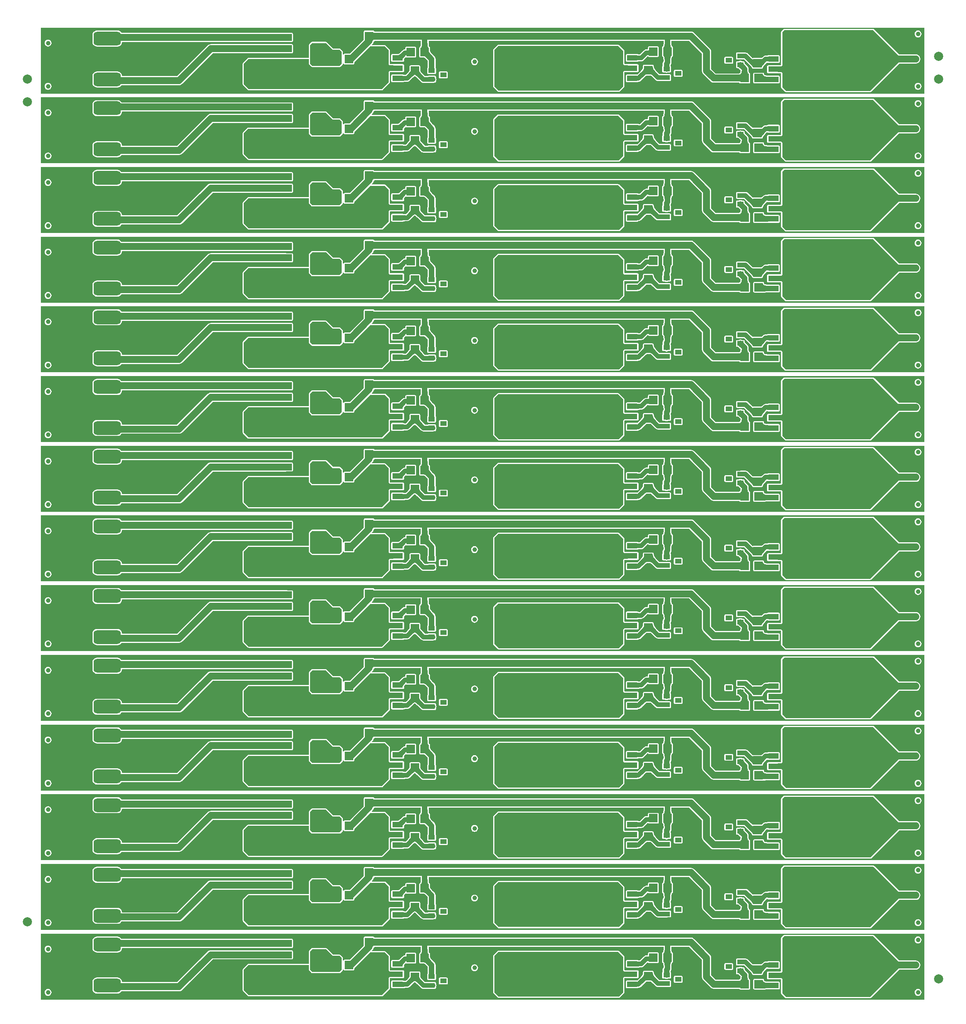
<source format=gtl>
G04 Layer_Physical_Order=1*
G04 Layer_Color=255*
%FSLAX44Y44*%
%MOMM*%
G71*
G01*
G75*
%ADD10C,2.0000*%
%ADD11R,2.0000X4.0000*%
%ADD12R,2.3000X1.2000*%
%ADD13R,1.4000X1.0000*%
%ADD14R,2.0000X1.5000*%
%ADD15R,1.8500X1.8500*%
%ADD16R,1.8500X1.8500*%
%ADD17R,1.8500X1.9500*%
%ADD18C,1.0000*%
G04:AMPARAMS|DCode=19|XSize=6mm|YSize=3mm|CornerRadius=0.75mm|HoleSize=0mm|Usage=FLASHONLY|Rotation=0.000|XOffset=0mm|YOffset=0mm|HoleType=Round|Shape=RoundedRectangle|*
%AMROUNDEDRECTD19*
21,1,6.0000,1.5000,0,0,0.0*
21,1,4.5000,3.0000,0,0,0.0*
1,1,1.5000,2.2500,-0.7500*
1,1,1.5000,-2.2500,-0.7500*
1,1,1.5000,-2.2500,0.7500*
1,1,1.5000,2.2500,0.7500*
%
%ADD19ROUNDEDRECTD19*%
%ADD20C,1.0000*%
%ADD21C,1.5000*%
%ADD22C,1.2000*%
%ADD23C,0.2540*%
G36*
X1993881Y1993120D02*
X54119D01*
Y2137881D01*
X1993881D01*
Y1993120D01*
D02*
G37*
G36*
Y1840119D02*
X54119D01*
Y1984881D01*
X1993881D01*
Y1840119D01*
D02*
G37*
G36*
Y1687119D02*
X54119D01*
Y1831881D01*
X1993881D01*
Y1687119D01*
D02*
G37*
G36*
Y1534119D02*
X54119D01*
Y1678881D01*
X1993881D01*
Y1534119D01*
D02*
G37*
G36*
Y1381119D02*
X54119D01*
Y1525881D01*
X1993881D01*
Y1381119D01*
D02*
G37*
G36*
Y1228119D02*
X54119D01*
Y1372881D01*
X1993881D01*
Y1228119D01*
D02*
G37*
G36*
Y1075119D02*
X54119D01*
Y1219881D01*
X1993881D01*
Y1075119D01*
D02*
G37*
G36*
Y922119D02*
X54119D01*
Y1066881D01*
X1993881D01*
Y922119D01*
D02*
G37*
G36*
Y769119D02*
X54119D01*
Y913881D01*
X1993881D01*
Y769119D01*
D02*
G37*
G36*
Y616119D02*
X54119D01*
Y760881D01*
X1993881D01*
Y616119D01*
D02*
G37*
G36*
Y463119D02*
X54119D01*
Y607881D01*
X1993881D01*
Y463119D01*
D02*
G37*
G36*
Y310119D02*
X54119D01*
Y454881D01*
X1993881D01*
Y310119D01*
D02*
G37*
G36*
Y157119D02*
X54119D01*
Y301881D01*
X1993881D01*
Y157119D01*
D02*
G37*
G36*
Y4119D02*
X54119D01*
Y148881D01*
X1993881D01*
Y4119D01*
D02*
G37*
%LPC*%
G36*
X1980000Y2131605D02*
X1978032Y2131346D01*
X1976198Y2130587D01*
X1974622Y2129378D01*
X1973414Y2127803D01*
X1972654Y2125969D01*
X1972395Y2124000D01*
X1972654Y2122032D01*
X1973414Y2120198D01*
X1974622Y2118623D01*
X1976198Y2117414D01*
X1978032Y2116654D01*
X1980000Y2116395D01*
X1981968Y2116654D01*
X1983803Y2117414D01*
X1985378Y2118623D01*
X1986586Y2120198D01*
X1987346Y2122032D01*
X1987605Y2124000D01*
X1987346Y2125969D01*
X1986586Y2127803D01*
X1985378Y2129378D01*
X1983803Y2130587D01*
X1981968Y2131346D01*
X1980000Y2131605D01*
D02*
G37*
G36*
X1321750Y2100340D02*
X1058735Y2100340D01*
X1058734Y2100340D01*
X1058733Y2100340D01*
X1058240Y2100242D01*
X1057744Y2100143D01*
X1057743Y2100142D01*
X1057742Y2100142D01*
X1057327Y2099864D01*
X1056904Y2099581D01*
X1056903Y2099581D01*
X1056902Y2099580D01*
X1048167Y2090830D01*
X1047884Y2090405D01*
X1047608Y2089992D01*
X1047607Y2089991D01*
X1047607Y2089990D01*
X1047508Y2089491D01*
X1047410Y2089001D01*
X1047410Y2009000D01*
X1047607Y2008009D01*
X1048169Y2007169D01*
X1057669Y1997669D01*
X1058509Y1997108D01*
X1059500Y1996910D01*
X1323500Y1996911D01*
X1324491Y1997108D01*
X1325331Y1997669D01*
X1334831Y2007169D01*
X1335393Y2008009D01*
X1335590Y2009000D01*
X1335590Y2039928D01*
X1336073Y2040411D01*
X1364000D01*
X1364991Y2040608D01*
X1365831Y2041169D01*
X1366393Y2042009D01*
X1366590Y2043000D01*
Y2055000D01*
X1366393Y2055991D01*
X1365831Y2056832D01*
X1364991Y2057393D01*
X1364000Y2057590D01*
X1343000D01*
X1343000Y2057590D01*
X1336660D01*
X1335590Y2058660D01*
X1335590Y2086500D01*
X1335393Y2087491D01*
X1334831Y2088332D01*
X1334831Y2088332D01*
X1323581Y2099582D01*
X1322741Y2100143D01*
X1321750Y2100340D01*
D02*
G37*
G36*
X70000Y2111605D02*
X68032Y2111346D01*
X66198Y2110587D01*
X64623Y2109378D01*
X63414Y2107803D01*
X62654Y2105969D01*
X62395Y2104000D01*
X62654Y2102032D01*
X63414Y2100198D01*
X64623Y2098623D01*
X66198Y2097414D01*
X68032Y2096654D01*
X70000Y2096395D01*
X71968Y2096654D01*
X73803Y2097414D01*
X75378Y2098623D01*
X76586Y2100198D01*
X77346Y2102032D01*
X77605Y2104000D01*
X77346Y2105969D01*
X76586Y2107803D01*
X75378Y2109378D01*
X73803Y2110587D01*
X71968Y2111346D01*
X70000Y2111605D01*
D02*
G37*
G36*
X222500Y2131627D02*
X177500D01*
X174879Y2131282D01*
X172437Y2130270D01*
X170339Y2128661D01*
X168730Y2126564D01*
X167719Y2124121D01*
X167373Y2121500D01*
Y2106500D01*
X167719Y2103879D01*
X168730Y2101437D01*
X170339Y2099340D01*
X172437Y2097731D01*
X174879Y2096719D01*
X177500Y2096374D01*
X222500D01*
X225121Y2096719D01*
X227563Y2097731D01*
X229661Y2099340D01*
X231270Y2101437D01*
X232282Y2103879D01*
X232610Y2106374D01*
X595000D01*
X595280Y2106411D01*
X605000D01*
X605991Y2106608D01*
X606831Y2107169D01*
X607393Y2108009D01*
X607590Y2109000D01*
Y2124000D01*
X607393Y2124991D01*
X606831Y2125832D01*
X605991Y2126393D01*
X605000Y2126590D01*
X595280D01*
X595000Y2126627D01*
X231221D01*
X229661Y2128661D01*
X227563Y2130270D01*
X225121Y2131282D01*
X222500Y2131627D01*
D02*
G37*
G36*
X1408250Y2097090D02*
X1389750D01*
X1388759Y2096893D01*
X1387919Y2096332D01*
X1387357Y2095491D01*
X1387160Y2094500D01*
Y2090276D01*
X1384648Y2090105D01*
X1383500D01*
X1381532Y2089846D01*
X1379698Y2089087D01*
X1378122Y2087878D01*
X1369388Y2079143D01*
X1367473Y2079176D01*
X1365866Y2079279D01*
X1365831Y2079332D01*
X1364991Y2079893D01*
X1364000Y2080090D01*
X1341000D01*
X1340009Y2079893D01*
X1339169Y2079332D01*
X1338607Y2078491D01*
X1338410Y2077500D01*
Y2065500D01*
X1338607Y2064509D01*
X1339169Y2063669D01*
X1340009Y2063108D01*
X1341000Y2062911D01*
X1364000D01*
X1364991Y2063108D01*
X1365701Y2063582D01*
X1370563Y2063895D01*
X1372500D01*
X1374468Y2064154D01*
X1376303Y2064914D01*
X1377878Y2066123D01*
X1386397Y2074642D01*
X1387699Y2074498D01*
X1387919Y2074169D01*
X1388759Y2073608D01*
X1389750Y2073411D01*
X1408250D01*
X1409241Y2073608D01*
X1410081Y2074169D01*
X1410643Y2075009D01*
X1410840Y2076000D01*
Y2094500D01*
X1410643Y2095491D01*
X1410081Y2096332D01*
X1409241Y2096893D01*
X1408250Y2097090D01*
D02*
G37*
G36*
X875250Y2096090D02*
X856750D01*
X855759Y2095893D01*
X854919Y2095332D01*
X854357Y2094491D01*
X854160Y2093500D01*
Y2090105D01*
X853500D01*
X851532Y2089846D01*
X850457Y2089401D01*
X849697Y2089087D01*
X848122Y2087878D01*
X846272Y2086028D01*
X843164Y2083092D01*
X841702Y2081861D01*
X840404Y2080879D01*
X839308Y2080166D01*
X839161Y2080090D01*
X826000D01*
X825009Y2079893D01*
X824169Y2079332D01*
X823607Y2078491D01*
X823410Y2077500D01*
Y2065500D01*
X823607Y2064509D01*
X824169Y2063669D01*
X825009Y2063108D01*
X826000Y2062911D01*
X849000D01*
X849991Y2063108D01*
X850831Y2063669D01*
X851393Y2064509D01*
X851590Y2065500D01*
Y2069051D01*
X852071Y2069747D01*
X854949Y2073149D01*
X855759Y2072608D01*
X856750Y2072411D01*
X875250D01*
X876241Y2072608D01*
X877081Y2073169D01*
X877643Y2074009D01*
X877840Y2075000D01*
Y2093500D01*
X877643Y2094491D01*
X877081Y2095332D01*
X876241Y2095893D01*
X875250Y2096090D01*
D02*
G37*
G36*
X1590000Y2083105D02*
X1589884Y2083090D01*
X1583000D01*
X1582009Y2082893D01*
X1581169Y2082332D01*
X1580607Y2081491D01*
X1580410Y2080500D01*
Y2070500D01*
X1580607Y2069509D01*
X1581169Y2068669D01*
X1582009Y2068108D01*
X1583000Y2067911D01*
X1589884D01*
X1590000Y2067895D01*
X1598350Y2067895D01*
X1606397Y2059848D01*
X1612553Y2053458D01*
X1614586Y2051116D01*
X1615238Y2050280D01*
X1615644Y2049689D01*
X1615747Y2049497D01*
X1615775Y2049388D01*
X1615787Y2049363D01*
X1615857Y2049009D01*
X1616212Y2048478D01*
X1616213Y2048478D01*
X1616213Y2048478D01*
X1616419Y2048169D01*
X1616965Y2047804D01*
X1616965Y2047804D01*
X1616966Y2047804D01*
X1617259Y2047608D01*
X1617872Y2047486D01*
X1617919Y2047469D01*
X1617947Y2047471D01*
X1618250Y2047411D01*
X1636750D01*
X1637444Y2047549D01*
X1637448Y2047549D01*
X1637450Y2047550D01*
X1637741Y2047608D01*
X1638581Y2048169D01*
X1639143Y2049009D01*
X1639291Y2049754D01*
X1639292Y2049758D01*
X1639293Y2049764D01*
X1639340Y2050000D01*
Y2050201D01*
X1639444Y2050565D01*
X1639682Y2051118D01*
X1640072Y2051825D01*
X1640616Y2052662D01*
X1641285Y2053573D01*
X1644348Y2057085D01*
X1644696Y2057441D01*
X1647994Y2060739D01*
X1649169Y2061169D01*
X1650009Y2060608D01*
X1651000Y2060411D01*
X1674000D01*
X1674991Y2060608D01*
X1675831Y2061169D01*
X1676393Y2062009D01*
X1676590Y2063000D01*
Y2075000D01*
X1676393Y2075991D01*
X1675831Y2076832D01*
X1674991Y2077393D01*
X1674000Y2077590D01*
X1651000D01*
X1650009Y2077393D01*
X1649169Y2076832D01*
X1649132Y2076777D01*
X1646817Y2076605D01*
X1645500D01*
X1643532Y2076346D01*
X1642457Y2075901D01*
X1641698Y2075587D01*
X1640123Y2074378D01*
X1639235Y2073490D01*
X1638067Y2072402D01*
X1637016Y2071521D01*
X1636646Y2071248D01*
X1636404Y2071090D01*
X1618250D01*
X1617744Y2070989D01*
X1617686Y2070987D01*
X1617649Y2070971D01*
X1617259Y2070893D01*
X1617245Y2070884D01*
X1614315Y2073444D01*
X1614118Y2073637D01*
X1606878Y2080878D01*
X1605303Y2082086D01*
X1604098Y2082585D01*
X1603468Y2082846D01*
X1601500Y2083105D01*
X1590000Y2083105D01*
D02*
G37*
G36*
X1571500Y2073590D02*
X1557500D01*
X1556509Y2073393D01*
X1555669Y2072832D01*
X1555107Y2071991D01*
X1554910Y2071000D01*
Y2061000D01*
X1555107Y2060009D01*
X1555669Y2059169D01*
X1556509Y2058608D01*
X1557500Y2058411D01*
X1571500D01*
X1572491Y2058608D01*
X1573331Y2059169D01*
X1573893Y2060009D01*
X1574090Y2061000D01*
Y2071000D01*
X1573893Y2071991D01*
X1573331Y2072832D01*
X1572491Y2073393D01*
X1571500Y2073590D01*
D02*
G37*
G36*
X1006500Y2070605D02*
X1004532Y2070346D01*
X1002698Y2069586D01*
X1001122Y2068378D01*
X999914Y2066803D01*
X999154Y2064969D01*
X998895Y2063000D01*
X999154Y2061032D01*
X999914Y2059198D01*
X1001122Y2057623D01*
X1002698Y2056414D01*
X1004532Y2055654D01*
X1006500Y2055395D01*
X1008468Y2055654D01*
X1010303Y2056414D01*
X1011878Y2057623D01*
X1013086Y2059198D01*
X1013846Y2061032D01*
X1014105Y2063000D01*
X1013846Y2064969D01*
X1013086Y2066803D01*
X1011878Y2068378D01*
X1010303Y2069586D01*
X1008468Y2070346D01*
X1006500Y2070605D01*
D02*
G37*
G36*
X884500Y2055090D02*
X866000D01*
X865009Y2054893D01*
X864169Y2054332D01*
X863607Y2053491D01*
X863410Y2052500D01*
Y2043502D01*
X862993Y2042772D01*
X861997Y2041340D01*
X859020Y2037822D01*
X857720Y2036475D01*
X855371Y2034126D01*
X852473Y2034176D01*
X850866Y2034279D01*
X850831Y2034332D01*
X849991Y2034893D01*
X849000Y2035090D01*
X826000D01*
X825009Y2034893D01*
X824169Y2034332D01*
X823607Y2033491D01*
X823410Y2032500D01*
Y2020500D01*
X823607Y2019509D01*
X824169Y2018669D01*
X825009Y2018108D01*
X826000Y2017911D01*
X849000D01*
X849991Y2018108D01*
X850701Y2018582D01*
X855563Y2018895D01*
X858500D01*
X860468Y2019154D01*
X862303Y2019914D01*
X863878Y2021123D01*
X868133Y2025378D01*
X871685Y2028677D01*
X873311Y2029977D01*
X874772Y2030993D01*
X875250Y2031267D01*
X875728Y2030993D01*
X877160Y2029997D01*
X880679Y2027020D01*
X882025Y2025720D01*
X889122Y2018623D01*
X890697Y2017414D01*
X892532Y2016654D01*
X894500Y2016395D01*
X915000D01*
X916968Y2016654D01*
X917587Y2016911D01*
X919250D01*
X920241Y2017108D01*
X921081Y2017669D01*
X921643Y2018509D01*
X921840Y2019500D01*
Y2020810D01*
X922346Y2022032D01*
X922605Y2024000D01*
X922346Y2025969D01*
X921840Y2027191D01*
Y2029500D01*
X921643Y2030491D01*
X921081Y2031332D01*
X920241Y2031893D01*
X919250Y2032090D01*
X905250D01*
X904259Y2031893D01*
X903829Y2031605D01*
X897650D01*
X893122Y2036133D01*
X889824Y2039686D01*
X888523Y2041311D01*
X887507Y2042772D01*
X887090Y2043502D01*
Y2052500D01*
X886893Y2053491D01*
X886331Y2054332D01*
X885491Y2054893D01*
X884500Y2055090D01*
D02*
G37*
G36*
X592500Y2101627D02*
X427500D01*
X424879Y2101282D01*
X422437Y2100270D01*
X420339Y2098661D01*
X420339Y2098661D01*
X353305Y2031627D01*
X232610D01*
X232282Y2034121D01*
X231270Y2036564D01*
X229661Y2038661D01*
X227563Y2040270D01*
X225121Y2041282D01*
X222500Y2041627D01*
X177500D01*
X174879Y2041282D01*
X172437Y2040270D01*
X170339Y2038661D01*
X168730Y2036564D01*
X167719Y2034121D01*
X167373Y2031500D01*
Y2029001D01*
X167373Y2029000D01*
X167373Y2029000D01*
Y2016500D01*
X167719Y2013879D01*
X168730Y2011437D01*
X170339Y2009340D01*
X172437Y2007731D01*
X174879Y2006719D01*
X177500Y2006374D01*
X222500D01*
X225121Y2006719D01*
X227563Y2007731D01*
X229661Y2009340D01*
X231221Y2011374D01*
X357500D01*
X357500Y2011374D01*
X360121Y2011719D01*
X362563Y2012731D01*
X364661Y2014340D01*
X431695Y2081374D01*
X592500D01*
X592780Y2081411D01*
X605000D01*
X605991Y2081608D01*
X606831Y2082169D01*
X607393Y2083009D01*
X607590Y2084000D01*
Y2099000D01*
X607393Y2099991D01*
X606831Y2100832D01*
X605991Y2101393D01*
X605000Y2101590D01*
X592780D01*
X592500Y2101627D01*
D02*
G37*
G36*
X1460500Y2045340D02*
X1446500D01*
X1445509Y2045143D01*
X1444669Y2044582D01*
X1444107Y2043741D01*
X1443910Y2042750D01*
Y2032750D01*
X1444107Y2031759D01*
X1444669Y2030919D01*
X1445509Y2030358D01*
X1446500Y2030161D01*
X1460500D01*
X1461491Y2030358D01*
X1462331Y2030919D01*
X1462893Y2031759D01*
X1463090Y2032750D01*
Y2042750D01*
X1462893Y2043741D01*
X1462331Y2044582D01*
X1461491Y2045143D01*
X1460500Y2045340D01*
D02*
G37*
G36*
X944750Y2041590D02*
X930750D01*
X929759Y2041393D01*
X928919Y2040832D01*
X928357Y2039991D01*
X928160Y2039000D01*
Y2029000D01*
X928357Y2028009D01*
X928919Y2027169D01*
X929759Y2026608D01*
X930750Y2026411D01*
X944750D01*
X945741Y2026608D01*
X946581Y2027169D01*
X947143Y2028009D01*
X947340Y2029000D01*
Y2039000D01*
X947143Y2039991D01*
X946581Y2040832D01*
X945741Y2041393D01*
X944750Y2041590D01*
D02*
G37*
G36*
X1397250Y2056590D02*
X1378750D01*
X1377759Y2056393D01*
X1376919Y2055832D01*
X1376357Y2054991D01*
X1376160Y2054000D01*
Y2049169D01*
X1376009Y2048818D01*
X1375300Y2047570D01*
X1374354Y2046192D01*
X1371598Y2042899D01*
X1370421Y2041676D01*
X1363835Y2035090D01*
X1341000D01*
X1340009Y2034893D01*
X1339169Y2034332D01*
X1338607Y2033491D01*
X1338410Y2032500D01*
Y2020500D01*
X1338607Y2019509D01*
X1339169Y2018669D01*
X1340009Y2018108D01*
X1341000Y2017911D01*
X1364000D01*
X1364991Y2018108D01*
X1365831Y2018669D01*
X1365982Y2018895D01*
X1366000D01*
X1367968Y2019154D01*
X1369803Y2019914D01*
X1371378Y2021123D01*
X1377161Y2026906D01*
X1380999Y2030490D01*
X1382725Y2031890D01*
X1384167Y2032911D01*
X1392872D01*
X1394158Y2031998D01*
X1397963Y2028736D01*
X1399457Y2027288D01*
X1403872Y2022873D01*
X1405448Y2021664D01*
X1406207Y2021349D01*
X1407282Y2020904D01*
X1409250Y2020645D01*
X1430000D01*
X1430116Y2020661D01*
X1435000D01*
X1435991Y2020858D01*
X1436831Y2021419D01*
X1437393Y2022259D01*
X1437590Y2023250D01*
Y2028134D01*
X1437605Y2028250D01*
X1437590Y2028367D01*
Y2033250D01*
X1437393Y2034241D01*
X1436831Y2035082D01*
X1435991Y2035643D01*
X1435000Y2035840D01*
X1430116D01*
X1430000Y2035855D01*
X1412400D01*
X1405702Y2042554D01*
X1404866Y2043431D01*
X1403757Y2044723D01*
X1402792Y2045988D01*
X1401970Y2047224D01*
X1401288Y2048428D01*
X1400742Y2049597D01*
X1400327Y2050734D01*
X1400037Y2051837D01*
X1399867Y2052913D01*
X1399840Y2053417D01*
Y2054000D01*
X1399643Y2054991D01*
X1399081Y2055832D01*
X1398241Y2056393D01*
X1397250Y2056590D01*
D02*
G37*
G36*
X1639500Y2038840D02*
X1621000D01*
X1620009Y2038643D01*
X1619169Y2038082D01*
X1618607Y2037241D01*
X1618410Y2036250D01*
Y2017750D01*
X1618607Y2016759D01*
X1619169Y2015919D01*
X1620009Y2015358D01*
X1621000Y2015161D01*
X1639500D01*
X1639684Y2015197D01*
X1650167Y2015387D01*
X1662500D01*
X1662682Y2015411D01*
X1674000D01*
X1674991Y2015608D01*
X1675831Y2016169D01*
X1676393Y2017009D01*
X1676590Y2018000D01*
Y2030000D01*
X1676393Y2030991D01*
X1675831Y2031832D01*
X1674991Y2032393D01*
X1674000Y2032590D01*
X1662682D01*
X1662500Y2032614D01*
X1650591D01*
X1649331Y2032647D01*
X1647466Y2032811D01*
X1645885Y2033074D01*
X1644601Y2033419D01*
X1643620Y2033820D01*
X1642935Y2034237D01*
X1642506Y2034634D01*
X1642253Y2035012D01*
X1642101Y2035440D01*
X1642090Y2035546D01*
Y2036250D01*
X1641893Y2037241D01*
X1641331Y2038082D01*
X1640491Y2038643D01*
X1639500Y2038840D01*
D02*
G37*
G36*
X784250Y2131340D02*
X765750D01*
X764759Y2131143D01*
X763919Y2130582D01*
X763357Y2129741D01*
X763160Y2128750D01*
Y2111482D01*
X732519Y2080840D01*
X721250D01*
X720259Y2080643D01*
X719419Y2080082D01*
X718857Y2079241D01*
X717590Y2079379D01*
Y2084000D01*
X717393Y2084991D01*
X716831Y2085832D01*
X711831Y2090832D01*
X710991Y2091393D01*
X710000Y2091590D01*
X696073D01*
X681831Y2105832D01*
X680991Y2106393D01*
X680000Y2106590D01*
X650000D01*
X649009Y2106393D01*
X648169Y2105832D01*
X643169Y2100832D01*
X642607Y2099991D01*
X642410Y2099000D01*
X642410Y2072860D01*
X642410Y2071590D01*
X510000Y2071590D01*
X509009Y2071393D01*
X508169Y2070832D01*
X498169Y2060832D01*
X497608Y2059992D01*
X497411Y2059001D01*
X497410Y2014000D01*
X497607Y2013009D01*
X497607Y2013009D01*
X497607Y2013009D01*
X497889Y2012587D01*
X498169Y2012169D01*
X498169Y2012169D01*
X498169Y2012169D01*
X509170Y2001169D01*
X510010Y2000608D01*
X510010Y2000608D01*
X510553Y2000500D01*
X511001Y2000411D01*
X733000Y2000411D01*
X735500D01*
X803000Y2000411D01*
X803991Y2000608D01*
X804831Y2001169D01*
X819831Y2016169D01*
X820393Y2017009D01*
X820590Y2018000D01*
Y2039928D01*
X821073Y2040411D01*
X849000D01*
X849991Y2040608D01*
X850831Y2041169D01*
X851393Y2042009D01*
X851590Y2043000D01*
Y2055000D01*
X851393Y2055991D01*
X850831Y2056832D01*
X849991Y2057393D01*
X849000Y2057590D01*
X828000D01*
X828000Y2057590D01*
X821073D01*
X820590Y2058073D01*
Y2088250D01*
X820393Y2089241D01*
X819831Y2090082D01*
X811331Y2098582D01*
X810491Y2099143D01*
X809500Y2099340D01*
X781320D01*
X780834Y2100513D01*
X782161Y2101840D01*
X783770Y2103937D01*
X784782Y2106380D01*
X784834Y2106777D01*
X785241Y2106858D01*
X786081Y2107419D01*
X786643Y2108259D01*
X786765Y2108874D01*
X888386D01*
Y2104704D01*
X888285Y2101301D01*
X888137Y2099648D01*
X887936Y2098250D01*
X887694Y2097150D01*
X887440Y2096373D01*
X887252Y2095995D01*
X887232Y2095987D01*
X886759Y2095893D01*
X886368Y2095632D01*
X886350Y2095624D01*
X886335Y2095610D01*
X885919Y2095332D01*
X885648Y2094926D01*
X885633Y2094911D01*
X885625Y2094892D01*
X885357Y2094491D01*
X885266Y2094030D01*
X885244Y2093979D01*
X885244Y2093922D01*
X885160Y2093500D01*
Y2075000D01*
X885357Y2074009D01*
X885919Y2073169D01*
X886759Y2072608D01*
X887750Y2072411D01*
X895407D01*
X895643Y2072290D01*
X896506Y2071730D01*
X902493Y2066575D01*
X902533Y2066536D01*
X903636Y2065432D01*
Y2050477D01*
X903419Y2050332D01*
X902857Y2049491D01*
X902660Y2048500D01*
Y2038500D01*
X902857Y2037509D01*
X903419Y2036669D01*
X904259Y2036108D01*
X905250Y2035911D01*
X919250D01*
X920241Y2036108D01*
X921081Y2036669D01*
X921643Y2037509D01*
X921840Y2038500D01*
Y2048500D01*
X921643Y2049491D01*
X921081Y2050332D01*
X920864Y2050477D01*
Y2069000D01*
X920570Y2071230D01*
X919710Y2073307D01*
X918341Y2075091D01*
X915694Y2077738D01*
X912990Y2080548D01*
X910432Y2083520D01*
X909568Y2084671D01*
X908960Y2085607D01*
X908840Y2085843D01*
Y2093500D01*
X908756Y2093922D01*
X908756Y2093979D01*
X908734Y2094030D01*
X908643Y2094491D01*
X908375Y2094892D01*
X908367Y2094911D01*
X908352Y2094926D01*
X908081Y2095332D01*
X907665Y2095610D01*
X907650Y2095624D01*
X907632Y2095632D01*
X907241Y2095893D01*
X906768Y2095987D01*
X906749Y2095995D01*
X906560Y2096373D01*
X906306Y2097150D01*
X906065Y2098250D01*
X905867Y2099619D01*
X905621Y2103292D01*
X905614Y2103791D01*
Y2108874D01*
X1421386D01*
Y2105704D01*
X1421285Y2102301D01*
X1421137Y2100648D01*
X1420936Y2099250D01*
X1420694Y2098150D01*
X1420440Y2097373D01*
X1420251Y2096995D01*
X1420232Y2096987D01*
X1419759Y2096893D01*
X1419368Y2096632D01*
X1419350Y2096624D01*
X1419335Y2096610D01*
X1418919Y2096332D01*
X1418648Y2095926D01*
X1418633Y2095912D01*
X1418625Y2095892D01*
X1418357Y2095491D01*
X1418266Y2095030D01*
X1418244Y2094979D01*
X1418244Y2094922D01*
X1418160Y2094500D01*
Y2076000D01*
X1418244Y2075579D01*
X1418244Y2075522D01*
X1418266Y2075471D01*
X1418357Y2075009D01*
X1418625Y2074608D01*
X1418633Y2074589D01*
X1418648Y2074575D01*
X1418919Y2074169D01*
X1419335Y2073891D01*
X1419350Y2073876D01*
X1419368Y2073869D01*
X1419759Y2073608D01*
X1420232Y2073514D01*
X1420251Y2073506D01*
X1420440Y2073128D01*
X1420694Y2072351D01*
X1420936Y2071250D01*
X1421133Y2069881D01*
X1421379Y2066208D01*
X1421386Y2065710D01*
Y2064410D01*
X1420540Y2063307D01*
X1419680Y2061230D01*
X1419386Y2059000D01*
Y2054227D01*
X1419169Y2054082D01*
X1418607Y2053241D01*
X1418410Y2052250D01*
Y2042250D01*
X1418607Y2041259D01*
X1419169Y2040419D01*
X1420009Y2039858D01*
X1421000Y2039661D01*
X1424007D01*
X1425771Y2038930D01*
X1428000Y2038637D01*
X1430229Y2038930D01*
X1431993Y2039661D01*
X1435000D01*
X1435991Y2039858D01*
X1436831Y2040419D01*
X1437393Y2041259D01*
X1437590Y2042250D01*
Y2052250D01*
X1437393Y2053241D01*
X1436831Y2054082D01*
X1436614Y2054227D01*
Y2055591D01*
X1437460Y2056694D01*
X1438320Y2058771D01*
X1438614Y2061000D01*
X1438614Y2061001D01*
Y2064797D01*
X1438715Y2068200D01*
X1438863Y2069853D01*
X1439064Y2071250D01*
X1439306Y2072351D01*
X1439560Y2073128D01*
X1439749Y2073506D01*
X1439769Y2073514D01*
X1440241Y2073608D01*
X1440632Y2073869D01*
X1440650Y2073876D01*
X1440665Y2073891D01*
X1441081Y2074169D01*
X1441352Y2074575D01*
X1441367Y2074589D01*
X1441375Y2074608D01*
X1441643Y2075009D01*
X1441734Y2075471D01*
X1441756Y2075522D01*
X1441756Y2075579D01*
X1441840Y2076000D01*
Y2094500D01*
X1441756Y2094922D01*
X1441756Y2094979D01*
X1441734Y2095030D01*
X1441643Y2095491D01*
X1441375Y2095892D01*
X1441367Y2095912D01*
X1441352Y2095926D01*
X1441081Y2096332D01*
X1440665Y2096610D01*
X1440650Y2096624D01*
X1440632Y2096632D01*
X1440241Y2096893D01*
X1439768Y2096987D01*
X1439749Y2096995D01*
X1439560Y2097373D01*
X1439306Y2098150D01*
X1439064Y2099250D01*
X1438867Y2100619D01*
X1438621Y2104292D01*
X1438614Y2104791D01*
Y2108874D01*
X1477305D01*
X1505623Y2080556D01*
Y2043000D01*
X1505623Y2043000D01*
X1505968Y2040379D01*
X1506980Y2037937D01*
X1508589Y2035840D01*
X1524589Y2019840D01*
X1524589Y2019840D01*
X1526687Y2018230D01*
X1529129Y2017219D01*
X1531750Y2016874D01*
X1531750Y2016874D01*
X1587585D01*
X1587607Y2016759D01*
X1588169Y2015919D01*
X1589009Y2015358D01*
X1590000Y2015161D01*
X1608500D01*
X1609491Y2015358D01*
X1610331Y2015919D01*
X1610893Y2016759D01*
X1611090Y2017750D01*
Y2036250D01*
X1610999Y2036708D01*
X1610998Y2036768D01*
X1610978Y2036813D01*
X1610893Y2037241D01*
X1610603Y2037676D01*
X1610594Y2037694D01*
X1610582Y2037706D01*
X1610331Y2038082D01*
X1609882Y2038382D01*
X1609867Y2038396D01*
X1609852Y2038402D01*
X1609491Y2038643D01*
X1608982Y2038744D01*
X1608930Y2038765D01*
X1608781Y2039040D01*
X1608541Y2039713D01*
X1608307Y2040691D01*
X1608115Y2041919D01*
X1607870Y2045268D01*
X1607864Y2045712D01*
Y2047250D01*
X1607570Y2049480D01*
X1606710Y2051557D01*
X1605341Y2053341D01*
X1603563Y2055119D01*
X1600451Y2058425D01*
X1599590Y2059446D01*
Y2061500D01*
X1599393Y2062491D01*
X1598831Y2063332D01*
X1597991Y2063893D01*
X1597000Y2064090D01*
X1593993D01*
X1592229Y2064821D01*
X1590000Y2065114D01*
X1587771Y2064821D01*
X1586007Y2064090D01*
X1583000D01*
X1582009Y2063893D01*
X1581169Y2063332D01*
X1580607Y2062491D01*
X1580410Y2061500D01*
Y2051500D01*
X1580607Y2050509D01*
X1581169Y2049669D01*
X1582009Y2049108D01*
X1583000Y2048911D01*
X1584657D01*
X1590544Y2043691D01*
X1590536Y2043446D01*
X1590390Y2041950D01*
X1590193Y2040691D01*
X1589959Y2039713D01*
X1589720Y2039040D01*
X1589570Y2038765D01*
X1589518Y2038744D01*
X1589009Y2038643D01*
X1588648Y2038402D01*
X1588633Y2038396D01*
X1588618Y2038382D01*
X1588169Y2038082D01*
X1587918Y2037706D01*
X1587906Y2037694D01*
X1587897Y2037676D01*
X1587607Y2037241D01*
X1587585Y2037127D01*
X1535945D01*
X1525877Y2047195D01*
Y2084750D01*
X1525877Y2084750D01*
X1525532Y2087371D01*
X1524520Y2089814D01*
X1522911Y2091911D01*
X1488661Y2126161D01*
X1486563Y2127770D01*
X1484121Y2128782D01*
X1481500Y2129127D01*
X1481500Y2129127D01*
X786765D01*
X786643Y2129741D01*
X786081Y2130582D01*
X785241Y2131143D01*
X784250Y2131340D01*
D02*
G37*
G36*
X1980000Y2016605D02*
X1978032Y2016346D01*
X1976198Y2015587D01*
X1974622Y2014378D01*
X1973414Y2012803D01*
X1972654Y2010969D01*
X1972395Y2009000D01*
X1972654Y2007032D01*
X1973414Y2005198D01*
X1974622Y2003623D01*
X1976198Y2002414D01*
X1978032Y2001654D01*
X1980000Y2001395D01*
X1981968Y2001654D01*
X1983803Y2002414D01*
X1985378Y2003623D01*
X1986586Y2005198D01*
X1987346Y2007032D01*
X1987605Y2009000D01*
X1987346Y2010969D01*
X1986586Y2012803D01*
X1985378Y2014378D01*
X1983803Y2015587D01*
X1981968Y2016346D01*
X1980000Y2016605D01*
D02*
G37*
G36*
X70000D02*
X68032Y2016346D01*
X66198Y2015587D01*
X64623Y2014378D01*
X63414Y2012803D01*
X62654Y2010969D01*
X62395Y2009000D01*
X62654Y2007032D01*
X63414Y2005198D01*
X64623Y2003623D01*
X66198Y2002414D01*
X68032Y2001654D01*
X70000Y2001395D01*
X71968Y2001654D01*
X73803Y2002414D01*
X75378Y2003623D01*
X76586Y2005198D01*
X77346Y2007032D01*
X77605Y2009000D01*
X77346Y2010969D01*
X76586Y2012803D01*
X75378Y2014378D01*
X73803Y2015587D01*
X71968Y2016346D01*
X70000Y2016605D01*
D02*
G37*
G36*
X1686250Y2134840D02*
X1685259Y2134643D01*
X1684419Y2134082D01*
X1680169Y2129831D01*
X1680169Y2129831D01*
X1679607Y2128991D01*
X1679410Y2128000D01*
X1679410Y2056160D01*
X1678340Y2055090D01*
X1672000D01*
X1672000Y2055090D01*
X1651000D01*
X1650009Y2054893D01*
X1649169Y2054332D01*
X1648607Y2053491D01*
X1648410Y2052500D01*
Y2040500D01*
X1648607Y2039509D01*
X1649169Y2038669D01*
X1650009Y2038108D01*
X1651000Y2037911D01*
X1678927D01*
X1679410Y2037428D01*
X1679410Y2007000D01*
X1679607Y2006009D01*
X1680169Y2005169D01*
X1688169Y1997169D01*
X1688169Y1997169D01*
X1689009Y1996608D01*
X1690000Y1996411D01*
X1875095Y1996411D01*
X1875096Y1996411D01*
X1875097Y1996411D01*
X1875590Y1996509D01*
X1876086Y1996608D01*
X1876087Y1996608D01*
X1876088Y1996608D01*
X1876500Y1996884D01*
X1876926Y1997169D01*
X1876927Y1997170D01*
X1876928Y1997171D01*
X1938524Y2058874D01*
X1975000D01*
X1977621Y2059219D01*
X1980063Y2060230D01*
X1982161Y2061840D01*
X1983770Y2063937D01*
X1984782Y2066379D01*
X1985127Y2069000D01*
X1984782Y2071621D01*
X1983770Y2074064D01*
X1982161Y2076161D01*
X1980063Y2077770D01*
X1977621Y2078782D01*
X1975000Y2079127D01*
X1938536D01*
X1883581Y2134081D01*
X1882741Y2134643D01*
X1881750Y2134840D01*
X1686250Y2134840D01*
D02*
G37*
%LPD*%
G36*
X1333000Y2086500D02*
X1333000Y2057000D01*
X1335000Y2055000D01*
X1343000D01*
Y2043000D01*
X1335000D01*
X1333000Y2041000D01*
X1333000Y2009000D01*
X1323500Y1999500D01*
X1059500Y1999500D01*
X1050000Y2009000D01*
X1050000Y2089001D01*
X1058735Y2097750D01*
X1321750Y2097750D01*
X1333000Y2086500D01*
D02*
G37*
G36*
X1389814Y2076217D02*
X1389750Y2076461D01*
X1389561Y2076679D01*
X1389245Y2076872D01*
X1388803Y2077039D01*
X1388235Y2077180D01*
X1387541Y2077295D01*
X1386720Y2077385D01*
X1384700Y2077487D01*
X1383500Y2077500D01*
Y2087500D01*
X1384700Y2087513D01*
X1387541Y2087706D01*
X1388235Y2087821D01*
X1388803Y2087962D01*
X1389245Y2088129D01*
X1389561Y2088322D01*
X1389750Y2088540D01*
X1389814Y2088783D01*
Y2076217D01*
D02*
G37*
G36*
X1362567Y2077284D02*
X1362867Y2077119D01*
X1363367Y2076974D01*
X1364067Y2076848D01*
X1364967Y2076742D01*
X1367367Y2076587D01*
X1372467Y2076500D01*
Y2066500D01*
X1370567Y2066491D01*
X1363367Y2066026D01*
X1362867Y2065882D01*
X1362567Y2065717D01*
X1362467Y2065533D01*
Y2077467D01*
X1362567Y2077284D01*
D02*
G37*
G36*
X854538Y2076467D02*
X853195Y2075085D01*
X850013Y2071324D01*
X849235Y2070198D01*
X848598Y2069137D01*
X848103Y2068140D01*
X847750Y2067207D01*
X847538Y2066338D01*
X847467Y2065533D01*
X836401Y2077437D01*
X836952Y2077045D01*
X837649Y2076898D01*
X838492Y2076996D01*
X839480Y2077338D01*
X840613Y2077926D01*
X841893Y2078759D01*
X843318Y2079836D01*
X844889Y2081159D01*
X848467Y2084538D01*
X854538Y2076467D01*
D02*
G37*
G36*
X1652533Y2063033D02*
X1652463Y2063217D01*
X1652252Y2063382D01*
X1651900Y2063526D01*
X1651408Y2063652D01*
X1650775Y2063759D01*
X1650001Y2063846D01*
X1648032Y2063962D01*
X1645500Y2064000D01*
Y2074000D01*
X1646836Y2074010D01*
X1651408Y2074348D01*
X1651900Y2074474D01*
X1652252Y2074619D01*
X1652463Y2074784D01*
X1652533Y2074967D01*
Y2063033D01*
D02*
G37*
G36*
X1643788Y2060217D02*
X1642445Y2058843D01*
X1639263Y2055194D01*
X1638485Y2054136D01*
X1637848Y2053157D01*
X1637353Y2052257D01*
X1637000Y2051437D01*
X1636788Y2050695D01*
X1636717Y2050033D01*
Y2068467D01*
X1636982Y2068508D01*
X1637304Y2068630D01*
X1637684Y2068833D01*
X1638123Y2069118D01*
X1638618Y2069485D01*
X1639783Y2070461D01*
X1641180Y2071763D01*
X1641965Y2072536D01*
X1643788Y2060217D01*
D02*
G37*
G36*
X1612555Y2071543D02*
X1615737Y2068763D01*
X1616515Y2068226D01*
X1617152Y2067884D01*
X1617647Y2067737D01*
X1618000Y2067786D01*
X1618212Y2068029D01*
X1618283Y2068467D01*
Y2050033D01*
X1618177Y2050446D01*
X1617859Y2051038D01*
X1617328Y2051811D01*
X1616586Y2052763D01*
X1614465Y2055207D01*
X1607676Y2062253D01*
X1611212Y2072859D01*
X1612555Y2071543D01*
D02*
G37*
G36*
X883901Y2047398D02*
X883618Y2046478D01*
Y2045418D01*
X883901Y2044216D01*
X884467Y2042872D01*
X885316Y2041387D01*
X886447Y2039761D01*
X887861Y2037993D01*
X891538Y2034033D01*
X884467Y2026962D01*
X882416Y2028942D01*
X878739Y2032053D01*
X877113Y2033185D01*
X875628Y2034033D01*
X875250Y2034193D01*
X874872Y2034033D01*
X873387Y2033185D01*
X871761Y2032053D01*
X869993Y2030639D01*
X866033Y2026962D01*
X858962Y2034033D01*
X860942Y2036084D01*
X864053Y2039761D01*
X865184Y2041387D01*
X866033Y2042872D01*
X866599Y2044216D01*
X866882Y2045418D01*
Y2046478D01*
X866599Y2047398D01*
X866033Y2048176D01*
X875250Y2038958D01*
X884467Y2048176D01*
X883901Y2047398D01*
D02*
G37*
G36*
X847567Y2032284D02*
X847867Y2032119D01*
X848367Y2031974D01*
X849067Y2031848D01*
X849967Y2031742D01*
X852367Y2031587D01*
X857467Y2031500D01*
Y2021500D01*
X855567Y2021491D01*
X848367Y2021026D01*
X847867Y2020882D01*
X847567Y2020717D01*
X847467Y2020533D01*
Y2032467D01*
X847567Y2032284D01*
D02*
G37*
G36*
X1397288Y2052640D02*
X1397500Y2051304D01*
X1397853Y2049958D01*
X1398348Y2048604D01*
X1398985Y2047240D01*
X1399763Y2045867D01*
X1400682Y2044485D01*
X1401743Y2043093D01*
X1402945Y2041693D01*
X1404288Y2040283D01*
X1401967Y2028462D01*
X1399708Y2030651D01*
X1395754Y2034042D01*
X1394058Y2035245D01*
X1392550Y2036119D01*
X1391230Y2036665D01*
X1390097Y2036882D01*
X1389152Y2036772D01*
X1388645Y2036477D01*
X1389175Y2035564D01*
X1388569Y2036295D01*
X1388443Y2036360D01*
X1388395Y2036332D01*
X1387825Y2035564D01*
X1388276Y2036448D01*
X1387782Y2036706D01*
X1386817Y2036796D01*
X1385672Y2036566D01*
X1384347Y2036016D01*
X1382843Y2035146D01*
X1381160Y2033956D01*
X1379297Y2032445D01*
X1375033Y2028462D01*
X1371712Y2039283D01*
X1373526Y2041168D01*
X1376419Y2044624D01*
X1377498Y2046196D01*
X1378331Y2047662D01*
X1378918Y2049024D01*
X1379260Y2050281D01*
X1379357Y2051434D01*
X1379208Y2052482D01*
X1378813Y2053425D01*
X1388457Y2036802D01*
X1397217Y2053967D01*
X1397288Y2052640D01*
D02*
G37*
G36*
X1639559Y2034860D02*
X1639921Y2033840D01*
X1640524Y2032940D01*
X1641366Y2032160D01*
X1642449Y2031500D01*
X1643772Y2030960D01*
X1645336Y2030540D01*
X1647139Y2030240D01*
X1649183Y2030060D01*
X1651467Y2030000D01*
Y2018000D01*
X1639467Y2017783D01*
X1639436Y2036000D01*
X1639559Y2034860D01*
D02*
G37*
G36*
X1436032Y2104187D02*
X1436290Y2100347D01*
X1436515Y2098787D01*
X1436804Y2097467D01*
X1437158Y2096387D01*
X1437576Y2095547D01*
X1438059Y2094947D01*
X1438606Y2094587D01*
X1439217Y2094467D01*
X1420783D01*
X1421394Y2094587D01*
X1421941Y2094947D01*
X1422424Y2095547D01*
X1422842Y2096387D01*
X1423196Y2097467D01*
X1423485Y2098787D01*
X1423710Y2100347D01*
X1423871Y2102147D01*
X1424000Y2106467D01*
X1436000D01*
X1436032Y2104187D01*
D02*
G37*
G36*
X903032Y2103187D02*
X903290Y2099347D01*
X903515Y2097787D01*
X903804Y2096467D01*
X904158Y2095387D01*
X904576Y2094547D01*
X905059Y2093947D01*
X905606Y2093587D01*
X906217Y2093467D01*
X887783D01*
X888394Y2093587D01*
X888941Y2093947D01*
X889424Y2094547D01*
X889842Y2095387D01*
X890196Y2096467D01*
X890485Y2097787D01*
X890711Y2099347D01*
X890871Y2101147D01*
X891000Y2105467D01*
X903000D01*
X903032Y2103187D01*
D02*
G37*
G36*
X905980Y2086656D02*
X905984Y2086044D01*
X906229Y2085261D01*
X906715Y2084309D01*
X907443Y2083188D01*
X908412Y2081896D01*
X911075Y2078804D01*
X914702Y2075033D01*
X906217Y2066548D01*
X904247Y2068483D01*
X898063Y2073807D01*
X896941Y2074535D01*
X895989Y2075022D01*
X895207Y2075267D01*
X894594Y2075271D01*
X894151Y2075033D01*
X906217Y2087099D01*
X905980Y2086656D01*
D02*
G37*
G36*
X1438606Y2075913D02*
X1438059Y2075553D01*
X1437576Y2074953D01*
X1437158Y2074113D01*
X1436804Y2073033D01*
X1436515Y2071713D01*
X1436290Y2070153D01*
X1436129Y2068353D01*
X1436000Y2064033D01*
X1424000D01*
X1423968Y2066313D01*
X1423710Y2070153D01*
X1423485Y2071713D01*
X1423196Y2073033D01*
X1422842Y2074113D01*
X1422424Y2074953D01*
X1421941Y2075553D01*
X1421394Y2075913D01*
X1420783Y2076033D01*
X1439217D01*
X1438606Y2075913D01*
D02*
G37*
G36*
X818000Y2088250D02*
Y2057000D01*
X820000Y2055000D01*
X828000D01*
Y2043000D01*
X820000D01*
X818000Y2041000D01*
Y2018000D01*
X803000Y2003000D01*
X735500Y2003000D01*
D01*
X733797D01*
X733000D01*
D01*
X511001Y2003000D01*
X500000Y2014001D01*
X500000Y2059001D01*
X510000Y2069000D01*
X642410Y2069000D01*
Y2059000D01*
X642607Y2058009D01*
X643169Y2057169D01*
X648169Y2052169D01*
X649009Y2051608D01*
X650000Y2051411D01*
X710000D01*
X710991Y2051608D01*
X711831Y2052169D01*
X716831Y2057169D01*
X717393Y2058009D01*
X717590Y2059000D01*
X718826Y2058918D01*
X718857Y2058759D01*
X719419Y2057919D01*
X720259Y2057358D01*
X721250Y2057161D01*
X739750D01*
X740741Y2057358D01*
X741581Y2057919D01*
X742143Y2058759D01*
X742340Y2059750D01*
Y2062019D01*
X777071Y2096750D01*
X809500D01*
X818000Y2088250D01*
D02*
G37*
G36*
X695000Y2089000D02*
X710000D01*
X715000Y2084000D01*
Y2059000D01*
X710000Y2054000D01*
X650000D01*
X645000Y2059000D01*
X645000Y2099000D01*
X650000Y2104000D01*
X680000D01*
X695000Y2089000D01*
D02*
G37*
G36*
X1595795Y2060364D02*
X1596028Y2059885D01*
X1596417Y2059279D01*
X1596961Y2058546D01*
X1598516Y2056701D01*
X1602015Y2052985D01*
X1603493Y2051493D01*
X1599250Y2047250D01*
X1605250D01*
X1605282Y2045154D01*
X1605540Y2041624D01*
X1605765Y2040189D01*
X1606054Y2038976D01*
X1606408Y2037983D01*
X1606826Y2037210D01*
X1607309Y2036659D01*
X1607856Y2036328D01*
X1608467Y2036217D01*
X1590033D01*
X1590644Y2036328D01*
X1591191Y2036659D01*
X1591674Y2037210D01*
X1592092Y2037983D01*
X1592446Y2038976D01*
X1592735Y2040189D01*
X1592961Y2041624D01*
X1593121Y2043278D01*
X1593171Y2044823D01*
X1585176Y2051912D01*
X1584651Y2052191D01*
X1584283Y2052283D01*
X1595717Y2060717D01*
X1595795Y2060364D01*
D02*
G37*
G36*
X1881750Y2132250D02*
X1940000Y2074001D01*
X1940000Y2064017D01*
X1875095Y1999000D01*
X1690000Y1999001D01*
X1682000Y2007000D01*
X1682000Y2038500D01*
X1680000Y2040500D01*
X1672000D01*
Y2052500D01*
X1680000D01*
X1682000Y2054500D01*
X1682000Y2128000D01*
X1686250Y2132250D01*
X1881750Y2132250D01*
D02*
G37*
%LPC*%
G36*
X1980000Y1978605D02*
X1978032Y1978346D01*
X1976198Y1977587D01*
X1974622Y1976378D01*
X1973414Y1974803D01*
X1972654Y1972969D01*
X1972395Y1971000D01*
X1972654Y1969032D01*
X1973414Y1967198D01*
X1974622Y1965623D01*
X1976198Y1964414D01*
X1978032Y1963654D01*
X1980000Y1963395D01*
X1981968Y1963654D01*
X1983803Y1964414D01*
X1985378Y1965623D01*
X1986586Y1967198D01*
X1987346Y1969032D01*
X1987605Y1971000D01*
X1987346Y1972969D01*
X1986586Y1974803D01*
X1985378Y1976378D01*
X1983803Y1977587D01*
X1981968Y1978346D01*
X1980000Y1978605D01*
D02*
G37*
G36*
X1321750Y1947340D02*
X1058735Y1947340D01*
X1058734Y1947340D01*
X1058733Y1947340D01*
X1058240Y1947242D01*
X1057744Y1947143D01*
X1057743Y1947142D01*
X1057742Y1947142D01*
X1057327Y1946864D01*
X1056904Y1946581D01*
X1056903Y1946581D01*
X1056902Y1946580D01*
X1048167Y1937830D01*
X1047884Y1937405D01*
X1047608Y1936992D01*
X1047607Y1936991D01*
X1047607Y1936990D01*
X1047508Y1936491D01*
X1047410Y1936001D01*
X1047410Y1856000D01*
X1047607Y1855009D01*
X1048169Y1854169D01*
X1057669Y1844669D01*
X1058509Y1844108D01*
X1059500Y1843910D01*
X1323500Y1843911D01*
X1324491Y1844108D01*
X1325331Y1844669D01*
X1334831Y1854169D01*
X1335393Y1855009D01*
X1335590Y1856000D01*
X1335590Y1886928D01*
X1336073Y1887411D01*
X1364000D01*
X1364991Y1887608D01*
X1365831Y1888169D01*
X1366393Y1889009D01*
X1366590Y1890000D01*
Y1902000D01*
X1366393Y1902991D01*
X1365831Y1903831D01*
X1364991Y1904393D01*
X1364000Y1904590D01*
X1343000D01*
X1343000Y1904590D01*
X1336660D01*
X1335590Y1905660D01*
X1335590Y1933500D01*
X1335393Y1934491D01*
X1334831Y1935332D01*
X1334831Y1935332D01*
X1323581Y1946582D01*
X1322741Y1947143D01*
X1321750Y1947340D01*
D02*
G37*
G36*
X70000Y1958605D02*
X68032Y1958346D01*
X66198Y1957587D01*
X64623Y1956378D01*
X63414Y1954803D01*
X62654Y1952969D01*
X62395Y1951000D01*
X62654Y1949032D01*
X63414Y1947198D01*
X64623Y1945623D01*
X66198Y1944414D01*
X68032Y1943654D01*
X70000Y1943395D01*
X71968Y1943654D01*
X73803Y1944414D01*
X75378Y1945623D01*
X76586Y1947198D01*
X77346Y1949032D01*
X77605Y1951000D01*
X77346Y1952969D01*
X76586Y1954803D01*
X75378Y1956378D01*
X73803Y1957587D01*
X71968Y1958346D01*
X70000Y1958605D01*
D02*
G37*
G36*
X222500Y1978627D02*
X177500D01*
X174879Y1978282D01*
X172437Y1977270D01*
X170339Y1975661D01*
X168730Y1973564D01*
X167719Y1971121D01*
X167373Y1968500D01*
Y1953500D01*
X167719Y1950879D01*
X168730Y1948437D01*
X170339Y1946340D01*
X172437Y1944730D01*
X174879Y1943719D01*
X177500Y1943374D01*
X222500D01*
X225121Y1943719D01*
X227563Y1944730D01*
X229661Y1946340D01*
X231270Y1948437D01*
X232282Y1950879D01*
X232610Y1953374D01*
X595000D01*
X595280Y1953411D01*
X605000D01*
X605991Y1953608D01*
X606831Y1954169D01*
X607393Y1955009D01*
X607590Y1956000D01*
Y1971000D01*
X607393Y1971991D01*
X606831Y1972832D01*
X605991Y1973393D01*
X605000Y1973590D01*
X595280D01*
X595000Y1973627D01*
X231221D01*
X229661Y1975661D01*
X227563Y1977270D01*
X225121Y1978282D01*
X222500Y1978627D01*
D02*
G37*
G36*
X1408250Y1944090D02*
X1389750D01*
X1388759Y1943893D01*
X1387919Y1943332D01*
X1387357Y1942491D01*
X1387160Y1941500D01*
Y1937276D01*
X1384648Y1937105D01*
X1383500D01*
X1381532Y1936846D01*
X1379698Y1936086D01*
X1378122Y1934878D01*
X1369388Y1926143D01*
X1367473Y1926176D01*
X1365866Y1926279D01*
X1365831Y1926332D01*
X1364991Y1926893D01*
X1364000Y1927090D01*
X1341000D01*
X1340009Y1926893D01*
X1339169Y1926332D01*
X1338607Y1925491D01*
X1338410Y1924500D01*
Y1912500D01*
X1338607Y1911509D01*
X1339169Y1910669D01*
X1340009Y1910108D01*
X1341000Y1909911D01*
X1364000D01*
X1364991Y1910108D01*
X1365701Y1910582D01*
X1370563Y1910895D01*
X1372500D01*
X1374468Y1911154D01*
X1376303Y1911914D01*
X1377878Y1913123D01*
X1386397Y1921642D01*
X1387699Y1921498D01*
X1387919Y1921169D01*
X1388759Y1920608D01*
X1389750Y1920411D01*
X1408250D01*
X1409241Y1920608D01*
X1410081Y1921169D01*
X1410643Y1922009D01*
X1410840Y1923000D01*
Y1941500D01*
X1410643Y1942491D01*
X1410081Y1943332D01*
X1409241Y1943893D01*
X1408250Y1944090D01*
D02*
G37*
G36*
X875250Y1943090D02*
X856750D01*
X855759Y1942893D01*
X854919Y1942332D01*
X854357Y1941491D01*
X854160Y1940500D01*
Y1937105D01*
X853500D01*
X851532Y1936846D01*
X850457Y1936401D01*
X849697Y1936086D01*
X848122Y1934878D01*
X846272Y1933028D01*
X843164Y1930092D01*
X841702Y1928861D01*
X840404Y1927879D01*
X839308Y1927166D01*
X839161Y1927090D01*
X826000D01*
X825009Y1926893D01*
X824169Y1926332D01*
X823607Y1925491D01*
X823410Y1924500D01*
Y1912500D01*
X823607Y1911509D01*
X824169Y1910669D01*
X825009Y1910108D01*
X826000Y1909911D01*
X849000D01*
X849991Y1910108D01*
X850831Y1910669D01*
X851393Y1911509D01*
X851590Y1912500D01*
Y1916051D01*
X852071Y1916747D01*
X854949Y1920149D01*
X855759Y1919608D01*
X856750Y1919411D01*
X875250D01*
X876241Y1919608D01*
X877081Y1920169D01*
X877643Y1921009D01*
X877840Y1922000D01*
Y1940500D01*
X877643Y1941491D01*
X877081Y1942332D01*
X876241Y1942893D01*
X875250Y1943090D01*
D02*
G37*
G36*
X1590000Y1930105D02*
X1589884Y1930090D01*
X1583000D01*
X1582009Y1929893D01*
X1581169Y1929332D01*
X1580607Y1928491D01*
X1580410Y1927500D01*
Y1917500D01*
X1580607Y1916509D01*
X1581169Y1915669D01*
X1582009Y1915108D01*
X1583000Y1914910D01*
X1589884D01*
X1590000Y1914895D01*
X1598350Y1914895D01*
X1606397Y1906848D01*
X1612553Y1900458D01*
X1614586Y1898116D01*
X1615238Y1897280D01*
X1615644Y1896689D01*
X1615747Y1896497D01*
X1615775Y1896388D01*
X1615787Y1896363D01*
X1615857Y1896009D01*
X1616212Y1895478D01*
X1616213Y1895478D01*
X1616213Y1895478D01*
X1616419Y1895169D01*
X1616965Y1894804D01*
X1616965Y1894804D01*
X1616966Y1894804D01*
X1617259Y1894608D01*
X1617872Y1894486D01*
X1617919Y1894469D01*
X1617947Y1894471D01*
X1618250Y1894411D01*
X1636750D01*
X1637444Y1894549D01*
X1637448Y1894549D01*
X1637450Y1894550D01*
X1637741Y1894608D01*
X1638581Y1895169D01*
X1639143Y1896009D01*
X1639291Y1896754D01*
X1639292Y1896758D01*
X1639293Y1896764D01*
X1639340Y1897000D01*
Y1897200D01*
X1639444Y1897565D01*
X1639682Y1898118D01*
X1640072Y1898825D01*
X1640616Y1899662D01*
X1641285Y1900573D01*
X1644348Y1904085D01*
X1644696Y1904441D01*
X1647994Y1907739D01*
X1649169Y1908169D01*
X1650009Y1907608D01*
X1651000Y1907411D01*
X1674000D01*
X1674991Y1907608D01*
X1675831Y1908169D01*
X1676393Y1909009D01*
X1676590Y1910000D01*
Y1922000D01*
X1676393Y1922991D01*
X1675831Y1923832D01*
X1674991Y1924393D01*
X1674000Y1924590D01*
X1651000D01*
X1650009Y1924393D01*
X1649169Y1923832D01*
X1649132Y1923777D01*
X1646817Y1923605D01*
X1645500D01*
X1643532Y1923346D01*
X1642457Y1922901D01*
X1641698Y1922587D01*
X1640123Y1921378D01*
X1639235Y1920490D01*
X1638067Y1919402D01*
X1637016Y1918521D01*
X1636646Y1918247D01*
X1636404Y1918090D01*
X1618250D01*
X1617744Y1917989D01*
X1617686Y1917987D01*
X1617649Y1917971D01*
X1617259Y1917893D01*
X1617245Y1917884D01*
X1614315Y1920444D01*
X1614118Y1920637D01*
X1606878Y1927878D01*
X1605303Y1929086D01*
X1604098Y1929586D01*
X1603468Y1929846D01*
X1601500Y1930105D01*
X1590000Y1930105D01*
D02*
G37*
G36*
X1571500Y1920590D02*
X1557500D01*
X1556509Y1920393D01*
X1555669Y1919832D01*
X1555107Y1918991D01*
X1554910Y1918000D01*
Y1908000D01*
X1555107Y1907009D01*
X1555669Y1906169D01*
X1556509Y1905608D01*
X1557500Y1905411D01*
X1571500D01*
X1572491Y1905608D01*
X1573331Y1906169D01*
X1573893Y1907009D01*
X1574090Y1908000D01*
Y1918000D01*
X1573893Y1918991D01*
X1573331Y1919832D01*
X1572491Y1920393D01*
X1571500Y1920590D01*
D02*
G37*
G36*
X1006500Y1917605D02*
X1004532Y1917346D01*
X1002698Y1916586D01*
X1001122Y1915378D01*
X999914Y1913803D01*
X999154Y1911969D01*
X998895Y1910000D01*
X999154Y1908032D01*
X999914Y1906198D01*
X1001122Y1904623D01*
X1002698Y1903414D01*
X1004532Y1902654D01*
X1006500Y1902395D01*
X1008468Y1902654D01*
X1010303Y1903414D01*
X1011878Y1904623D01*
X1013086Y1906198D01*
X1013846Y1908032D01*
X1014105Y1910000D01*
X1013846Y1911969D01*
X1013086Y1913803D01*
X1011878Y1915378D01*
X1010303Y1916586D01*
X1008468Y1917346D01*
X1006500Y1917605D01*
D02*
G37*
G36*
X884500Y1902090D02*
X866000D01*
X865009Y1901893D01*
X864169Y1901332D01*
X863607Y1900491D01*
X863410Y1899500D01*
Y1890502D01*
X862993Y1889772D01*
X861997Y1888340D01*
X859020Y1884822D01*
X857720Y1883475D01*
X855371Y1881126D01*
X852473Y1881176D01*
X850866Y1881279D01*
X850831Y1881331D01*
X849991Y1881893D01*
X849000Y1882090D01*
X826000D01*
X825009Y1881893D01*
X824169Y1881331D01*
X823607Y1880491D01*
X823410Y1879500D01*
Y1867500D01*
X823607Y1866509D01*
X824169Y1865669D01*
X825009Y1865108D01*
X826000Y1864911D01*
X849000D01*
X849991Y1865108D01*
X850701Y1865582D01*
X855563Y1865895D01*
X858500D01*
X860468Y1866154D01*
X862303Y1866914D01*
X863878Y1868123D01*
X868133Y1872378D01*
X871685Y1875677D01*
X873311Y1876977D01*
X874772Y1877993D01*
X875250Y1878267D01*
X875728Y1877993D01*
X877160Y1876997D01*
X880679Y1874020D01*
X882025Y1872720D01*
X889122Y1865623D01*
X890697Y1864414D01*
X892532Y1863654D01*
X894500Y1863395D01*
X915000D01*
X916968Y1863654D01*
X917587Y1863911D01*
X919250D01*
X920241Y1864108D01*
X921081Y1864669D01*
X921643Y1865509D01*
X921840Y1866500D01*
Y1867810D01*
X922346Y1869032D01*
X922605Y1871000D01*
X922346Y1872969D01*
X921840Y1874191D01*
Y1876500D01*
X921643Y1877491D01*
X921081Y1878332D01*
X920241Y1878893D01*
X919250Y1879090D01*
X905250D01*
X904259Y1878893D01*
X903829Y1878605D01*
X897650D01*
X893122Y1883133D01*
X889824Y1886686D01*
X888523Y1888311D01*
X887507Y1889772D01*
X887090Y1890502D01*
Y1899500D01*
X886893Y1900491D01*
X886331Y1901332D01*
X885491Y1901893D01*
X884500Y1902090D01*
D02*
G37*
G36*
X592500Y1948627D02*
X427500D01*
X424879Y1948282D01*
X422437Y1947270D01*
X420339Y1945661D01*
X420339Y1945661D01*
X353305Y1878627D01*
X232610D01*
X232282Y1881121D01*
X231270Y1883564D01*
X229661Y1885661D01*
X227563Y1887270D01*
X225121Y1888282D01*
X222500Y1888627D01*
X177500D01*
X174879Y1888282D01*
X172437Y1887270D01*
X170339Y1885661D01*
X168730Y1883564D01*
X167719Y1881121D01*
X167373Y1878500D01*
Y1876001D01*
X167373Y1876000D01*
X167373Y1876000D01*
Y1863500D01*
X167719Y1860879D01*
X168730Y1858437D01*
X170339Y1856340D01*
X172437Y1854730D01*
X174879Y1853719D01*
X177500Y1853374D01*
X222500D01*
X225121Y1853719D01*
X227563Y1854730D01*
X229661Y1856340D01*
X231221Y1858374D01*
X357500D01*
X357500Y1858374D01*
X360121Y1858719D01*
X362563Y1859730D01*
X364661Y1861340D01*
X431695Y1928374D01*
X592500D01*
X592780Y1928411D01*
X605000D01*
X605991Y1928608D01*
X606831Y1929169D01*
X607393Y1930009D01*
X607590Y1931000D01*
Y1946000D01*
X607393Y1946991D01*
X606831Y1947832D01*
X605991Y1948393D01*
X605000Y1948590D01*
X592780D01*
X592500Y1948627D01*
D02*
G37*
G36*
X1460500Y1892340D02*
X1446500D01*
X1445509Y1892143D01*
X1444669Y1891582D01*
X1444107Y1890741D01*
X1443910Y1889750D01*
Y1879750D01*
X1444107Y1878759D01*
X1444669Y1877919D01*
X1445509Y1877358D01*
X1446500Y1877161D01*
X1460500D01*
X1461491Y1877358D01*
X1462331Y1877919D01*
X1462893Y1878759D01*
X1463090Y1879750D01*
Y1889750D01*
X1462893Y1890741D01*
X1462331Y1891582D01*
X1461491Y1892143D01*
X1460500Y1892340D01*
D02*
G37*
G36*
X944750Y1888590D02*
X930750D01*
X929759Y1888393D01*
X928919Y1887832D01*
X928357Y1886991D01*
X928160Y1886000D01*
Y1876000D01*
X928357Y1875009D01*
X928919Y1874169D01*
X929759Y1873608D01*
X930750Y1873411D01*
X944750D01*
X945741Y1873608D01*
X946581Y1874169D01*
X947143Y1875009D01*
X947340Y1876000D01*
Y1886000D01*
X947143Y1886991D01*
X946581Y1887832D01*
X945741Y1888393D01*
X944750Y1888590D01*
D02*
G37*
G36*
X1397250Y1903590D02*
X1378750D01*
X1377759Y1903393D01*
X1376919Y1902832D01*
X1376357Y1901991D01*
X1376160Y1901000D01*
Y1896169D01*
X1376009Y1895818D01*
X1375300Y1894570D01*
X1374354Y1893192D01*
X1371598Y1889899D01*
X1370421Y1888676D01*
X1363835Y1882090D01*
X1341000D01*
X1340009Y1881893D01*
X1339169Y1881331D01*
X1338607Y1880491D01*
X1338410Y1879500D01*
Y1867500D01*
X1338607Y1866509D01*
X1339169Y1865669D01*
X1340009Y1865108D01*
X1341000Y1864911D01*
X1364000D01*
X1364991Y1865108D01*
X1365831Y1865669D01*
X1365982Y1865895D01*
X1366000D01*
X1367968Y1866154D01*
X1369803Y1866914D01*
X1371378Y1868123D01*
X1377161Y1873906D01*
X1380999Y1877490D01*
X1382725Y1878890D01*
X1384167Y1879911D01*
X1392872D01*
X1394158Y1878999D01*
X1397963Y1875736D01*
X1399457Y1874288D01*
X1403872Y1869873D01*
X1405448Y1868664D01*
X1406207Y1868349D01*
X1407282Y1867904D01*
X1409250Y1867645D01*
X1430000D01*
X1430116Y1867661D01*
X1435000D01*
X1435991Y1867858D01*
X1436831Y1868419D01*
X1437393Y1869259D01*
X1437590Y1870250D01*
Y1875134D01*
X1437605Y1875250D01*
X1437590Y1875367D01*
Y1880250D01*
X1437393Y1881241D01*
X1436831Y1882082D01*
X1435991Y1882643D01*
X1435000Y1882840D01*
X1430116D01*
X1430000Y1882855D01*
X1412400D01*
X1405702Y1889554D01*
X1404866Y1890431D01*
X1403757Y1891723D01*
X1402792Y1892988D01*
X1401970Y1894224D01*
X1401288Y1895428D01*
X1400742Y1896597D01*
X1400327Y1897733D01*
X1400037Y1898837D01*
X1399867Y1899913D01*
X1399840Y1900417D01*
Y1901000D01*
X1399643Y1901991D01*
X1399081Y1902832D01*
X1398241Y1903393D01*
X1397250Y1903590D01*
D02*
G37*
G36*
X1639500Y1885840D02*
X1621000D01*
X1620009Y1885643D01*
X1619169Y1885081D01*
X1618607Y1884241D01*
X1618410Y1883250D01*
Y1864750D01*
X1618607Y1863759D01*
X1619169Y1862919D01*
X1620009Y1862358D01*
X1621000Y1862161D01*
X1639500D01*
X1639684Y1862197D01*
X1650167Y1862387D01*
X1662500D01*
X1662682Y1862411D01*
X1674000D01*
X1674991Y1862608D01*
X1675831Y1863169D01*
X1676393Y1864009D01*
X1676590Y1865000D01*
Y1877000D01*
X1676393Y1877991D01*
X1675831Y1878831D01*
X1674991Y1879393D01*
X1674000Y1879590D01*
X1662682D01*
X1662500Y1879614D01*
X1650591D01*
X1649331Y1879647D01*
X1647466Y1879811D01*
X1645885Y1880074D01*
X1644601Y1880419D01*
X1643620Y1880820D01*
X1642935Y1881237D01*
X1642506Y1881634D01*
X1642253Y1882012D01*
X1642101Y1882440D01*
X1642090Y1882546D01*
Y1883250D01*
X1641893Y1884241D01*
X1641331Y1885081D01*
X1640491Y1885643D01*
X1639500Y1885840D01*
D02*
G37*
G36*
X784250Y1978340D02*
X765750D01*
X764759Y1978143D01*
X763919Y1977582D01*
X763357Y1976741D01*
X763160Y1975750D01*
Y1958482D01*
X732519Y1927840D01*
X721250D01*
X720259Y1927643D01*
X719419Y1927082D01*
X718857Y1926241D01*
X717590Y1926378D01*
Y1931000D01*
X717393Y1931991D01*
X716831Y1932832D01*
X711831Y1937832D01*
X710991Y1938393D01*
X710000Y1938590D01*
X696073D01*
X681831Y1952832D01*
X680991Y1953393D01*
X680000Y1953590D01*
X650000D01*
X649009Y1953393D01*
X648169Y1952832D01*
X643169Y1947832D01*
X642607Y1946991D01*
X642410Y1946000D01*
X642410Y1919860D01*
X642410Y1918590D01*
X510000Y1918590D01*
X509009Y1918393D01*
X508169Y1917832D01*
X498169Y1907832D01*
X497608Y1906992D01*
X497411Y1906001D01*
X497410Y1861000D01*
X497607Y1860009D01*
X497607Y1860009D01*
X497607Y1860009D01*
X497889Y1859587D01*
X498169Y1859169D01*
X498169Y1859169D01*
X498169Y1859169D01*
X509170Y1848169D01*
X510010Y1847608D01*
X510010Y1847608D01*
X510553Y1847500D01*
X511001Y1847411D01*
X733000Y1847410D01*
X735500D01*
X803000Y1847411D01*
X803991Y1847608D01*
X804831Y1848169D01*
X819831Y1863169D01*
X820393Y1864009D01*
X820590Y1865000D01*
Y1886928D01*
X821073Y1887411D01*
X849000D01*
X849991Y1887608D01*
X850831Y1888169D01*
X851393Y1889009D01*
X851590Y1890000D01*
Y1902000D01*
X851393Y1902991D01*
X850831Y1903831D01*
X849991Y1904393D01*
X849000Y1904590D01*
X828000D01*
X828000Y1904590D01*
X821073D01*
X820590Y1905073D01*
Y1935250D01*
X820393Y1936241D01*
X819831Y1937082D01*
X811331Y1945582D01*
X810491Y1946143D01*
X809500Y1946340D01*
X781320D01*
X780834Y1947513D01*
X782161Y1948840D01*
X783770Y1950937D01*
X784782Y1953379D01*
X784834Y1953777D01*
X785241Y1953858D01*
X786081Y1954419D01*
X786643Y1955259D01*
X786765Y1955874D01*
X888386D01*
Y1951704D01*
X888285Y1948301D01*
X888137Y1946648D01*
X887936Y1945251D01*
X887694Y1944150D01*
X887440Y1943373D01*
X887252Y1942995D01*
X887232Y1942987D01*
X886759Y1942893D01*
X886368Y1942632D01*
X886350Y1942624D01*
X886335Y1942610D01*
X885919Y1942332D01*
X885648Y1941926D01*
X885633Y1941911D01*
X885625Y1941892D01*
X885357Y1941491D01*
X885266Y1941030D01*
X885244Y1940979D01*
X885244Y1940922D01*
X885160Y1940500D01*
Y1922000D01*
X885357Y1921009D01*
X885919Y1920169D01*
X886759Y1919608D01*
X887750Y1919411D01*
X895407D01*
X895643Y1919290D01*
X896506Y1918730D01*
X902493Y1913575D01*
X902533Y1913536D01*
X903636Y1912432D01*
Y1897477D01*
X903419Y1897332D01*
X902857Y1896491D01*
X902660Y1895500D01*
Y1885500D01*
X902857Y1884509D01*
X903419Y1883669D01*
X904259Y1883108D01*
X905250Y1882911D01*
X919250D01*
X920241Y1883108D01*
X921081Y1883669D01*
X921643Y1884509D01*
X921840Y1885500D01*
Y1895500D01*
X921643Y1896491D01*
X921081Y1897332D01*
X920864Y1897477D01*
Y1916000D01*
X920570Y1918230D01*
X919710Y1920307D01*
X918341Y1922091D01*
X915694Y1924738D01*
X912990Y1927548D01*
X910432Y1930520D01*
X909568Y1931671D01*
X908960Y1932607D01*
X908840Y1932843D01*
Y1940500D01*
X908756Y1940922D01*
X908756Y1940979D01*
X908734Y1941030D01*
X908643Y1941491D01*
X908375Y1941893D01*
X908367Y1941911D01*
X908352Y1941926D01*
X908081Y1942332D01*
X907665Y1942610D01*
X907650Y1942624D01*
X907632Y1942632D01*
X907241Y1942893D01*
X906768Y1942987D01*
X906749Y1942995D01*
X906560Y1943373D01*
X906306Y1944150D01*
X906065Y1945250D01*
X905867Y1946619D01*
X905621Y1950292D01*
X905614Y1950791D01*
Y1955874D01*
X1421386D01*
Y1952704D01*
X1421285Y1949301D01*
X1421137Y1947648D01*
X1420936Y1946250D01*
X1420694Y1945150D01*
X1420440Y1944373D01*
X1420251Y1943995D01*
X1420232Y1943987D01*
X1419759Y1943893D01*
X1419368Y1943632D01*
X1419350Y1943624D01*
X1419335Y1943610D01*
X1418919Y1943332D01*
X1418648Y1942926D01*
X1418633Y1942912D01*
X1418625Y1942892D01*
X1418357Y1942491D01*
X1418266Y1942030D01*
X1418244Y1941979D01*
X1418244Y1941922D01*
X1418160Y1941500D01*
Y1923000D01*
X1418244Y1922579D01*
X1418244Y1922522D01*
X1418266Y1922471D01*
X1418357Y1922009D01*
X1418625Y1921608D01*
X1418633Y1921589D01*
X1418648Y1921575D01*
X1418919Y1921169D01*
X1419335Y1920891D01*
X1419350Y1920876D01*
X1419368Y1920869D01*
X1419759Y1920608D01*
X1420232Y1920514D01*
X1420251Y1920506D01*
X1420440Y1920128D01*
X1420694Y1919351D01*
X1420936Y1918250D01*
X1421133Y1916881D01*
X1421379Y1913208D01*
X1421386Y1912710D01*
Y1911410D01*
X1420540Y1910307D01*
X1419680Y1908230D01*
X1419386Y1906000D01*
Y1901227D01*
X1419169Y1901082D01*
X1418607Y1900241D01*
X1418410Y1899250D01*
Y1889250D01*
X1418607Y1888259D01*
X1419169Y1887419D01*
X1420009Y1886858D01*
X1421000Y1886661D01*
X1424007D01*
X1425771Y1885930D01*
X1428000Y1885637D01*
X1430229Y1885930D01*
X1431993Y1886661D01*
X1435000D01*
X1435991Y1886858D01*
X1436831Y1887419D01*
X1437393Y1888259D01*
X1437590Y1889250D01*
Y1899250D01*
X1437393Y1900241D01*
X1436831Y1901082D01*
X1436614Y1901227D01*
Y1902591D01*
X1437460Y1903694D01*
X1438320Y1905771D01*
X1438614Y1908000D01*
X1438614Y1908000D01*
Y1911797D01*
X1438715Y1915200D01*
X1438863Y1916853D01*
X1439064Y1918250D01*
X1439306Y1919351D01*
X1439560Y1920128D01*
X1439749Y1920506D01*
X1439769Y1920514D01*
X1440241Y1920608D01*
X1440632Y1920869D01*
X1440650Y1920876D01*
X1440665Y1920891D01*
X1441081Y1921169D01*
X1441352Y1921575D01*
X1441367Y1921589D01*
X1441375Y1921608D01*
X1441643Y1922009D01*
X1441734Y1922471D01*
X1441756Y1922522D01*
X1441756Y1922579D01*
X1441840Y1923000D01*
Y1941500D01*
X1441756Y1941922D01*
X1441756Y1941979D01*
X1441734Y1942030D01*
X1441643Y1942491D01*
X1441375Y1942892D01*
X1441367Y1942912D01*
X1441352Y1942926D01*
X1441081Y1943332D01*
X1440665Y1943610D01*
X1440650Y1943624D01*
X1440632Y1943632D01*
X1440241Y1943893D01*
X1439768Y1943987D01*
X1439749Y1943995D01*
X1439560Y1944373D01*
X1439306Y1945150D01*
X1439064Y1946250D01*
X1438867Y1947619D01*
X1438621Y1951292D01*
X1438614Y1951791D01*
Y1955874D01*
X1477305D01*
X1505623Y1927556D01*
Y1890000D01*
X1505623Y1890000D01*
X1505968Y1887379D01*
X1506980Y1884937D01*
X1508589Y1882840D01*
X1524589Y1866840D01*
X1524589Y1866840D01*
X1526687Y1865230D01*
X1529129Y1864219D01*
X1531750Y1863874D01*
X1531750Y1863874D01*
X1587585D01*
X1587607Y1863759D01*
X1588169Y1862919D01*
X1589009Y1862358D01*
X1590000Y1862161D01*
X1608500D01*
X1609491Y1862358D01*
X1610331Y1862919D01*
X1610893Y1863759D01*
X1611090Y1864750D01*
Y1883250D01*
X1610999Y1883708D01*
X1610998Y1883768D01*
X1610978Y1883813D01*
X1610893Y1884241D01*
X1610603Y1884676D01*
X1610594Y1884694D01*
X1610582Y1884706D01*
X1610331Y1885081D01*
X1609882Y1885382D01*
X1609867Y1885396D01*
X1609852Y1885402D01*
X1609491Y1885643D01*
X1608982Y1885744D01*
X1608930Y1885765D01*
X1608781Y1886040D01*
X1608541Y1886713D01*
X1608307Y1887691D01*
X1608115Y1888919D01*
X1607870Y1892268D01*
X1607864Y1892712D01*
Y1894250D01*
X1607570Y1896480D01*
X1606710Y1898557D01*
X1605341Y1900341D01*
X1603563Y1902119D01*
X1600451Y1905425D01*
X1599590Y1906446D01*
Y1908500D01*
X1599393Y1909491D01*
X1598831Y1910332D01*
X1597991Y1910893D01*
X1597000Y1911090D01*
X1593993D01*
X1592229Y1911821D01*
X1590000Y1912114D01*
X1587771Y1911821D01*
X1586007Y1911090D01*
X1583000D01*
X1582009Y1910893D01*
X1581169Y1910332D01*
X1580607Y1909491D01*
X1580410Y1908500D01*
Y1898500D01*
X1580607Y1897509D01*
X1581169Y1896669D01*
X1582009Y1896108D01*
X1583000Y1895911D01*
X1584657D01*
X1590544Y1890691D01*
X1590536Y1890446D01*
X1590390Y1888950D01*
X1590193Y1887691D01*
X1589959Y1886713D01*
X1589720Y1886040D01*
X1589570Y1885765D01*
X1589518Y1885744D01*
X1589009Y1885643D01*
X1588648Y1885402D01*
X1588633Y1885396D01*
X1588618Y1885382D01*
X1588169Y1885081D01*
X1587918Y1884706D01*
X1587906Y1884694D01*
X1587897Y1884676D01*
X1587607Y1884241D01*
X1587585Y1884127D01*
X1535945D01*
X1525877Y1894195D01*
Y1931750D01*
X1525877Y1931750D01*
X1525532Y1934371D01*
X1524520Y1936814D01*
X1522911Y1938911D01*
X1488661Y1973161D01*
X1486563Y1974770D01*
X1484121Y1975782D01*
X1481500Y1976127D01*
X1481500Y1976127D01*
X786765D01*
X786643Y1976741D01*
X786081Y1977582D01*
X785241Y1978143D01*
X784250Y1978340D01*
D02*
G37*
G36*
X1980000Y1863605D02*
X1978032Y1863346D01*
X1976198Y1862587D01*
X1974622Y1861378D01*
X1973414Y1859803D01*
X1972654Y1857969D01*
X1972395Y1856000D01*
X1972654Y1854032D01*
X1973414Y1852198D01*
X1974622Y1850623D01*
X1976198Y1849414D01*
X1978032Y1848654D01*
X1980000Y1848395D01*
X1981968Y1848654D01*
X1983803Y1849414D01*
X1985378Y1850623D01*
X1986586Y1852198D01*
X1987346Y1854032D01*
X1987605Y1856000D01*
X1987346Y1857969D01*
X1986586Y1859803D01*
X1985378Y1861378D01*
X1983803Y1862587D01*
X1981968Y1863346D01*
X1980000Y1863605D01*
D02*
G37*
G36*
X70000D02*
X68032Y1863346D01*
X66198Y1862587D01*
X64623Y1861378D01*
X63414Y1859803D01*
X62654Y1857969D01*
X62395Y1856000D01*
X62654Y1854032D01*
X63414Y1852198D01*
X64623Y1850623D01*
X66198Y1849414D01*
X68032Y1848654D01*
X70000Y1848395D01*
X71968Y1848654D01*
X73803Y1849414D01*
X75378Y1850623D01*
X76586Y1852198D01*
X77346Y1854032D01*
X77605Y1856000D01*
X77346Y1857969D01*
X76586Y1859803D01*
X75378Y1861378D01*
X73803Y1862587D01*
X71968Y1863346D01*
X70000Y1863605D01*
D02*
G37*
G36*
X1686250Y1981840D02*
X1685259Y1981643D01*
X1684419Y1981082D01*
X1680169Y1976831D01*
X1680169Y1976831D01*
X1679607Y1975991D01*
X1679410Y1975000D01*
X1679410Y1903160D01*
X1678340Y1902090D01*
X1672000D01*
X1672000Y1902090D01*
X1651000D01*
X1650009Y1901893D01*
X1649169Y1901332D01*
X1648607Y1900491D01*
X1648410Y1899500D01*
Y1887500D01*
X1648607Y1886509D01*
X1649169Y1885669D01*
X1650009Y1885108D01*
X1651000Y1884911D01*
X1678927D01*
X1679410Y1884428D01*
X1679410Y1854000D01*
X1679607Y1853009D01*
X1680169Y1852169D01*
X1688169Y1844169D01*
X1688169Y1844169D01*
X1689009Y1843608D01*
X1690000Y1843411D01*
X1875095Y1843410D01*
X1875096Y1843411D01*
X1875097Y1843410D01*
X1875590Y1843509D01*
X1876086Y1843608D01*
X1876087Y1843608D01*
X1876088Y1843609D01*
X1876500Y1843884D01*
X1876926Y1844169D01*
X1876927Y1844170D01*
X1876928Y1844171D01*
X1938524Y1905874D01*
X1975000D01*
X1977621Y1906219D01*
X1980063Y1907230D01*
X1982161Y1908840D01*
X1983770Y1910937D01*
X1984782Y1913379D01*
X1985127Y1916000D01*
X1984782Y1918621D01*
X1983770Y1921064D01*
X1982161Y1923161D01*
X1980063Y1924770D01*
X1977621Y1925782D01*
X1975000Y1926127D01*
X1938536D01*
X1883581Y1981081D01*
X1882741Y1981643D01*
X1881750Y1981840D01*
X1686250Y1981840D01*
D02*
G37*
%LPD*%
G36*
X1333000Y1933500D02*
X1333000Y1904000D01*
X1335000Y1902000D01*
X1343000D01*
Y1890000D01*
X1335000D01*
X1333000Y1888000D01*
X1333000Y1856000D01*
X1323500Y1846500D01*
X1059500Y1846500D01*
X1050000Y1856000D01*
X1050000Y1936001D01*
X1058735Y1944750D01*
X1321750Y1944750D01*
X1333000Y1933500D01*
D02*
G37*
G36*
X1389814Y1923217D02*
X1389750Y1923461D01*
X1389561Y1923679D01*
X1389245Y1923872D01*
X1388803Y1924038D01*
X1388235Y1924180D01*
X1387541Y1924295D01*
X1386720Y1924385D01*
X1384700Y1924487D01*
X1383500Y1924500D01*
Y1934500D01*
X1384700Y1934513D01*
X1387541Y1934706D01*
X1388235Y1934821D01*
X1388803Y1934962D01*
X1389245Y1935129D01*
X1389561Y1935322D01*
X1389750Y1935540D01*
X1389814Y1935783D01*
Y1923217D01*
D02*
G37*
G36*
X1362567Y1924284D02*
X1362867Y1924119D01*
X1363367Y1923974D01*
X1364067Y1923849D01*
X1364967Y1923742D01*
X1367367Y1923587D01*
X1372467Y1923500D01*
Y1913500D01*
X1370567Y1913491D01*
X1363367Y1913026D01*
X1362867Y1912881D01*
X1362567Y1912717D01*
X1362467Y1912533D01*
Y1924467D01*
X1362567Y1924284D01*
D02*
G37*
G36*
X854538Y1923467D02*
X853195Y1922085D01*
X850013Y1918324D01*
X849235Y1917198D01*
X848598Y1916137D01*
X848103Y1915140D01*
X847750Y1914207D01*
X847538Y1913338D01*
X847467Y1912533D01*
X836401Y1924437D01*
X836952Y1924045D01*
X837649Y1923898D01*
X838492Y1923995D01*
X839480Y1924338D01*
X840613Y1924926D01*
X841893Y1925759D01*
X843318Y1926836D01*
X844889Y1928159D01*
X848467Y1931538D01*
X854538Y1923467D01*
D02*
G37*
G36*
X1652533Y1910033D02*
X1652463Y1910217D01*
X1652252Y1910381D01*
X1651900Y1910526D01*
X1651408Y1910652D01*
X1650775Y1910759D01*
X1650001Y1910846D01*
X1648032Y1910962D01*
X1645500Y1911000D01*
Y1921000D01*
X1646836Y1921010D01*
X1651408Y1921349D01*
X1651900Y1921474D01*
X1652252Y1921619D01*
X1652463Y1921784D01*
X1652533Y1921967D01*
Y1910033D01*
D02*
G37*
G36*
X1643788Y1907217D02*
X1642445Y1905843D01*
X1639263Y1902194D01*
X1638485Y1901136D01*
X1637848Y1900157D01*
X1637353Y1899257D01*
X1637000Y1898437D01*
X1636788Y1897695D01*
X1636717Y1897033D01*
Y1915467D01*
X1636982Y1915508D01*
X1637304Y1915630D01*
X1637684Y1915833D01*
X1638123Y1916118D01*
X1638618Y1916485D01*
X1639783Y1917461D01*
X1641180Y1918763D01*
X1641965Y1919536D01*
X1643788Y1907217D01*
D02*
G37*
G36*
X1612555Y1918543D02*
X1615737Y1915763D01*
X1616515Y1915226D01*
X1617152Y1914884D01*
X1617647Y1914738D01*
X1618000Y1914786D01*
X1618212Y1915029D01*
X1618283Y1915467D01*
Y1897033D01*
X1618177Y1897446D01*
X1617859Y1898038D01*
X1617328Y1898810D01*
X1616586Y1899763D01*
X1614465Y1902207D01*
X1607676Y1909253D01*
X1611212Y1919859D01*
X1612555Y1918543D01*
D02*
G37*
G36*
X883901Y1894398D02*
X883618Y1893478D01*
Y1892418D01*
X883901Y1891216D01*
X884467Y1889872D01*
X885316Y1888387D01*
X886447Y1886761D01*
X887861Y1884993D01*
X891538Y1881033D01*
X884467Y1873962D01*
X882416Y1875942D01*
X878739Y1879053D01*
X877113Y1880185D01*
X875628Y1881033D01*
X875250Y1881193D01*
X874872Y1881033D01*
X873387Y1880185D01*
X871761Y1879053D01*
X869993Y1877639D01*
X866033Y1873962D01*
X858962Y1881033D01*
X860942Y1883084D01*
X864053Y1886761D01*
X865184Y1888387D01*
X866033Y1889872D01*
X866599Y1891216D01*
X866882Y1892418D01*
Y1893478D01*
X866599Y1894398D01*
X866033Y1895175D01*
X875250Y1885959D01*
X884467Y1895175D01*
X883901Y1894398D01*
D02*
G37*
G36*
X847567Y1879284D02*
X847867Y1879119D01*
X848367Y1878974D01*
X849067Y1878848D01*
X849967Y1878742D01*
X852367Y1878587D01*
X857467Y1878500D01*
Y1868500D01*
X855567Y1868491D01*
X848367Y1868026D01*
X847867Y1867881D01*
X847567Y1867717D01*
X847467Y1867533D01*
Y1879467D01*
X847567Y1879284D01*
D02*
G37*
G36*
X1397288Y1899640D02*
X1397500Y1898304D01*
X1397853Y1896958D01*
X1398348Y1895604D01*
X1398985Y1894240D01*
X1399763Y1892867D01*
X1400682Y1891485D01*
X1401743Y1890093D01*
X1402945Y1888693D01*
X1404288Y1887283D01*
X1401967Y1875462D01*
X1399708Y1877651D01*
X1395754Y1881042D01*
X1394058Y1882245D01*
X1392550Y1883119D01*
X1391230Y1883665D01*
X1390097Y1883882D01*
X1389152Y1883771D01*
X1388645Y1883477D01*
X1389175Y1882564D01*
X1388569Y1883295D01*
X1388443Y1883360D01*
X1388395Y1883332D01*
X1387825Y1882564D01*
X1388276Y1883448D01*
X1387782Y1883706D01*
X1386817Y1883796D01*
X1385672Y1883566D01*
X1384347Y1883016D01*
X1382843Y1882146D01*
X1381160Y1880956D01*
X1379297Y1879445D01*
X1375033Y1875462D01*
X1371712Y1886283D01*
X1373526Y1888168D01*
X1376419Y1891624D01*
X1377498Y1893195D01*
X1378331Y1894662D01*
X1378918Y1896024D01*
X1379260Y1897281D01*
X1379357Y1898434D01*
X1379208Y1899482D01*
X1378813Y1900426D01*
X1388457Y1883802D01*
X1397217Y1900967D01*
X1397288Y1899640D01*
D02*
G37*
G36*
X1639559Y1881860D02*
X1639921Y1880840D01*
X1640524Y1879940D01*
X1641366Y1879160D01*
X1642449Y1878500D01*
X1643772Y1877960D01*
X1645336Y1877540D01*
X1647139Y1877240D01*
X1649183Y1877060D01*
X1651467Y1877000D01*
Y1865000D01*
X1639467Y1864783D01*
X1639436Y1883000D01*
X1639559Y1881860D01*
D02*
G37*
G36*
X1436032Y1951187D02*
X1436290Y1947347D01*
X1436515Y1945787D01*
X1436804Y1944467D01*
X1437158Y1943387D01*
X1437576Y1942547D01*
X1438059Y1941947D01*
X1438606Y1941587D01*
X1439217Y1941467D01*
X1420783D01*
X1421394Y1941587D01*
X1421941Y1941947D01*
X1422424Y1942547D01*
X1422842Y1943387D01*
X1423196Y1944467D01*
X1423485Y1945787D01*
X1423710Y1947347D01*
X1423871Y1949147D01*
X1424000Y1953467D01*
X1436000D01*
X1436032Y1951187D01*
D02*
G37*
G36*
X903032Y1950187D02*
X903290Y1946347D01*
X903515Y1944787D01*
X903804Y1943467D01*
X904158Y1942387D01*
X904576Y1941547D01*
X905059Y1940947D01*
X905606Y1940587D01*
X906217Y1940467D01*
X887783D01*
X888394Y1940587D01*
X888941Y1940947D01*
X889424Y1941547D01*
X889842Y1942387D01*
X890196Y1943467D01*
X890485Y1944787D01*
X890711Y1946347D01*
X890871Y1948147D01*
X891000Y1952467D01*
X903000D01*
X903032Y1950187D01*
D02*
G37*
G36*
X905980Y1933656D02*
X905984Y1933044D01*
X906229Y1932261D01*
X906715Y1931309D01*
X907443Y1930188D01*
X908412Y1928896D01*
X911075Y1925804D01*
X914702Y1922033D01*
X906217Y1913548D01*
X904247Y1915482D01*
X898063Y1920807D01*
X896941Y1921535D01*
X895989Y1922022D01*
X895207Y1922267D01*
X894594Y1922271D01*
X894151Y1922033D01*
X906217Y1934099D01*
X905980Y1933656D01*
D02*
G37*
G36*
X1438606Y1922913D02*
X1438059Y1922553D01*
X1437576Y1921953D01*
X1437158Y1921113D01*
X1436804Y1920033D01*
X1436515Y1918713D01*
X1436290Y1917153D01*
X1436129Y1915353D01*
X1436000Y1911033D01*
X1424000D01*
X1423968Y1913313D01*
X1423710Y1917153D01*
X1423485Y1918713D01*
X1423196Y1920033D01*
X1422842Y1921113D01*
X1422424Y1921953D01*
X1421941Y1922553D01*
X1421394Y1922913D01*
X1420783Y1923033D01*
X1439217D01*
X1438606Y1922913D01*
D02*
G37*
G36*
X818000Y1935250D02*
Y1904000D01*
X820000Y1902000D01*
X828000D01*
Y1890000D01*
X820000D01*
X818000Y1888000D01*
Y1865000D01*
X803000Y1850000D01*
X735500Y1850000D01*
D01*
X733797D01*
X733000D01*
D01*
X511001Y1850000D01*
X500000Y1861000D01*
X500000Y1906001D01*
X510000Y1916000D01*
X642410Y1916000D01*
Y1906000D01*
X642607Y1905009D01*
X643169Y1904169D01*
X648169Y1899169D01*
X649009Y1898608D01*
X650000Y1898411D01*
X710000D01*
X710991Y1898608D01*
X711831Y1899169D01*
X716831Y1904169D01*
X717393Y1905009D01*
X717590Y1906000D01*
X718826Y1905918D01*
X718857Y1905759D01*
X719419Y1904919D01*
X720259Y1904358D01*
X721250Y1904161D01*
X739750D01*
X740741Y1904358D01*
X741581Y1904919D01*
X742143Y1905759D01*
X742340Y1906750D01*
Y1909019D01*
X777071Y1943750D01*
X809500D01*
X818000Y1935250D01*
D02*
G37*
G36*
X695000Y1936000D02*
X710000D01*
X715000Y1931000D01*
Y1906000D01*
X710000Y1901000D01*
X650000D01*
X645000Y1906000D01*
X645000Y1946000D01*
X650000Y1951000D01*
X680000D01*
X695000Y1936000D01*
D02*
G37*
G36*
X1595795Y1907364D02*
X1596028Y1906885D01*
X1596417Y1906279D01*
X1596961Y1905546D01*
X1598516Y1903701D01*
X1602015Y1899985D01*
X1603493Y1898493D01*
X1599250Y1894250D01*
X1605250D01*
X1605282Y1892154D01*
X1605540Y1888624D01*
X1605765Y1887189D01*
X1606054Y1885976D01*
X1606408Y1884983D01*
X1606826Y1884210D01*
X1607309Y1883659D01*
X1607856Y1883328D01*
X1608467Y1883217D01*
X1590033D01*
X1590644Y1883328D01*
X1591191Y1883659D01*
X1591674Y1884210D01*
X1592092Y1884983D01*
X1592446Y1885976D01*
X1592735Y1887189D01*
X1592961Y1888624D01*
X1593121Y1890278D01*
X1593171Y1891823D01*
X1585176Y1898912D01*
X1584651Y1899191D01*
X1584283Y1899283D01*
X1595717Y1907717D01*
X1595795Y1907364D01*
D02*
G37*
G36*
X1881750Y1979250D02*
X1940000Y1921001D01*
X1940000Y1911017D01*
X1875095Y1846000D01*
X1690000Y1846001D01*
X1682000Y1854000D01*
X1682000Y1885500D01*
X1680000Y1887500D01*
X1672000D01*
Y1899500D01*
X1680000D01*
X1682000Y1901500D01*
X1682000Y1975000D01*
X1686250Y1979250D01*
X1881750Y1979250D01*
D02*
G37*
%LPC*%
G36*
X1980000Y1825605D02*
X1978032Y1825346D01*
X1976198Y1824586D01*
X1974622Y1823378D01*
X1973414Y1821803D01*
X1972654Y1819969D01*
X1972395Y1818000D01*
X1972654Y1816032D01*
X1973414Y1814198D01*
X1974622Y1812623D01*
X1976198Y1811414D01*
X1978032Y1810654D01*
X1980000Y1810395D01*
X1981968Y1810654D01*
X1983803Y1811414D01*
X1985378Y1812623D01*
X1986586Y1814198D01*
X1987346Y1816032D01*
X1987605Y1818000D01*
X1987346Y1819969D01*
X1986586Y1821803D01*
X1985378Y1823378D01*
X1983803Y1824586D01*
X1981968Y1825346D01*
X1980000Y1825605D01*
D02*
G37*
G36*
X1321750Y1794340D02*
X1058735Y1794340D01*
X1058734Y1794340D01*
X1058733Y1794340D01*
X1058240Y1794241D01*
X1057744Y1794143D01*
X1057743Y1794142D01*
X1057742Y1794142D01*
X1057327Y1793864D01*
X1056904Y1793581D01*
X1056903Y1793580D01*
X1056902Y1793580D01*
X1048167Y1784830D01*
X1047884Y1784405D01*
X1047608Y1783992D01*
X1047607Y1783990D01*
X1047607Y1783990D01*
X1047508Y1783491D01*
X1047410Y1783000D01*
X1047410Y1703000D01*
X1047607Y1702009D01*
X1048169Y1701169D01*
X1057669Y1691669D01*
X1058509Y1691107D01*
X1059500Y1690910D01*
X1323500Y1690911D01*
X1324491Y1691108D01*
X1325331Y1691669D01*
X1334831Y1701169D01*
X1335393Y1702009D01*
X1335590Y1703000D01*
X1335590Y1733928D01*
X1336073Y1734411D01*
X1364000D01*
X1364991Y1734608D01*
X1365831Y1735169D01*
X1366393Y1736009D01*
X1366590Y1737000D01*
Y1749000D01*
X1366393Y1749991D01*
X1365831Y1750831D01*
X1364991Y1751393D01*
X1364000Y1751590D01*
X1343000D01*
X1343000Y1751590D01*
X1336660D01*
X1335590Y1752660D01*
X1335590Y1780500D01*
X1335393Y1781491D01*
X1334831Y1782332D01*
X1334831Y1782332D01*
X1323581Y1793582D01*
X1322741Y1794143D01*
X1321750Y1794340D01*
D02*
G37*
G36*
X70000Y1805605D02*
X68032Y1805346D01*
X66198Y1804586D01*
X64623Y1803378D01*
X63414Y1801803D01*
X62654Y1799969D01*
X62395Y1798000D01*
X62654Y1796032D01*
X63414Y1794198D01*
X64623Y1792623D01*
X66198Y1791414D01*
X68032Y1790654D01*
X70000Y1790395D01*
X71968Y1790654D01*
X73803Y1791414D01*
X75378Y1792623D01*
X76586Y1794198D01*
X77346Y1796032D01*
X77605Y1798000D01*
X77346Y1799969D01*
X76586Y1801803D01*
X75378Y1803378D01*
X73803Y1804586D01*
X71968Y1805346D01*
X70000Y1805605D01*
D02*
G37*
G36*
X222500Y1825627D02*
X177500D01*
X174879Y1825282D01*
X172437Y1824270D01*
X170339Y1822661D01*
X168730Y1820564D01*
X167719Y1818121D01*
X167373Y1815500D01*
Y1800500D01*
X167719Y1797879D01*
X168730Y1795437D01*
X170339Y1793340D01*
X172437Y1791730D01*
X174879Y1790719D01*
X177500Y1790374D01*
X222500D01*
X225121Y1790719D01*
X227563Y1791730D01*
X229661Y1793340D01*
X231270Y1795437D01*
X232282Y1797879D01*
X232610Y1800374D01*
X595000D01*
X595280Y1800411D01*
X605000D01*
X605991Y1800608D01*
X606831Y1801169D01*
X607393Y1802009D01*
X607590Y1803000D01*
Y1818000D01*
X607393Y1818991D01*
X606831Y1819832D01*
X605991Y1820393D01*
X605000Y1820590D01*
X595280D01*
X595000Y1820627D01*
X231221D01*
X229661Y1822661D01*
X227563Y1824270D01*
X225121Y1825282D01*
X222500Y1825627D01*
D02*
G37*
G36*
X1408250Y1791090D02*
X1389750D01*
X1388759Y1790893D01*
X1387919Y1790332D01*
X1387357Y1789491D01*
X1387160Y1788500D01*
Y1784276D01*
X1384648Y1784105D01*
X1383500D01*
X1381532Y1783846D01*
X1379698Y1783087D01*
X1378122Y1781878D01*
X1369388Y1773143D01*
X1367473Y1773176D01*
X1365866Y1773279D01*
X1365831Y1773331D01*
X1364991Y1773893D01*
X1364000Y1774090D01*
X1341000D01*
X1340009Y1773893D01*
X1339169Y1773331D01*
X1338607Y1772491D01*
X1338410Y1771500D01*
Y1759500D01*
X1338607Y1758509D01*
X1339169Y1757669D01*
X1340009Y1757108D01*
X1341000Y1756911D01*
X1364000D01*
X1364991Y1757108D01*
X1365701Y1757582D01*
X1370563Y1757895D01*
X1372500D01*
X1374468Y1758154D01*
X1376303Y1758914D01*
X1377878Y1760123D01*
X1386397Y1768642D01*
X1387699Y1768498D01*
X1387919Y1768169D01*
X1388759Y1767608D01*
X1389750Y1767411D01*
X1408250D01*
X1409241Y1767608D01*
X1410081Y1768169D01*
X1410643Y1769009D01*
X1410840Y1770000D01*
Y1788500D01*
X1410643Y1789491D01*
X1410081Y1790332D01*
X1409241Y1790893D01*
X1408250Y1791090D01*
D02*
G37*
G36*
X875250Y1790090D02*
X856750D01*
X855759Y1789893D01*
X854919Y1789332D01*
X854357Y1788491D01*
X854160Y1787500D01*
Y1784105D01*
X853500D01*
X851532Y1783846D01*
X850457Y1783401D01*
X849697Y1783087D01*
X848122Y1781878D01*
X846272Y1780028D01*
X843164Y1777092D01*
X841702Y1775861D01*
X840404Y1774879D01*
X839308Y1774166D01*
X839161Y1774090D01*
X826000D01*
X825009Y1773893D01*
X824169Y1773331D01*
X823607Y1772491D01*
X823410Y1771500D01*
Y1759500D01*
X823607Y1758509D01*
X824169Y1757669D01*
X825009Y1757108D01*
X826000Y1756911D01*
X849000D01*
X849991Y1757108D01*
X850831Y1757669D01*
X851393Y1758509D01*
X851590Y1759500D01*
Y1763051D01*
X852071Y1763747D01*
X854949Y1767149D01*
X855759Y1766608D01*
X856750Y1766411D01*
X875250D01*
X876241Y1766608D01*
X877081Y1767169D01*
X877643Y1768009D01*
X877840Y1769000D01*
Y1787500D01*
X877643Y1788491D01*
X877081Y1789332D01*
X876241Y1789893D01*
X875250Y1790090D01*
D02*
G37*
G36*
X1590000Y1777105D02*
X1589884Y1777090D01*
X1583000D01*
X1582009Y1776893D01*
X1581169Y1776331D01*
X1580607Y1775491D01*
X1580410Y1774500D01*
Y1764500D01*
X1580607Y1763509D01*
X1581169Y1762669D01*
X1582009Y1762108D01*
X1583000Y1761911D01*
X1589884D01*
X1590000Y1761895D01*
X1598350Y1761895D01*
X1606397Y1753848D01*
X1612553Y1747458D01*
X1614586Y1745116D01*
X1615238Y1744280D01*
X1615644Y1743689D01*
X1615747Y1743497D01*
X1615775Y1743388D01*
X1615787Y1743363D01*
X1615857Y1743009D01*
X1616212Y1742478D01*
X1616213Y1742478D01*
X1616213Y1742478D01*
X1616419Y1742169D01*
X1616965Y1741804D01*
X1616965Y1741804D01*
X1616966Y1741804D01*
X1617259Y1741608D01*
X1617872Y1741486D01*
X1617919Y1741469D01*
X1617947Y1741471D01*
X1618250Y1741411D01*
X1636750D01*
X1637444Y1741549D01*
X1637448Y1741549D01*
X1637450Y1741550D01*
X1637741Y1741608D01*
X1638581Y1742169D01*
X1639143Y1743009D01*
X1639291Y1743754D01*
X1639292Y1743758D01*
X1639293Y1743764D01*
X1639340Y1744000D01*
Y1744200D01*
X1639444Y1744565D01*
X1639682Y1745118D01*
X1640072Y1745825D01*
X1640616Y1746662D01*
X1641285Y1747573D01*
X1644348Y1751085D01*
X1644696Y1751441D01*
X1647994Y1754739D01*
X1649169Y1755169D01*
X1650009Y1754608D01*
X1651000Y1754411D01*
X1674000D01*
X1674991Y1754608D01*
X1675831Y1755169D01*
X1676393Y1756009D01*
X1676590Y1757000D01*
Y1769000D01*
X1676393Y1769991D01*
X1675831Y1770831D01*
X1674991Y1771393D01*
X1674000Y1771590D01*
X1651000D01*
X1650009Y1771393D01*
X1649169Y1770831D01*
X1649132Y1770777D01*
X1646817Y1770605D01*
X1645500D01*
X1643532Y1770346D01*
X1642457Y1769901D01*
X1641698Y1769586D01*
X1640123Y1768378D01*
X1639235Y1767490D01*
X1638067Y1766402D01*
X1637016Y1765521D01*
X1636646Y1765247D01*
X1636404Y1765090D01*
X1618250D01*
X1617744Y1764989D01*
X1617686Y1764987D01*
X1617649Y1764971D01*
X1617259Y1764893D01*
X1617245Y1764884D01*
X1614315Y1767444D01*
X1614118Y1767637D01*
X1606878Y1774878D01*
X1605303Y1776086D01*
X1604098Y1776586D01*
X1603468Y1776846D01*
X1601500Y1777105D01*
X1590000Y1777105D01*
D02*
G37*
G36*
X1571500Y1767590D02*
X1557500D01*
X1556509Y1767393D01*
X1555669Y1766832D01*
X1555107Y1765991D01*
X1554910Y1765000D01*
Y1755000D01*
X1555107Y1754009D01*
X1555669Y1753169D01*
X1556509Y1752608D01*
X1557500Y1752410D01*
X1571500D01*
X1572491Y1752608D01*
X1573331Y1753169D01*
X1573893Y1754009D01*
X1574090Y1755000D01*
Y1765000D01*
X1573893Y1765991D01*
X1573331Y1766832D01*
X1572491Y1767393D01*
X1571500Y1767590D01*
D02*
G37*
G36*
X1006500Y1764605D02*
X1004532Y1764346D01*
X1002698Y1763586D01*
X1001122Y1762378D01*
X999914Y1760803D01*
X999154Y1758969D01*
X998895Y1757000D01*
X999154Y1755032D01*
X999914Y1753198D01*
X1001122Y1751623D01*
X1002698Y1750414D01*
X1004532Y1749654D01*
X1006500Y1749395D01*
X1008468Y1749654D01*
X1010303Y1750414D01*
X1011878Y1751623D01*
X1013086Y1753198D01*
X1013846Y1755032D01*
X1014105Y1757000D01*
X1013846Y1758969D01*
X1013086Y1760803D01*
X1011878Y1762378D01*
X1010303Y1763586D01*
X1008468Y1764346D01*
X1006500Y1764605D01*
D02*
G37*
G36*
X884500Y1749090D02*
X866000D01*
X865009Y1748893D01*
X864169Y1748331D01*
X863607Y1747491D01*
X863410Y1746500D01*
Y1737502D01*
X862993Y1736772D01*
X861997Y1735340D01*
X859020Y1731822D01*
X857720Y1730475D01*
X855371Y1728126D01*
X852473Y1728176D01*
X850866Y1728279D01*
X850831Y1728331D01*
X849991Y1728893D01*
X849000Y1729090D01*
X826000D01*
X825009Y1728893D01*
X824169Y1728331D01*
X823607Y1727491D01*
X823410Y1726500D01*
Y1714500D01*
X823607Y1713509D01*
X824169Y1712669D01*
X825009Y1712108D01*
X826000Y1711911D01*
X849000D01*
X849991Y1712108D01*
X850701Y1712582D01*
X855563Y1712895D01*
X858500D01*
X860468Y1713154D01*
X862303Y1713914D01*
X863878Y1715123D01*
X868133Y1719378D01*
X871685Y1722677D01*
X873311Y1723977D01*
X874772Y1724993D01*
X875250Y1725267D01*
X875728Y1724993D01*
X877160Y1723997D01*
X880679Y1721020D01*
X882025Y1719720D01*
X889122Y1712623D01*
X890697Y1711414D01*
X892532Y1710654D01*
X894500Y1710395D01*
X915000D01*
X916968Y1710654D01*
X917587Y1710911D01*
X919250D01*
X920241Y1711108D01*
X921081Y1711669D01*
X921643Y1712509D01*
X921840Y1713500D01*
Y1714810D01*
X922346Y1716032D01*
X922605Y1718000D01*
X922346Y1719969D01*
X921840Y1721191D01*
Y1723500D01*
X921643Y1724491D01*
X921081Y1725332D01*
X920241Y1725893D01*
X919250Y1726090D01*
X905250D01*
X904259Y1725893D01*
X903829Y1725605D01*
X897650D01*
X893122Y1730133D01*
X889824Y1733686D01*
X888523Y1735311D01*
X887507Y1736772D01*
X887090Y1737502D01*
Y1746500D01*
X886893Y1747491D01*
X886331Y1748331D01*
X885491Y1748893D01*
X884500Y1749090D01*
D02*
G37*
G36*
X592500Y1795627D02*
X427500D01*
X424879Y1795282D01*
X422437Y1794270D01*
X420339Y1792661D01*
X420339Y1792661D01*
X353305Y1725627D01*
X232610D01*
X232282Y1728121D01*
X231270Y1730564D01*
X229661Y1732661D01*
X227563Y1734270D01*
X225121Y1735282D01*
X222500Y1735627D01*
X177500D01*
X174879Y1735282D01*
X172437Y1734270D01*
X170339Y1732661D01*
X168730Y1730564D01*
X167719Y1728121D01*
X167373Y1725500D01*
Y1723000D01*
X167373Y1723000D01*
X167373Y1723000D01*
Y1710500D01*
X167719Y1707879D01*
X168730Y1705437D01*
X170339Y1703340D01*
X172437Y1701730D01*
X174879Y1700719D01*
X177500Y1700374D01*
X222500D01*
X225121Y1700719D01*
X227563Y1701730D01*
X229661Y1703340D01*
X231221Y1705374D01*
X357500D01*
X357500Y1705374D01*
X360121Y1705719D01*
X362563Y1706730D01*
X364661Y1708340D01*
X431695Y1775374D01*
X592500D01*
X592780Y1775411D01*
X605000D01*
X605991Y1775608D01*
X606831Y1776169D01*
X607393Y1777009D01*
X607590Y1778000D01*
Y1793000D01*
X607393Y1793991D01*
X606831Y1794832D01*
X605991Y1795393D01*
X605000Y1795590D01*
X592780D01*
X592500Y1795627D01*
D02*
G37*
G36*
X1460500Y1739340D02*
X1446500D01*
X1445509Y1739143D01*
X1444669Y1738582D01*
X1444107Y1737741D01*
X1443910Y1736750D01*
Y1726750D01*
X1444107Y1725759D01*
X1444669Y1724919D01*
X1445509Y1724358D01*
X1446500Y1724161D01*
X1460500D01*
X1461491Y1724358D01*
X1462331Y1724919D01*
X1462893Y1725759D01*
X1463090Y1726750D01*
Y1736750D01*
X1462893Y1737741D01*
X1462331Y1738582D01*
X1461491Y1739143D01*
X1460500Y1739340D01*
D02*
G37*
G36*
X944750Y1735590D02*
X930750D01*
X929759Y1735393D01*
X928919Y1734832D01*
X928357Y1733991D01*
X928160Y1733000D01*
Y1723000D01*
X928357Y1722009D01*
X928919Y1721169D01*
X929759Y1720608D01*
X930750Y1720411D01*
X944750D01*
X945741Y1720608D01*
X946581Y1721169D01*
X947143Y1722009D01*
X947340Y1723000D01*
Y1733000D01*
X947143Y1733991D01*
X946581Y1734832D01*
X945741Y1735393D01*
X944750Y1735590D01*
D02*
G37*
G36*
X1397250Y1750590D02*
X1378750D01*
X1377759Y1750393D01*
X1376919Y1749832D01*
X1376357Y1748991D01*
X1376160Y1748000D01*
Y1743169D01*
X1376009Y1742818D01*
X1375300Y1741570D01*
X1374354Y1740192D01*
X1371598Y1736900D01*
X1370421Y1735676D01*
X1363835Y1729090D01*
X1341000D01*
X1340009Y1728893D01*
X1339169Y1728331D01*
X1338607Y1727491D01*
X1338410Y1726500D01*
Y1714500D01*
X1338607Y1713509D01*
X1339169Y1712669D01*
X1340009Y1712108D01*
X1341000Y1711911D01*
X1364000D01*
X1364991Y1712108D01*
X1365831Y1712669D01*
X1365982Y1712895D01*
X1366000D01*
X1367968Y1713154D01*
X1369803Y1713914D01*
X1371378Y1715123D01*
X1377161Y1720906D01*
X1380999Y1724490D01*
X1382725Y1725890D01*
X1384167Y1726911D01*
X1392872D01*
X1394158Y1725999D01*
X1397963Y1722736D01*
X1399457Y1721288D01*
X1403872Y1716873D01*
X1405448Y1715664D01*
X1406207Y1715349D01*
X1407282Y1714904D01*
X1409250Y1714645D01*
X1430000D01*
X1430116Y1714661D01*
X1435000D01*
X1435991Y1714858D01*
X1436831Y1715419D01*
X1437393Y1716259D01*
X1437590Y1717250D01*
Y1722134D01*
X1437605Y1722250D01*
X1437590Y1722367D01*
Y1727250D01*
X1437393Y1728241D01*
X1436831Y1729082D01*
X1435991Y1729643D01*
X1435000Y1729840D01*
X1430116D01*
X1430000Y1729855D01*
X1412400D01*
X1405702Y1736554D01*
X1404866Y1737431D01*
X1403757Y1738723D01*
X1402792Y1739988D01*
X1401970Y1741224D01*
X1401288Y1742428D01*
X1400742Y1743597D01*
X1400327Y1744733D01*
X1400037Y1745837D01*
X1399867Y1746913D01*
X1399840Y1747417D01*
Y1748000D01*
X1399643Y1748991D01*
X1399081Y1749832D01*
X1398241Y1750393D01*
X1397250Y1750590D01*
D02*
G37*
G36*
X1639500Y1732840D02*
X1621000D01*
X1620009Y1732643D01*
X1619169Y1732081D01*
X1618607Y1731241D01*
X1618410Y1730250D01*
Y1711750D01*
X1618607Y1710759D01*
X1619169Y1709919D01*
X1620009Y1709358D01*
X1621000Y1709160D01*
X1639500D01*
X1639684Y1709197D01*
X1650167Y1709387D01*
X1662500D01*
X1662682Y1709411D01*
X1674000D01*
X1674991Y1709608D01*
X1675831Y1710169D01*
X1676393Y1711009D01*
X1676590Y1712000D01*
Y1724000D01*
X1676393Y1724991D01*
X1675831Y1725831D01*
X1674991Y1726393D01*
X1674000Y1726590D01*
X1662682D01*
X1662500Y1726614D01*
X1650591D01*
X1649331Y1726647D01*
X1647466Y1726811D01*
X1645885Y1727074D01*
X1644601Y1727419D01*
X1643620Y1727820D01*
X1642935Y1728237D01*
X1642506Y1728634D01*
X1642253Y1729012D01*
X1642101Y1729440D01*
X1642090Y1729546D01*
Y1730250D01*
X1641893Y1731241D01*
X1641331Y1732081D01*
X1640491Y1732643D01*
X1639500Y1732840D01*
D02*
G37*
G36*
X784250Y1825340D02*
X765750D01*
X764759Y1825143D01*
X763919Y1824581D01*
X763357Y1823741D01*
X763160Y1822750D01*
Y1805482D01*
X732519Y1774840D01*
X721250D01*
X720259Y1774643D01*
X719419Y1774082D01*
X718857Y1773241D01*
X717590Y1773378D01*
Y1778000D01*
X717393Y1778991D01*
X716831Y1779832D01*
X711831Y1784832D01*
X710991Y1785393D01*
X710000Y1785590D01*
X696073D01*
X681831Y1799832D01*
X680991Y1800393D01*
X680000Y1800590D01*
X650000D01*
X649009Y1800393D01*
X648169Y1799832D01*
X643169Y1794832D01*
X642607Y1793991D01*
X642410Y1793000D01*
X642410Y1766860D01*
X642410Y1765590D01*
X510000Y1765590D01*
X509009Y1765393D01*
X508169Y1764832D01*
X498169Y1754832D01*
X497608Y1753992D01*
X497411Y1753001D01*
X497410Y1708000D01*
X497607Y1707009D01*
X497607Y1707009D01*
X497607Y1707009D01*
X497889Y1706587D01*
X498169Y1706169D01*
X498169Y1706169D01*
X498169Y1706169D01*
X509170Y1695169D01*
X510010Y1694608D01*
X510010Y1694608D01*
X510553Y1694500D01*
X511001Y1694411D01*
X733000Y1694411D01*
X735500D01*
X803000Y1694411D01*
X803991Y1694608D01*
X804831Y1695169D01*
X819831Y1710169D01*
X820393Y1711009D01*
X820590Y1712000D01*
Y1733928D01*
X821073Y1734411D01*
X849000D01*
X849991Y1734608D01*
X850831Y1735169D01*
X851393Y1736009D01*
X851590Y1737000D01*
Y1749000D01*
X851393Y1749991D01*
X850831Y1750831D01*
X849991Y1751393D01*
X849000Y1751590D01*
X828000D01*
X828000Y1751590D01*
X821073D01*
X820590Y1752073D01*
Y1782250D01*
X820393Y1783241D01*
X819831Y1784082D01*
X811331Y1792581D01*
X810491Y1793143D01*
X809500Y1793340D01*
X781320D01*
X780834Y1794513D01*
X782161Y1795840D01*
X783770Y1797937D01*
X784782Y1800379D01*
X784834Y1800777D01*
X785241Y1800858D01*
X786081Y1801419D01*
X786643Y1802259D01*
X786765Y1802874D01*
X888386D01*
Y1798704D01*
X888285Y1795301D01*
X888137Y1793648D01*
X887936Y1792250D01*
X887694Y1791150D01*
X887440Y1790373D01*
X887252Y1789995D01*
X887232Y1789987D01*
X886759Y1789893D01*
X886368Y1789632D01*
X886350Y1789624D01*
X886335Y1789610D01*
X885919Y1789332D01*
X885648Y1788926D01*
X885633Y1788911D01*
X885625Y1788892D01*
X885357Y1788491D01*
X885266Y1788030D01*
X885244Y1787979D01*
X885244Y1787922D01*
X885160Y1787500D01*
Y1769000D01*
X885357Y1768009D01*
X885919Y1767169D01*
X886759Y1766608D01*
X887750Y1766411D01*
X895407D01*
X895643Y1766290D01*
X896506Y1765730D01*
X902493Y1760575D01*
X902533Y1760536D01*
X903636Y1759432D01*
Y1744477D01*
X903419Y1744332D01*
X902857Y1743491D01*
X902660Y1742500D01*
Y1732500D01*
X902857Y1731509D01*
X903419Y1730669D01*
X904259Y1730108D01*
X905250Y1729911D01*
X919250D01*
X920241Y1730108D01*
X921081Y1730669D01*
X921643Y1731509D01*
X921840Y1732500D01*
Y1742500D01*
X921643Y1743491D01*
X921081Y1744332D01*
X920864Y1744477D01*
Y1763000D01*
X920570Y1765230D01*
X919710Y1767307D01*
X918341Y1769091D01*
X915694Y1771738D01*
X912990Y1774548D01*
X910432Y1777520D01*
X909568Y1778671D01*
X908960Y1779607D01*
X908840Y1779843D01*
Y1787500D01*
X908756Y1787922D01*
X908756Y1787979D01*
X908734Y1788030D01*
X908643Y1788491D01*
X908375Y1788892D01*
X908367Y1788911D01*
X908352Y1788926D01*
X908081Y1789332D01*
X907665Y1789610D01*
X907650Y1789624D01*
X907632Y1789632D01*
X907241Y1789893D01*
X906768Y1789987D01*
X906749Y1789995D01*
X906560Y1790373D01*
X906306Y1791150D01*
X906065Y1792250D01*
X905867Y1793619D01*
X905621Y1797292D01*
X905614Y1797791D01*
Y1802874D01*
X1421386D01*
Y1799704D01*
X1421285Y1796301D01*
X1421137Y1794648D01*
X1420936Y1793250D01*
X1420694Y1792150D01*
X1420440Y1791373D01*
X1420251Y1790995D01*
X1420232Y1790987D01*
X1419759Y1790893D01*
X1419368Y1790632D01*
X1419350Y1790624D01*
X1419335Y1790610D01*
X1418919Y1790332D01*
X1418648Y1789926D01*
X1418633Y1789911D01*
X1418625Y1789892D01*
X1418357Y1789491D01*
X1418266Y1789030D01*
X1418244Y1788979D01*
X1418244Y1788922D01*
X1418160Y1788500D01*
Y1770000D01*
X1418244Y1769579D01*
X1418244Y1769522D01*
X1418266Y1769471D01*
X1418357Y1769009D01*
X1418625Y1768608D01*
X1418633Y1768589D01*
X1418648Y1768575D01*
X1418919Y1768169D01*
X1419335Y1767891D01*
X1419350Y1767876D01*
X1419368Y1767869D01*
X1419759Y1767608D01*
X1420232Y1767514D01*
X1420251Y1767505D01*
X1420440Y1767128D01*
X1420694Y1766351D01*
X1420936Y1765250D01*
X1421133Y1763881D01*
X1421379Y1760208D01*
X1421386Y1759709D01*
Y1758410D01*
X1420540Y1757307D01*
X1419680Y1755230D01*
X1419386Y1753000D01*
Y1748227D01*
X1419169Y1748082D01*
X1418607Y1747241D01*
X1418410Y1746250D01*
Y1736250D01*
X1418607Y1735259D01*
X1419169Y1734419D01*
X1420009Y1733858D01*
X1421000Y1733661D01*
X1424007D01*
X1425771Y1732930D01*
X1428000Y1732637D01*
X1430229Y1732930D01*
X1431993Y1733661D01*
X1435000D01*
X1435991Y1733858D01*
X1436831Y1734419D01*
X1437393Y1735259D01*
X1437590Y1736250D01*
Y1746250D01*
X1437393Y1747241D01*
X1436831Y1748082D01*
X1436614Y1748227D01*
Y1749591D01*
X1437460Y1750694D01*
X1438320Y1752771D01*
X1438614Y1755000D01*
X1438614Y1755000D01*
Y1758797D01*
X1438715Y1762200D01*
X1438863Y1763853D01*
X1439064Y1765250D01*
X1439306Y1766351D01*
X1439560Y1767128D01*
X1439749Y1767505D01*
X1439769Y1767514D01*
X1440241Y1767608D01*
X1440632Y1767869D01*
X1440650Y1767876D01*
X1440665Y1767891D01*
X1441081Y1768169D01*
X1441352Y1768575D01*
X1441367Y1768589D01*
X1441375Y1768608D01*
X1441643Y1769009D01*
X1441734Y1769471D01*
X1441756Y1769522D01*
X1441756Y1769579D01*
X1441840Y1770000D01*
Y1788500D01*
X1441756Y1788922D01*
X1441756Y1788979D01*
X1441734Y1789030D01*
X1441643Y1789491D01*
X1441375Y1789892D01*
X1441367Y1789911D01*
X1441352Y1789926D01*
X1441081Y1790332D01*
X1440665Y1790610D01*
X1440650Y1790624D01*
X1440632Y1790632D01*
X1440241Y1790893D01*
X1439768Y1790987D01*
X1439749Y1790995D01*
X1439560Y1791373D01*
X1439306Y1792150D01*
X1439064Y1793250D01*
X1438867Y1794619D01*
X1438621Y1798292D01*
X1438614Y1798791D01*
Y1802874D01*
X1477305D01*
X1505623Y1774556D01*
Y1737000D01*
X1505623Y1737000D01*
X1505968Y1734379D01*
X1506980Y1731937D01*
X1508589Y1729840D01*
X1524589Y1713840D01*
X1524589Y1713840D01*
X1526687Y1712230D01*
X1529129Y1711219D01*
X1531750Y1710874D01*
X1531750Y1710874D01*
X1587585D01*
X1587607Y1710759D01*
X1588169Y1709919D01*
X1589009Y1709358D01*
X1590000Y1709160D01*
X1608500D01*
X1609491Y1709358D01*
X1610331Y1709919D01*
X1610893Y1710759D01*
X1611090Y1711750D01*
Y1730250D01*
X1610999Y1730708D01*
X1610998Y1730768D01*
X1610978Y1730813D01*
X1610893Y1731241D01*
X1610603Y1731676D01*
X1610594Y1731694D01*
X1610582Y1731706D01*
X1610331Y1732081D01*
X1609882Y1732382D01*
X1609867Y1732396D01*
X1609852Y1732402D01*
X1609491Y1732643D01*
X1608982Y1732744D01*
X1608930Y1732765D01*
X1608781Y1733040D01*
X1608541Y1733713D01*
X1608307Y1734691D01*
X1608115Y1735919D01*
X1607870Y1739268D01*
X1607864Y1739712D01*
Y1741250D01*
X1607570Y1743480D01*
X1606710Y1745557D01*
X1605341Y1747341D01*
X1603563Y1749119D01*
X1600451Y1752424D01*
X1599590Y1753446D01*
Y1755500D01*
X1599393Y1756491D01*
X1598831Y1757332D01*
X1597991Y1757893D01*
X1597000Y1758090D01*
X1593993D01*
X1592229Y1758820D01*
X1590000Y1759114D01*
X1587771Y1758820D01*
X1586007Y1758090D01*
X1583000D01*
X1582009Y1757893D01*
X1581169Y1757332D01*
X1580607Y1756491D01*
X1580410Y1755500D01*
Y1745500D01*
X1580607Y1744509D01*
X1581169Y1743669D01*
X1582009Y1743108D01*
X1583000Y1742910D01*
X1584657D01*
X1590544Y1737691D01*
X1590536Y1737446D01*
X1590390Y1735950D01*
X1590193Y1734691D01*
X1589959Y1733713D01*
X1589720Y1733040D01*
X1589570Y1732765D01*
X1589518Y1732744D01*
X1589009Y1732643D01*
X1588648Y1732402D01*
X1588633Y1732396D01*
X1588618Y1732382D01*
X1588169Y1732081D01*
X1587918Y1731706D01*
X1587906Y1731694D01*
X1587897Y1731676D01*
X1587607Y1731241D01*
X1587585Y1731127D01*
X1535945D01*
X1525877Y1741195D01*
Y1778750D01*
X1525877Y1778750D01*
X1525532Y1781371D01*
X1524520Y1783814D01*
X1522911Y1785911D01*
X1488661Y1820161D01*
X1486563Y1821770D01*
X1484121Y1822782D01*
X1481500Y1823127D01*
X1481500Y1823127D01*
X786765D01*
X786643Y1823741D01*
X786081Y1824581D01*
X785241Y1825143D01*
X784250Y1825340D01*
D02*
G37*
G36*
X1980000Y1710605D02*
X1978032Y1710346D01*
X1976198Y1709586D01*
X1974622Y1708378D01*
X1973414Y1706803D01*
X1972654Y1704969D01*
X1972395Y1703000D01*
X1972654Y1701032D01*
X1973414Y1699198D01*
X1974622Y1697623D01*
X1976198Y1696414D01*
X1978032Y1695654D01*
X1980000Y1695395D01*
X1981968Y1695654D01*
X1983803Y1696414D01*
X1985378Y1697623D01*
X1986586Y1699198D01*
X1987346Y1701032D01*
X1987605Y1703000D01*
X1987346Y1704969D01*
X1986586Y1706803D01*
X1985378Y1708378D01*
X1983803Y1709586D01*
X1981968Y1710346D01*
X1980000Y1710605D01*
D02*
G37*
G36*
X70000D02*
X68032Y1710346D01*
X66198Y1709586D01*
X64623Y1708378D01*
X63414Y1706803D01*
X62654Y1704969D01*
X62395Y1703000D01*
X62654Y1701032D01*
X63414Y1699198D01*
X64623Y1697623D01*
X66198Y1696414D01*
X68032Y1695654D01*
X70000Y1695395D01*
X71968Y1695654D01*
X73803Y1696414D01*
X75378Y1697623D01*
X76586Y1699198D01*
X77346Y1701032D01*
X77605Y1703000D01*
X77346Y1704969D01*
X76586Y1706803D01*
X75378Y1708378D01*
X73803Y1709586D01*
X71968Y1710346D01*
X70000Y1710605D01*
D02*
G37*
G36*
X1686250Y1828840D02*
X1685259Y1828643D01*
X1684419Y1828082D01*
X1680169Y1823831D01*
X1680169Y1823831D01*
X1679607Y1822991D01*
X1679410Y1822000D01*
X1679410Y1750160D01*
X1678340Y1749090D01*
X1672000D01*
X1672000Y1749090D01*
X1651000D01*
X1650009Y1748893D01*
X1649169Y1748331D01*
X1648607Y1747491D01*
X1648410Y1746500D01*
Y1734500D01*
X1648607Y1733509D01*
X1649169Y1732669D01*
X1650009Y1732108D01*
X1651000Y1731911D01*
X1678927D01*
X1679410Y1731428D01*
X1679410Y1701000D01*
X1679607Y1700009D01*
X1680169Y1699169D01*
X1688169Y1691169D01*
X1688169Y1691169D01*
X1689009Y1690608D01*
X1690000Y1690411D01*
X1875095Y1690410D01*
X1875096Y1690411D01*
X1875097Y1690410D01*
X1875590Y1690509D01*
X1876086Y1690608D01*
X1876087Y1690608D01*
X1876088Y1690608D01*
X1876500Y1690884D01*
X1876926Y1691169D01*
X1876927Y1691170D01*
X1876928Y1691171D01*
X1938524Y1752874D01*
X1975000D01*
X1977621Y1753219D01*
X1980063Y1754230D01*
X1982161Y1755840D01*
X1983770Y1757937D01*
X1984782Y1760379D01*
X1985127Y1763000D01*
X1984782Y1765621D01*
X1983770Y1768064D01*
X1982161Y1770161D01*
X1980063Y1771770D01*
X1977621Y1772782D01*
X1975000Y1773127D01*
X1938536D01*
X1883581Y1828081D01*
X1882741Y1828643D01*
X1881750Y1828840D01*
X1686250Y1828840D01*
D02*
G37*
%LPD*%
G36*
X1333000Y1780500D02*
X1333000Y1751000D01*
X1335000Y1749000D01*
X1343000D01*
Y1737000D01*
X1335000D01*
X1333000Y1735000D01*
X1333000Y1703000D01*
X1323500Y1693500D01*
X1059500Y1693500D01*
X1050000Y1703000D01*
X1050000Y1783000D01*
X1058735Y1791750D01*
X1321750Y1791750D01*
X1333000Y1780500D01*
D02*
G37*
G36*
X1389814Y1770217D02*
X1389750Y1770461D01*
X1389561Y1770679D01*
X1389245Y1770872D01*
X1388803Y1771038D01*
X1388235Y1771180D01*
X1387541Y1771295D01*
X1386720Y1771385D01*
X1384700Y1771487D01*
X1383500Y1771500D01*
Y1781500D01*
X1384700Y1781513D01*
X1387541Y1781706D01*
X1388235Y1781821D01*
X1388803Y1781962D01*
X1389245Y1782129D01*
X1389561Y1782321D01*
X1389750Y1782540D01*
X1389814Y1782783D01*
Y1770217D01*
D02*
G37*
G36*
X1362567Y1771284D02*
X1362867Y1771119D01*
X1363367Y1770974D01*
X1364067Y1770848D01*
X1364967Y1770742D01*
X1367367Y1770587D01*
X1372467Y1770500D01*
Y1760500D01*
X1370567Y1760491D01*
X1363367Y1760027D01*
X1362867Y1759881D01*
X1362567Y1759717D01*
X1362467Y1759533D01*
Y1771467D01*
X1362567Y1771284D01*
D02*
G37*
G36*
X854538Y1770467D02*
X853195Y1769085D01*
X850013Y1765324D01*
X849235Y1764198D01*
X848598Y1763137D01*
X848103Y1762140D01*
X847750Y1761207D01*
X847538Y1760338D01*
X847467Y1759533D01*
X836401Y1771437D01*
X836952Y1771045D01*
X837649Y1770898D01*
X838492Y1770995D01*
X839480Y1771338D01*
X840613Y1771926D01*
X841893Y1772758D01*
X843318Y1773836D01*
X844889Y1775159D01*
X848467Y1778538D01*
X854538Y1770467D01*
D02*
G37*
G36*
X1652533Y1757033D02*
X1652463Y1757217D01*
X1652252Y1757381D01*
X1651900Y1757527D01*
X1651408Y1757652D01*
X1650775Y1757759D01*
X1650001Y1757846D01*
X1648032Y1757962D01*
X1645500Y1758000D01*
Y1768000D01*
X1646836Y1768010D01*
X1651408Y1768348D01*
X1651900Y1768474D01*
X1652252Y1768619D01*
X1652463Y1768784D01*
X1652533Y1768967D01*
Y1757033D01*
D02*
G37*
G36*
X1643788Y1754217D02*
X1642445Y1752843D01*
X1639263Y1749194D01*
X1638485Y1748136D01*
X1637848Y1747157D01*
X1637353Y1746257D01*
X1637000Y1745437D01*
X1636788Y1744695D01*
X1636717Y1744033D01*
Y1762467D01*
X1636982Y1762508D01*
X1637304Y1762630D01*
X1637684Y1762834D01*
X1638123Y1763118D01*
X1638618Y1763484D01*
X1639783Y1764461D01*
X1641180Y1765763D01*
X1641965Y1766536D01*
X1643788Y1754217D01*
D02*
G37*
G36*
X1612555Y1765543D02*
X1615737Y1762763D01*
X1616515Y1762226D01*
X1617152Y1761884D01*
X1617647Y1761737D01*
X1618000Y1761786D01*
X1618212Y1762029D01*
X1618283Y1762467D01*
Y1744033D01*
X1618177Y1744446D01*
X1617859Y1745038D01*
X1617328Y1745811D01*
X1616586Y1746763D01*
X1614465Y1749207D01*
X1607676Y1756253D01*
X1611212Y1766859D01*
X1612555Y1765543D01*
D02*
G37*
G36*
X883901Y1741398D02*
X883618Y1740478D01*
Y1739418D01*
X883901Y1738216D01*
X884467Y1736872D01*
X885316Y1735387D01*
X886447Y1733761D01*
X887861Y1731993D01*
X891538Y1728033D01*
X884467Y1720962D01*
X882416Y1722942D01*
X878739Y1726053D01*
X877113Y1727185D01*
X875628Y1728033D01*
X875250Y1728192D01*
X874872Y1728033D01*
X873387Y1727185D01*
X871761Y1726053D01*
X869993Y1724639D01*
X866033Y1720962D01*
X858962Y1728033D01*
X860942Y1730084D01*
X864053Y1733761D01*
X865184Y1735387D01*
X866033Y1736872D01*
X866599Y1738216D01*
X866882Y1739418D01*
Y1740478D01*
X866599Y1741398D01*
X866033Y1742175D01*
X875250Y1732958D01*
X884467Y1742175D01*
X883901Y1741398D01*
D02*
G37*
G36*
X847567Y1726284D02*
X847867Y1726119D01*
X848367Y1725974D01*
X849067Y1725848D01*
X849967Y1725742D01*
X852367Y1725587D01*
X857467Y1725500D01*
Y1715500D01*
X855567Y1715491D01*
X848367Y1715027D01*
X847867Y1714881D01*
X847567Y1714717D01*
X847467Y1714533D01*
Y1726467D01*
X847567Y1726284D01*
D02*
G37*
G36*
X1397288Y1746640D02*
X1397500Y1745304D01*
X1397853Y1743958D01*
X1398348Y1742604D01*
X1398985Y1741240D01*
X1399763Y1739867D01*
X1400682Y1738485D01*
X1401743Y1737093D01*
X1402945Y1735693D01*
X1404288Y1734283D01*
X1401967Y1722462D01*
X1399708Y1724651D01*
X1395754Y1728042D01*
X1394058Y1729245D01*
X1392550Y1730119D01*
X1391230Y1730665D01*
X1390097Y1730883D01*
X1389152Y1730771D01*
X1388645Y1730477D01*
X1389175Y1729564D01*
X1388569Y1730295D01*
X1388443Y1730360D01*
X1388395Y1730332D01*
X1387825Y1729564D01*
X1388276Y1730448D01*
X1387782Y1730706D01*
X1386817Y1730796D01*
X1385672Y1730566D01*
X1384347Y1730016D01*
X1382843Y1729146D01*
X1381160Y1727955D01*
X1379297Y1726445D01*
X1375033Y1722462D01*
X1371712Y1733283D01*
X1373526Y1735168D01*
X1376419Y1738624D01*
X1377498Y1740195D01*
X1378331Y1741662D01*
X1378918Y1743024D01*
X1379260Y1744281D01*
X1379357Y1745434D01*
X1379208Y1746482D01*
X1378813Y1747425D01*
X1388457Y1730802D01*
X1397217Y1747967D01*
X1397288Y1746640D01*
D02*
G37*
G36*
X1639559Y1728860D02*
X1639921Y1727840D01*
X1640524Y1726940D01*
X1641366Y1726160D01*
X1642449Y1725500D01*
X1643772Y1724960D01*
X1645336Y1724540D01*
X1647139Y1724240D01*
X1649183Y1724060D01*
X1651467Y1724000D01*
Y1712000D01*
X1639467Y1711783D01*
X1639436Y1730000D01*
X1639559Y1728860D01*
D02*
G37*
G36*
X1436032Y1798187D02*
X1436290Y1794347D01*
X1436515Y1792787D01*
X1436804Y1791467D01*
X1437158Y1790387D01*
X1437576Y1789547D01*
X1438059Y1788947D01*
X1438606Y1788587D01*
X1439217Y1788467D01*
X1420783D01*
X1421394Y1788587D01*
X1421941Y1788947D01*
X1422424Y1789547D01*
X1422842Y1790387D01*
X1423196Y1791467D01*
X1423485Y1792787D01*
X1423710Y1794347D01*
X1423871Y1796147D01*
X1424000Y1800467D01*
X1436000D01*
X1436032Y1798187D01*
D02*
G37*
G36*
X903032Y1797187D02*
X903290Y1793347D01*
X903515Y1791787D01*
X903804Y1790467D01*
X904158Y1789387D01*
X904576Y1788547D01*
X905059Y1787947D01*
X905606Y1787587D01*
X906217Y1787467D01*
X887783D01*
X888394Y1787587D01*
X888941Y1787947D01*
X889424Y1788547D01*
X889842Y1789387D01*
X890196Y1790467D01*
X890485Y1791787D01*
X890711Y1793347D01*
X890871Y1795147D01*
X891000Y1799467D01*
X903000D01*
X903032Y1797187D01*
D02*
G37*
G36*
X905980Y1780656D02*
X905984Y1780044D01*
X906229Y1779261D01*
X906715Y1778309D01*
X907443Y1777188D01*
X908412Y1775896D01*
X911075Y1772804D01*
X914702Y1769033D01*
X906217Y1760548D01*
X904247Y1762482D01*
X898063Y1767807D01*
X896941Y1768535D01*
X895989Y1769022D01*
X895207Y1769267D01*
X894594Y1769271D01*
X894151Y1769033D01*
X906217Y1781099D01*
X905980Y1780656D01*
D02*
G37*
G36*
X1438606Y1769913D02*
X1438059Y1769553D01*
X1437576Y1768953D01*
X1437158Y1768113D01*
X1436804Y1767033D01*
X1436515Y1765713D01*
X1436290Y1764153D01*
X1436129Y1762353D01*
X1436000Y1758033D01*
X1424000D01*
X1423968Y1760313D01*
X1423710Y1764153D01*
X1423485Y1765713D01*
X1423196Y1767033D01*
X1422842Y1768113D01*
X1422424Y1768953D01*
X1421941Y1769553D01*
X1421394Y1769913D01*
X1420783Y1770033D01*
X1439217D01*
X1438606Y1769913D01*
D02*
G37*
G36*
X818000Y1782250D02*
Y1751000D01*
X820000Y1749000D01*
X828000D01*
Y1737000D01*
X820000D01*
X818000Y1735000D01*
Y1712000D01*
X803000Y1697000D01*
X735500Y1697000D01*
D01*
X733797D01*
X733000D01*
D01*
X511001Y1697000D01*
X500000Y1708000D01*
X500000Y1753001D01*
X510000Y1763000D01*
X642410Y1763000D01*
Y1753000D01*
X642607Y1752009D01*
X643169Y1751169D01*
X648169Y1746169D01*
X649009Y1745608D01*
X650000Y1745411D01*
X710000D01*
X710991Y1745608D01*
X711831Y1746169D01*
X716831Y1751169D01*
X717393Y1752009D01*
X717590Y1753000D01*
X718826Y1752918D01*
X718857Y1752759D01*
X719419Y1751919D01*
X720259Y1751358D01*
X721250Y1751161D01*
X739750D01*
X740741Y1751358D01*
X741581Y1751919D01*
X742143Y1752759D01*
X742340Y1753750D01*
Y1756019D01*
X777071Y1790750D01*
X809500D01*
X818000Y1782250D01*
D02*
G37*
G36*
X695000Y1783000D02*
X710000D01*
X715000Y1778000D01*
Y1753000D01*
X710000Y1748000D01*
X650000D01*
X645000Y1753000D01*
X645000Y1793000D01*
X650000Y1798000D01*
X680000D01*
X695000Y1783000D01*
D02*
G37*
G36*
X1595795Y1754364D02*
X1596028Y1753885D01*
X1596417Y1753279D01*
X1596961Y1752546D01*
X1598516Y1750701D01*
X1602015Y1746985D01*
X1603493Y1745493D01*
X1599250Y1741250D01*
X1605250D01*
X1605282Y1739154D01*
X1605540Y1735623D01*
X1605765Y1734189D01*
X1606054Y1732975D01*
X1606408Y1731983D01*
X1606826Y1731210D01*
X1607309Y1730659D01*
X1607856Y1730328D01*
X1608467Y1730217D01*
X1590033D01*
X1590644Y1730328D01*
X1591191Y1730659D01*
X1591674Y1731210D01*
X1592092Y1731983D01*
X1592446Y1732975D01*
X1592735Y1734189D01*
X1592961Y1735623D01*
X1593121Y1737278D01*
X1593171Y1738822D01*
X1585176Y1745912D01*
X1584651Y1746190D01*
X1584283Y1746283D01*
X1595717Y1754717D01*
X1595795Y1754364D01*
D02*
G37*
G36*
X1881750Y1826250D02*
X1940000Y1768001D01*
X1940000Y1758017D01*
X1875095Y1693000D01*
X1690000Y1693000D01*
X1682000Y1701000D01*
X1682000Y1732500D01*
X1680000Y1734500D01*
X1672000D01*
Y1746500D01*
X1680000D01*
X1682000Y1748500D01*
X1682000Y1822000D01*
X1686250Y1826250D01*
X1881750Y1826250D01*
D02*
G37*
%LPC*%
G36*
X1980000Y1672605D02*
X1978032Y1672346D01*
X1976198Y1671586D01*
X1974622Y1670378D01*
X1973414Y1668803D01*
X1972654Y1666969D01*
X1972395Y1665000D01*
X1972654Y1663032D01*
X1973414Y1661198D01*
X1974622Y1659623D01*
X1976198Y1658414D01*
X1978032Y1657654D01*
X1980000Y1657395D01*
X1981968Y1657654D01*
X1983803Y1658414D01*
X1985378Y1659623D01*
X1986586Y1661198D01*
X1987346Y1663032D01*
X1987605Y1665000D01*
X1987346Y1666969D01*
X1986586Y1668803D01*
X1985378Y1670378D01*
X1983803Y1671586D01*
X1981968Y1672346D01*
X1980000Y1672605D01*
D02*
G37*
G36*
X1321750Y1641340D02*
X1058735Y1641340D01*
X1058734Y1641340D01*
X1058733Y1641340D01*
X1058240Y1641241D01*
X1057744Y1641143D01*
X1057743Y1641142D01*
X1057742Y1641142D01*
X1057327Y1640864D01*
X1056904Y1640581D01*
X1056903Y1640580D01*
X1056902Y1640580D01*
X1048167Y1631830D01*
X1047884Y1631405D01*
X1047608Y1630992D01*
X1047607Y1630990D01*
X1047607Y1630990D01*
X1047508Y1630491D01*
X1047410Y1630000D01*
X1047410Y1550000D01*
X1047607Y1549009D01*
X1048169Y1548169D01*
X1057669Y1538669D01*
X1058509Y1538107D01*
X1059500Y1537910D01*
X1323500Y1537910D01*
X1324491Y1538108D01*
X1325331Y1538669D01*
X1334831Y1548169D01*
X1335393Y1549009D01*
X1335590Y1550000D01*
X1335590Y1580928D01*
X1336073Y1581411D01*
X1364000D01*
X1364991Y1581608D01*
X1365831Y1582169D01*
X1366393Y1583009D01*
X1366590Y1584000D01*
Y1596000D01*
X1366393Y1596991D01*
X1365831Y1597832D01*
X1364991Y1598393D01*
X1364000Y1598590D01*
X1343000D01*
X1343000Y1598590D01*
X1336660D01*
X1335590Y1599660D01*
X1335590Y1627500D01*
X1335393Y1628491D01*
X1334831Y1629332D01*
X1334831Y1629332D01*
X1323581Y1640582D01*
X1322741Y1641143D01*
X1321750Y1641340D01*
D02*
G37*
G36*
X70000Y1652605D02*
X68032Y1652346D01*
X66198Y1651586D01*
X64623Y1650378D01*
X63414Y1648803D01*
X62654Y1646969D01*
X62395Y1645000D01*
X62654Y1643032D01*
X63414Y1641198D01*
X64623Y1639623D01*
X66198Y1638414D01*
X68032Y1637654D01*
X70000Y1637395D01*
X71968Y1637654D01*
X73803Y1638414D01*
X75378Y1639623D01*
X76586Y1641198D01*
X77346Y1643032D01*
X77605Y1645000D01*
X77346Y1646969D01*
X76586Y1648803D01*
X75378Y1650378D01*
X73803Y1651586D01*
X71968Y1652346D01*
X70000Y1652605D01*
D02*
G37*
G36*
X222500Y1672627D02*
X177500D01*
X174879Y1672282D01*
X172437Y1671270D01*
X170339Y1669661D01*
X168730Y1667564D01*
X167719Y1665121D01*
X167373Y1662500D01*
Y1647500D01*
X167719Y1644879D01*
X168730Y1642437D01*
X170339Y1640340D01*
X172437Y1638730D01*
X174879Y1637719D01*
X177500Y1637374D01*
X222500D01*
X225121Y1637719D01*
X227563Y1638730D01*
X229661Y1640340D01*
X231270Y1642437D01*
X232282Y1644879D01*
X232610Y1647374D01*
X595000D01*
X595280Y1647410D01*
X605000D01*
X605991Y1647608D01*
X606831Y1648169D01*
X607393Y1649009D01*
X607590Y1650000D01*
Y1665000D01*
X607393Y1665991D01*
X606831Y1666832D01*
X605991Y1667393D01*
X605000Y1667590D01*
X595280D01*
X595000Y1667627D01*
X231221D01*
X229661Y1669661D01*
X227563Y1671270D01*
X225121Y1672282D01*
X222500Y1672627D01*
D02*
G37*
G36*
X1408250Y1638090D02*
X1389750D01*
X1388759Y1637893D01*
X1387919Y1637332D01*
X1387357Y1636491D01*
X1387160Y1635500D01*
Y1631275D01*
X1384648Y1631105D01*
X1383500D01*
X1381532Y1630846D01*
X1379698Y1630087D01*
X1378122Y1628878D01*
X1369388Y1620143D01*
X1367473Y1620176D01*
X1365866Y1620279D01*
X1365831Y1620332D01*
X1364991Y1620893D01*
X1364000Y1621090D01*
X1341000D01*
X1340009Y1620893D01*
X1339169Y1620332D01*
X1338607Y1619491D01*
X1338410Y1618500D01*
Y1606500D01*
X1338607Y1605509D01*
X1339169Y1604669D01*
X1340009Y1604108D01*
X1341000Y1603911D01*
X1364000D01*
X1364991Y1604108D01*
X1365701Y1604582D01*
X1370563Y1604895D01*
X1372500D01*
X1374468Y1605154D01*
X1376303Y1605914D01*
X1377878Y1607123D01*
X1386397Y1615642D01*
X1387699Y1615498D01*
X1387919Y1615169D01*
X1388759Y1614608D01*
X1389750Y1614411D01*
X1408250D01*
X1409241Y1614608D01*
X1410081Y1615169D01*
X1410643Y1616009D01*
X1410840Y1617000D01*
Y1635500D01*
X1410643Y1636491D01*
X1410081Y1637332D01*
X1409241Y1637893D01*
X1408250Y1638090D01*
D02*
G37*
G36*
X875250Y1637090D02*
X856750D01*
X855759Y1636893D01*
X854919Y1636331D01*
X854357Y1635491D01*
X854160Y1634500D01*
Y1631105D01*
X853500D01*
X851532Y1630846D01*
X850457Y1630401D01*
X849697Y1630087D01*
X848122Y1628878D01*
X846272Y1627028D01*
X843164Y1624092D01*
X841702Y1622861D01*
X840404Y1621879D01*
X839308Y1621166D01*
X839161Y1621090D01*
X826000D01*
X825009Y1620893D01*
X824169Y1620332D01*
X823607Y1619491D01*
X823410Y1618500D01*
Y1606500D01*
X823607Y1605509D01*
X824169Y1604669D01*
X825009Y1604108D01*
X826000Y1603911D01*
X849000D01*
X849991Y1604108D01*
X850831Y1604669D01*
X851393Y1605509D01*
X851590Y1606500D01*
Y1610051D01*
X852071Y1610747D01*
X854949Y1614149D01*
X855759Y1613608D01*
X856750Y1613410D01*
X875250D01*
X876241Y1613608D01*
X877081Y1614169D01*
X877643Y1615009D01*
X877840Y1616000D01*
Y1634500D01*
X877643Y1635491D01*
X877081Y1636331D01*
X876241Y1636893D01*
X875250Y1637090D01*
D02*
G37*
G36*
X1590000Y1624105D02*
X1589884Y1624090D01*
X1583000D01*
X1582009Y1623893D01*
X1581169Y1623331D01*
X1580607Y1622491D01*
X1580410Y1621500D01*
Y1611500D01*
X1580607Y1610509D01*
X1581169Y1609669D01*
X1582009Y1609108D01*
X1583000Y1608911D01*
X1589884D01*
X1590000Y1608895D01*
X1598350Y1608895D01*
X1606397Y1600848D01*
X1612553Y1594458D01*
X1614586Y1592116D01*
X1615238Y1591280D01*
X1615644Y1590688D01*
X1615747Y1590497D01*
X1615775Y1590388D01*
X1615787Y1590363D01*
X1615857Y1590009D01*
X1616212Y1589478D01*
X1616213Y1589478D01*
X1616213Y1589478D01*
X1616419Y1589169D01*
X1616965Y1588804D01*
X1616965Y1588804D01*
X1616966Y1588804D01*
X1617259Y1588608D01*
X1617872Y1588486D01*
X1617919Y1588469D01*
X1617947Y1588471D01*
X1618250Y1588410D01*
X1636750D01*
X1637444Y1588549D01*
X1637448Y1588549D01*
X1637450Y1588550D01*
X1637741Y1588608D01*
X1638581Y1589169D01*
X1639143Y1590009D01*
X1639291Y1590754D01*
X1639292Y1590758D01*
X1639293Y1590764D01*
X1639340Y1591000D01*
Y1591200D01*
X1639444Y1591564D01*
X1639682Y1592118D01*
X1640072Y1592825D01*
X1640616Y1593662D01*
X1641285Y1594573D01*
X1644348Y1598085D01*
X1644696Y1598441D01*
X1647994Y1601739D01*
X1649169Y1602169D01*
X1650009Y1601608D01*
X1651000Y1601411D01*
X1674000D01*
X1674991Y1601608D01*
X1675831Y1602169D01*
X1676393Y1603009D01*
X1676590Y1604000D01*
Y1616000D01*
X1676393Y1616991D01*
X1675831Y1617832D01*
X1674991Y1618393D01*
X1674000Y1618590D01*
X1651000D01*
X1650009Y1618393D01*
X1649169Y1617832D01*
X1649132Y1617777D01*
X1646817Y1617605D01*
X1645500D01*
X1643532Y1617346D01*
X1642457Y1616901D01*
X1641698Y1616586D01*
X1640123Y1615378D01*
X1639235Y1614490D01*
X1638067Y1613401D01*
X1637016Y1612520D01*
X1636646Y1612247D01*
X1636404Y1612090D01*
X1618250D01*
X1617744Y1611989D01*
X1617686Y1611987D01*
X1617649Y1611971D01*
X1617259Y1611893D01*
X1617245Y1611884D01*
X1614315Y1614444D01*
X1614118Y1614637D01*
X1606878Y1621878D01*
X1605303Y1623086D01*
X1604098Y1623585D01*
X1603468Y1623846D01*
X1601500Y1624105D01*
X1590000Y1624105D01*
D02*
G37*
G36*
X1571500Y1614590D02*
X1557500D01*
X1556509Y1614393D01*
X1555669Y1613831D01*
X1555107Y1612991D01*
X1554910Y1612000D01*
Y1602000D01*
X1555107Y1601009D01*
X1555669Y1600169D01*
X1556509Y1599608D01*
X1557500Y1599411D01*
X1571500D01*
X1572491Y1599608D01*
X1573331Y1600169D01*
X1573893Y1601009D01*
X1574090Y1602000D01*
Y1612000D01*
X1573893Y1612991D01*
X1573331Y1613831D01*
X1572491Y1614393D01*
X1571500Y1614590D01*
D02*
G37*
G36*
X1006500Y1611605D02*
X1004532Y1611346D01*
X1002698Y1610586D01*
X1001122Y1609378D01*
X999914Y1607803D01*
X999154Y1605969D01*
X998895Y1604000D01*
X999154Y1602032D01*
X999914Y1600198D01*
X1001122Y1598623D01*
X1002698Y1597414D01*
X1004532Y1596654D01*
X1006500Y1596395D01*
X1008468Y1596654D01*
X1010303Y1597414D01*
X1011878Y1598623D01*
X1013086Y1600198D01*
X1013846Y1602032D01*
X1014105Y1604000D01*
X1013846Y1605969D01*
X1013086Y1607803D01*
X1011878Y1609378D01*
X1010303Y1610586D01*
X1008468Y1611346D01*
X1006500Y1611605D01*
D02*
G37*
G36*
X884500Y1596090D02*
X866000D01*
X865009Y1595893D01*
X864169Y1595332D01*
X863607Y1594491D01*
X863410Y1593500D01*
Y1584502D01*
X862993Y1583772D01*
X861997Y1582340D01*
X859020Y1578822D01*
X857720Y1577475D01*
X855371Y1575126D01*
X852473Y1575176D01*
X850866Y1575279D01*
X850831Y1575332D01*
X849991Y1575893D01*
X849000Y1576090D01*
X826000D01*
X825009Y1575893D01*
X824169Y1575332D01*
X823607Y1574491D01*
X823410Y1573500D01*
Y1561500D01*
X823607Y1560509D01*
X824169Y1559669D01*
X825009Y1559108D01*
X826000Y1558911D01*
X849000D01*
X849991Y1559108D01*
X850701Y1559582D01*
X855563Y1559895D01*
X858500D01*
X860468Y1560154D01*
X862303Y1560914D01*
X863878Y1562123D01*
X868133Y1566378D01*
X871685Y1569677D01*
X873311Y1570977D01*
X874772Y1571993D01*
X875250Y1572267D01*
X875728Y1571993D01*
X877160Y1570997D01*
X880679Y1568020D01*
X882025Y1566720D01*
X889122Y1559623D01*
X890697Y1558414D01*
X892532Y1557654D01*
X894500Y1557395D01*
X915000D01*
X916968Y1557654D01*
X917587Y1557910D01*
X919250D01*
X920241Y1558108D01*
X921081Y1558669D01*
X921643Y1559509D01*
X921840Y1560500D01*
Y1561810D01*
X922346Y1563032D01*
X922605Y1565000D01*
X922346Y1566969D01*
X921840Y1568191D01*
Y1570500D01*
X921643Y1571491D01*
X921081Y1572332D01*
X920241Y1572893D01*
X919250Y1573090D01*
X905250D01*
X904259Y1572893D01*
X903829Y1572605D01*
X897650D01*
X893122Y1577133D01*
X889824Y1580685D01*
X888523Y1582311D01*
X887507Y1583772D01*
X887090Y1584502D01*
Y1593500D01*
X886893Y1594491D01*
X886331Y1595332D01*
X885491Y1595893D01*
X884500Y1596090D01*
D02*
G37*
G36*
X592500Y1642627D02*
X427500D01*
X424879Y1642282D01*
X422437Y1641270D01*
X420339Y1639661D01*
X420339Y1639661D01*
X353305Y1572627D01*
X232610D01*
X232282Y1575121D01*
X231270Y1577564D01*
X229661Y1579661D01*
X227563Y1581270D01*
X225121Y1582282D01*
X222500Y1582627D01*
X177500D01*
X174879Y1582282D01*
X172437Y1581270D01*
X170339Y1579661D01*
X168730Y1577564D01*
X167719Y1575121D01*
X167373Y1572500D01*
Y1570000D01*
X167373Y1570000D01*
X167373Y1570000D01*
Y1557500D01*
X167719Y1554879D01*
X168730Y1552437D01*
X170339Y1550340D01*
X172437Y1548730D01*
X174879Y1547719D01*
X177500Y1547374D01*
X222500D01*
X225121Y1547719D01*
X227563Y1548730D01*
X229661Y1550340D01*
X231221Y1552374D01*
X357500D01*
X357500Y1552374D01*
X360121Y1552719D01*
X362563Y1553730D01*
X364661Y1555340D01*
X431695Y1622374D01*
X592500D01*
X592780Y1622410D01*
X605000D01*
X605991Y1622608D01*
X606831Y1623169D01*
X607393Y1624009D01*
X607590Y1625000D01*
Y1640000D01*
X607393Y1640991D01*
X606831Y1641832D01*
X605991Y1642393D01*
X605000Y1642590D01*
X592780D01*
X592500Y1642627D01*
D02*
G37*
G36*
X1460500Y1586340D02*
X1446500D01*
X1445509Y1586143D01*
X1444669Y1585582D01*
X1444107Y1584741D01*
X1443910Y1583750D01*
Y1573750D01*
X1444107Y1572759D01*
X1444669Y1571919D01*
X1445509Y1571358D01*
X1446500Y1571160D01*
X1460500D01*
X1461491Y1571358D01*
X1462331Y1571919D01*
X1462893Y1572759D01*
X1463090Y1573750D01*
Y1583750D01*
X1462893Y1584741D01*
X1462331Y1585582D01*
X1461491Y1586143D01*
X1460500Y1586340D01*
D02*
G37*
G36*
X944750Y1582590D02*
X930750D01*
X929759Y1582393D01*
X928919Y1581832D01*
X928357Y1580991D01*
X928160Y1580000D01*
Y1570000D01*
X928357Y1569009D01*
X928919Y1568169D01*
X929759Y1567608D01*
X930750Y1567410D01*
X944750D01*
X945741Y1567608D01*
X946581Y1568169D01*
X947143Y1569009D01*
X947340Y1570000D01*
Y1580000D01*
X947143Y1580991D01*
X946581Y1581832D01*
X945741Y1582393D01*
X944750Y1582590D01*
D02*
G37*
G36*
X1397250Y1597590D02*
X1378750D01*
X1377759Y1597393D01*
X1376919Y1596832D01*
X1376357Y1595991D01*
X1376160Y1595000D01*
Y1590169D01*
X1376009Y1589818D01*
X1375300Y1588570D01*
X1374354Y1587192D01*
X1371598Y1583900D01*
X1370421Y1582676D01*
X1363835Y1576090D01*
X1341000D01*
X1340009Y1575893D01*
X1339169Y1575332D01*
X1338607Y1574491D01*
X1338410Y1573500D01*
Y1561500D01*
X1338607Y1560509D01*
X1339169Y1559669D01*
X1340009Y1559108D01*
X1341000Y1558911D01*
X1364000D01*
X1364991Y1559108D01*
X1365831Y1559669D01*
X1365982Y1559895D01*
X1366000D01*
X1367968Y1560154D01*
X1369803Y1560914D01*
X1371378Y1562123D01*
X1377161Y1567906D01*
X1380999Y1571490D01*
X1382725Y1572890D01*
X1384167Y1573911D01*
X1392872D01*
X1394158Y1572999D01*
X1397963Y1569736D01*
X1399457Y1568288D01*
X1403872Y1563873D01*
X1405448Y1562664D01*
X1406207Y1562349D01*
X1407282Y1561904D01*
X1409250Y1561645D01*
X1430000D01*
X1430116Y1561661D01*
X1435000D01*
X1435991Y1561858D01*
X1436831Y1562419D01*
X1437393Y1563259D01*
X1437590Y1564250D01*
Y1569134D01*
X1437605Y1569250D01*
X1437590Y1569367D01*
Y1574250D01*
X1437393Y1575241D01*
X1436831Y1576082D01*
X1435991Y1576643D01*
X1435000Y1576840D01*
X1430116D01*
X1430000Y1576855D01*
X1412400D01*
X1405702Y1583554D01*
X1404866Y1584431D01*
X1403757Y1585723D01*
X1402792Y1586988D01*
X1401970Y1588224D01*
X1401288Y1589427D01*
X1400742Y1590597D01*
X1400327Y1591734D01*
X1400037Y1592837D01*
X1399867Y1593913D01*
X1399840Y1594417D01*
Y1595000D01*
X1399643Y1595991D01*
X1399081Y1596832D01*
X1398241Y1597393D01*
X1397250Y1597590D01*
D02*
G37*
G36*
X1639500Y1579840D02*
X1621000D01*
X1620009Y1579643D01*
X1619169Y1579082D01*
X1618607Y1578241D01*
X1618410Y1577250D01*
Y1558750D01*
X1618607Y1557759D01*
X1619169Y1556919D01*
X1620009Y1556358D01*
X1621000Y1556160D01*
X1639500D01*
X1639684Y1556197D01*
X1650167Y1556387D01*
X1662500D01*
X1662682Y1556411D01*
X1674000D01*
X1674991Y1556608D01*
X1675831Y1557169D01*
X1676393Y1558009D01*
X1676590Y1559000D01*
Y1571000D01*
X1676393Y1571991D01*
X1675831Y1572832D01*
X1674991Y1573393D01*
X1674000Y1573590D01*
X1662682D01*
X1662500Y1573614D01*
X1650591D01*
X1649331Y1573647D01*
X1647466Y1573811D01*
X1645885Y1574074D01*
X1644601Y1574419D01*
X1643620Y1574820D01*
X1642935Y1575237D01*
X1642506Y1575634D01*
X1642253Y1576012D01*
X1642101Y1576440D01*
X1642090Y1576546D01*
Y1577250D01*
X1641893Y1578241D01*
X1641331Y1579082D01*
X1640491Y1579643D01*
X1639500Y1579840D01*
D02*
G37*
G36*
X784250Y1672340D02*
X765750D01*
X764759Y1672143D01*
X763919Y1671582D01*
X763357Y1670741D01*
X763160Y1669750D01*
Y1652482D01*
X732519Y1621840D01*
X721250D01*
X720259Y1621643D01*
X719419Y1621082D01*
X718857Y1620241D01*
X717590Y1620378D01*
Y1625000D01*
X717393Y1625991D01*
X716831Y1626832D01*
X711831Y1631832D01*
X710991Y1632393D01*
X710000Y1632590D01*
X696073D01*
X681831Y1646832D01*
X680991Y1647393D01*
X680000Y1647590D01*
X650000D01*
X649009Y1647393D01*
X648169Y1646832D01*
X643169Y1641832D01*
X642607Y1640991D01*
X642410Y1640000D01*
X642410Y1613860D01*
X642410Y1612590D01*
X510000Y1612590D01*
X509009Y1612393D01*
X508169Y1611832D01*
X498169Y1601832D01*
X497608Y1600992D01*
X497411Y1600001D01*
X497410Y1555000D01*
X497607Y1554009D01*
X497607Y1554009D01*
X497607Y1554009D01*
X497889Y1553587D01*
X498169Y1553169D01*
X498169Y1553169D01*
X498169Y1553169D01*
X509170Y1542169D01*
X510010Y1541608D01*
X510010Y1541608D01*
X510553Y1541500D01*
X511001Y1541411D01*
X733000Y1541411D01*
X735500D01*
X803000Y1541411D01*
X803991Y1541608D01*
X804831Y1542169D01*
X819831Y1557169D01*
X820393Y1558009D01*
X820590Y1559000D01*
Y1580928D01*
X821073Y1581411D01*
X849000D01*
X849991Y1581608D01*
X850831Y1582169D01*
X851393Y1583009D01*
X851590Y1584000D01*
Y1596000D01*
X851393Y1596991D01*
X850831Y1597832D01*
X849991Y1598393D01*
X849000Y1598590D01*
X828000D01*
X828000Y1598590D01*
X821073D01*
X820590Y1599073D01*
Y1629250D01*
X820393Y1630241D01*
X819831Y1631082D01*
X811331Y1639581D01*
X810491Y1640143D01*
X809500Y1640340D01*
X781320D01*
X780834Y1641513D01*
X782161Y1642840D01*
X783770Y1644937D01*
X784782Y1647379D01*
X784834Y1647777D01*
X785241Y1647858D01*
X786081Y1648419D01*
X786643Y1649259D01*
X786765Y1649874D01*
X888386D01*
Y1645704D01*
X888285Y1642301D01*
X888137Y1640648D01*
X887936Y1639250D01*
X887694Y1638150D01*
X887440Y1637373D01*
X887252Y1636995D01*
X887232Y1636987D01*
X886759Y1636893D01*
X886368Y1636632D01*
X886350Y1636624D01*
X886335Y1636609D01*
X885919Y1636331D01*
X885648Y1635926D01*
X885633Y1635912D01*
X885625Y1635892D01*
X885357Y1635491D01*
X885266Y1635030D01*
X885244Y1634979D01*
X885244Y1634922D01*
X885160Y1634500D01*
Y1616000D01*
X885357Y1615009D01*
X885919Y1614169D01*
X886759Y1613608D01*
X887750Y1613410D01*
X895407D01*
X895643Y1613290D01*
X896506Y1612730D01*
X902493Y1607575D01*
X902533Y1607536D01*
X903636Y1606432D01*
Y1591477D01*
X903419Y1591331D01*
X902857Y1590491D01*
X902660Y1589500D01*
Y1579500D01*
X902857Y1578509D01*
X903419Y1577669D01*
X904259Y1577108D01*
X905250Y1576911D01*
X919250D01*
X920241Y1577108D01*
X921081Y1577669D01*
X921643Y1578509D01*
X921840Y1579500D01*
Y1589500D01*
X921643Y1590491D01*
X921081Y1591331D01*
X920864Y1591477D01*
Y1610000D01*
X920570Y1612230D01*
X919710Y1614307D01*
X918341Y1616091D01*
X915694Y1618737D01*
X912990Y1621548D01*
X910432Y1624520D01*
X909568Y1625671D01*
X908960Y1626607D01*
X908840Y1626843D01*
Y1634500D01*
X908756Y1634922D01*
X908756Y1634979D01*
X908734Y1635030D01*
X908643Y1635491D01*
X908375Y1635892D01*
X908367Y1635912D01*
X908352Y1635926D01*
X908081Y1636331D01*
X907665Y1636610D01*
X907650Y1636624D01*
X907632Y1636632D01*
X907241Y1636893D01*
X906768Y1636987D01*
X906749Y1636995D01*
X906560Y1637373D01*
X906306Y1638150D01*
X906065Y1639250D01*
X905867Y1640619D01*
X905621Y1644292D01*
X905614Y1644791D01*
Y1649874D01*
X1421386D01*
Y1646704D01*
X1421285Y1643301D01*
X1421137Y1641648D01*
X1420936Y1640250D01*
X1420694Y1639150D01*
X1420440Y1638373D01*
X1420251Y1637995D01*
X1420232Y1637987D01*
X1419759Y1637893D01*
X1419368Y1637632D01*
X1419350Y1637624D01*
X1419335Y1637610D01*
X1418919Y1637332D01*
X1418648Y1636926D01*
X1418633Y1636911D01*
X1418625Y1636892D01*
X1418357Y1636491D01*
X1418266Y1636030D01*
X1418244Y1635979D01*
X1418244Y1635922D01*
X1418160Y1635500D01*
Y1617000D01*
X1418244Y1616579D01*
X1418244Y1616522D01*
X1418266Y1616470D01*
X1418357Y1616009D01*
X1418625Y1615608D01*
X1418633Y1615589D01*
X1418648Y1615575D01*
X1418919Y1615169D01*
X1419335Y1614891D01*
X1419350Y1614876D01*
X1419368Y1614869D01*
X1419759Y1614608D01*
X1420232Y1614514D01*
X1420251Y1614505D01*
X1420440Y1614128D01*
X1420694Y1613351D01*
X1420936Y1612250D01*
X1421133Y1610881D01*
X1421379Y1607208D01*
X1421386Y1606709D01*
Y1605410D01*
X1420540Y1604307D01*
X1419680Y1602230D01*
X1419386Y1600000D01*
Y1595227D01*
X1419169Y1595081D01*
X1418607Y1594241D01*
X1418410Y1593250D01*
Y1583250D01*
X1418607Y1582259D01*
X1419169Y1581419D01*
X1420009Y1580858D01*
X1421000Y1580661D01*
X1424007D01*
X1425771Y1579930D01*
X1428000Y1579637D01*
X1430229Y1579930D01*
X1431993Y1580661D01*
X1435000D01*
X1435991Y1580858D01*
X1436831Y1581419D01*
X1437393Y1582259D01*
X1437590Y1583250D01*
Y1593250D01*
X1437393Y1594241D01*
X1436831Y1595081D01*
X1436614Y1595227D01*
Y1596591D01*
X1437460Y1597693D01*
X1438320Y1599771D01*
X1438614Y1602000D01*
X1438614Y1602000D01*
Y1605797D01*
X1438715Y1609200D01*
X1438863Y1610853D01*
X1439064Y1612250D01*
X1439306Y1613351D01*
X1439560Y1614128D01*
X1439749Y1614505D01*
X1439769Y1614514D01*
X1440241Y1614608D01*
X1440632Y1614869D01*
X1440650Y1614876D01*
X1440665Y1614891D01*
X1441081Y1615169D01*
X1441352Y1615575D01*
X1441367Y1615589D01*
X1441375Y1615608D01*
X1441643Y1616009D01*
X1441734Y1616470D01*
X1441756Y1616522D01*
X1441756Y1616579D01*
X1441840Y1617000D01*
Y1635500D01*
X1441756Y1635922D01*
X1441756Y1635979D01*
X1441734Y1636030D01*
X1441643Y1636491D01*
X1441375Y1636892D01*
X1441367Y1636911D01*
X1441352Y1636926D01*
X1441081Y1637332D01*
X1440665Y1637610D01*
X1440650Y1637624D01*
X1440632Y1637632D01*
X1440241Y1637893D01*
X1439768Y1637987D01*
X1439749Y1637995D01*
X1439560Y1638373D01*
X1439306Y1639150D01*
X1439064Y1640250D01*
X1438867Y1641619D01*
X1438621Y1645292D01*
X1438614Y1645791D01*
Y1649874D01*
X1477305D01*
X1505623Y1621556D01*
Y1584001D01*
X1505623Y1584000D01*
X1505968Y1581379D01*
X1506980Y1578937D01*
X1508589Y1576840D01*
X1524589Y1560840D01*
X1524589Y1560840D01*
X1526687Y1559230D01*
X1529129Y1558219D01*
X1531750Y1557874D01*
X1531750Y1557874D01*
X1587585D01*
X1587607Y1557759D01*
X1588169Y1556919D01*
X1589009Y1556358D01*
X1590000Y1556160D01*
X1608500D01*
X1609491Y1556358D01*
X1610331Y1556919D01*
X1610893Y1557759D01*
X1611090Y1558750D01*
Y1577250D01*
X1610999Y1577708D01*
X1610998Y1577767D01*
X1610978Y1577813D01*
X1610893Y1578241D01*
X1610603Y1578676D01*
X1610594Y1578694D01*
X1610582Y1578706D01*
X1610331Y1579082D01*
X1609882Y1579382D01*
X1609867Y1579396D01*
X1609852Y1579402D01*
X1609491Y1579643D01*
X1608982Y1579744D01*
X1608930Y1579765D01*
X1608781Y1580040D01*
X1608541Y1580713D01*
X1608307Y1581691D01*
X1608115Y1582919D01*
X1607870Y1586268D01*
X1607864Y1586712D01*
Y1588250D01*
X1607570Y1590480D01*
X1606710Y1592557D01*
X1605341Y1594341D01*
X1603563Y1596119D01*
X1600451Y1599424D01*
X1599590Y1600446D01*
Y1602500D01*
X1599393Y1603491D01*
X1598831Y1604332D01*
X1597991Y1604893D01*
X1597000Y1605090D01*
X1593993D01*
X1592229Y1605820D01*
X1590000Y1606114D01*
X1587771Y1605820D01*
X1586007Y1605090D01*
X1583000D01*
X1582009Y1604893D01*
X1581169Y1604332D01*
X1580607Y1603491D01*
X1580410Y1602500D01*
Y1592500D01*
X1580607Y1591509D01*
X1581169Y1590669D01*
X1582009Y1590108D01*
X1583000Y1589910D01*
X1584657D01*
X1590544Y1584691D01*
X1590536Y1584446D01*
X1590390Y1582950D01*
X1590193Y1581691D01*
X1589959Y1580713D01*
X1589720Y1580040D01*
X1589570Y1579765D01*
X1589518Y1579744D01*
X1589009Y1579643D01*
X1588648Y1579402D01*
X1588633Y1579396D01*
X1588618Y1579382D01*
X1588169Y1579082D01*
X1587918Y1578706D01*
X1587906Y1578694D01*
X1587897Y1578676D01*
X1587607Y1578241D01*
X1587585Y1578127D01*
X1535945D01*
X1525877Y1588195D01*
Y1625750D01*
X1525877Y1625750D01*
X1525532Y1628371D01*
X1524520Y1630814D01*
X1522911Y1632911D01*
X1488661Y1667161D01*
X1486563Y1668770D01*
X1484121Y1669782D01*
X1481500Y1670127D01*
X1481500Y1670127D01*
X786765D01*
X786643Y1670741D01*
X786081Y1671582D01*
X785241Y1672143D01*
X784250Y1672340D01*
D02*
G37*
G36*
X1980000Y1557605D02*
X1978032Y1557346D01*
X1976198Y1556586D01*
X1974622Y1555378D01*
X1973414Y1553803D01*
X1972654Y1551969D01*
X1972395Y1550000D01*
X1972654Y1548032D01*
X1973414Y1546198D01*
X1974622Y1544623D01*
X1976198Y1543414D01*
X1978032Y1542654D01*
X1980000Y1542395D01*
X1981968Y1542654D01*
X1983803Y1543414D01*
X1985378Y1544623D01*
X1986586Y1546198D01*
X1987346Y1548032D01*
X1987605Y1550000D01*
X1987346Y1551969D01*
X1986586Y1553803D01*
X1985378Y1555378D01*
X1983803Y1556586D01*
X1981968Y1557346D01*
X1980000Y1557605D01*
D02*
G37*
G36*
X70000D02*
X68032Y1557346D01*
X66198Y1556586D01*
X64623Y1555378D01*
X63414Y1553803D01*
X62654Y1551969D01*
X62395Y1550000D01*
X62654Y1548032D01*
X63414Y1546198D01*
X64623Y1544623D01*
X66198Y1543414D01*
X68032Y1542654D01*
X70000Y1542395D01*
X71968Y1542654D01*
X73803Y1543414D01*
X75378Y1544623D01*
X76586Y1546198D01*
X77346Y1548032D01*
X77605Y1550000D01*
X77346Y1551969D01*
X76586Y1553803D01*
X75378Y1555378D01*
X73803Y1556586D01*
X71968Y1557346D01*
X70000Y1557605D01*
D02*
G37*
G36*
X1686250Y1675840D02*
X1685259Y1675643D01*
X1684419Y1675081D01*
X1680169Y1670831D01*
X1680169Y1670831D01*
X1679607Y1669991D01*
X1679410Y1669000D01*
X1679410Y1597160D01*
X1678340Y1596090D01*
X1672000D01*
X1672000Y1596090D01*
X1651000D01*
X1650009Y1595893D01*
X1649169Y1595332D01*
X1648607Y1594491D01*
X1648410Y1593500D01*
Y1581500D01*
X1648607Y1580509D01*
X1649169Y1579669D01*
X1650009Y1579108D01*
X1651000Y1578911D01*
X1678927D01*
X1679410Y1578428D01*
X1679410Y1548000D01*
X1679607Y1547009D01*
X1680169Y1546169D01*
X1688169Y1538169D01*
X1688169Y1538169D01*
X1689009Y1537608D01*
X1690000Y1537411D01*
X1875095Y1537410D01*
X1875096Y1537411D01*
X1875097Y1537410D01*
X1875590Y1537509D01*
X1876086Y1537608D01*
X1876087Y1537608D01*
X1876088Y1537608D01*
X1876500Y1537884D01*
X1876926Y1538169D01*
X1876927Y1538170D01*
X1876928Y1538170D01*
X1938524Y1599874D01*
X1975000D01*
X1977621Y1600219D01*
X1980063Y1601230D01*
X1982161Y1602840D01*
X1983770Y1604937D01*
X1984782Y1607379D01*
X1985127Y1610000D01*
X1984782Y1612621D01*
X1983770Y1615064D01*
X1982161Y1617161D01*
X1980063Y1618770D01*
X1977621Y1619782D01*
X1975000Y1620127D01*
X1938536D01*
X1883581Y1675081D01*
X1882741Y1675643D01*
X1881750Y1675840D01*
X1686250Y1675840D01*
D02*
G37*
%LPD*%
G36*
X1333000Y1627500D02*
X1333000Y1598000D01*
X1335000Y1596000D01*
X1343000D01*
Y1584000D01*
X1335000D01*
X1333000Y1582000D01*
X1333000Y1550000D01*
X1323500Y1540500D01*
X1059500Y1540500D01*
X1050000Y1550000D01*
X1050000Y1630000D01*
X1058735Y1638750D01*
X1321750Y1638750D01*
X1333000Y1627500D01*
D02*
G37*
G36*
X1389814Y1617217D02*
X1389750Y1617461D01*
X1389561Y1617679D01*
X1389245Y1617872D01*
X1388803Y1618038D01*
X1388235Y1618179D01*
X1387541Y1618295D01*
X1386720Y1618385D01*
X1384700Y1618487D01*
X1383500Y1618500D01*
Y1628500D01*
X1384700Y1628513D01*
X1387541Y1628706D01*
X1388235Y1628821D01*
X1388803Y1628962D01*
X1389245Y1629129D01*
X1389561Y1629321D01*
X1389750Y1629539D01*
X1389814Y1629783D01*
Y1617217D01*
D02*
G37*
G36*
X1362567Y1618284D02*
X1362867Y1618119D01*
X1363367Y1617974D01*
X1364067Y1617848D01*
X1364967Y1617742D01*
X1367367Y1617587D01*
X1372467Y1617500D01*
Y1607500D01*
X1370567Y1607491D01*
X1363367Y1607027D01*
X1362867Y1606881D01*
X1362567Y1606717D01*
X1362467Y1606533D01*
Y1618467D01*
X1362567Y1618284D01*
D02*
G37*
G36*
X854538Y1617467D02*
X853195Y1616085D01*
X850013Y1612324D01*
X849235Y1611198D01*
X848598Y1610137D01*
X848103Y1609140D01*
X847750Y1608207D01*
X847538Y1607338D01*
X847467Y1606533D01*
X836401Y1618437D01*
X836952Y1618045D01*
X837649Y1617898D01*
X838492Y1617995D01*
X839480Y1618338D01*
X840613Y1618926D01*
X841893Y1619758D01*
X843318Y1620836D01*
X844889Y1622159D01*
X848467Y1625538D01*
X854538Y1617467D01*
D02*
G37*
G36*
X1652533Y1604033D02*
X1652463Y1604217D01*
X1652252Y1604381D01*
X1651900Y1604527D01*
X1651408Y1604652D01*
X1650775Y1604758D01*
X1650001Y1604846D01*
X1648032Y1604962D01*
X1645500Y1605000D01*
Y1615000D01*
X1646836Y1615010D01*
X1651408Y1615348D01*
X1651900Y1615474D01*
X1652252Y1615619D01*
X1652463Y1615784D01*
X1652533Y1615967D01*
Y1604033D01*
D02*
G37*
G36*
X1643788Y1601217D02*
X1642445Y1599843D01*
X1639263Y1596194D01*
X1638485Y1595136D01*
X1637848Y1594157D01*
X1637353Y1593257D01*
X1637000Y1592437D01*
X1636788Y1591695D01*
X1636717Y1591033D01*
Y1609467D01*
X1636982Y1609508D01*
X1637304Y1609630D01*
X1637684Y1609834D01*
X1638123Y1610118D01*
X1638618Y1610484D01*
X1639783Y1611461D01*
X1641180Y1612763D01*
X1641965Y1613536D01*
X1643788Y1601217D01*
D02*
G37*
G36*
X1612555Y1612543D02*
X1615737Y1609763D01*
X1616515Y1609226D01*
X1617152Y1608884D01*
X1617647Y1608737D01*
X1618000Y1608786D01*
X1618212Y1609029D01*
X1618283Y1609467D01*
Y1591033D01*
X1618177Y1591446D01*
X1617859Y1592038D01*
X1617328Y1592811D01*
X1616586Y1593763D01*
X1614465Y1596207D01*
X1607676Y1603253D01*
X1611212Y1613859D01*
X1612555Y1612543D01*
D02*
G37*
G36*
X883901Y1588398D02*
X883618Y1587478D01*
Y1586418D01*
X883901Y1585216D01*
X884467Y1583872D01*
X885316Y1582387D01*
X886447Y1580761D01*
X887861Y1578993D01*
X891538Y1575033D01*
X884467Y1567962D01*
X882416Y1569942D01*
X878739Y1573053D01*
X877113Y1574185D01*
X875628Y1575033D01*
X875250Y1575193D01*
X874872Y1575033D01*
X873387Y1574185D01*
X871761Y1573053D01*
X869993Y1571639D01*
X866033Y1567962D01*
X858962Y1575033D01*
X860942Y1577084D01*
X864053Y1580761D01*
X865184Y1582387D01*
X866033Y1583872D01*
X866599Y1585216D01*
X866882Y1586418D01*
Y1587478D01*
X866599Y1588398D01*
X866033Y1589175D01*
X875250Y1579958D01*
X884467Y1589175D01*
X883901Y1588398D01*
D02*
G37*
G36*
X847567Y1573284D02*
X847867Y1573119D01*
X848367Y1572974D01*
X849067Y1572848D01*
X849967Y1572742D01*
X852367Y1572587D01*
X857467Y1572500D01*
Y1562500D01*
X855567Y1562491D01*
X848367Y1562026D01*
X847867Y1561881D01*
X847567Y1561717D01*
X847467Y1561533D01*
Y1573467D01*
X847567Y1573284D01*
D02*
G37*
G36*
X1397288Y1593640D02*
X1397500Y1592304D01*
X1397853Y1590958D01*
X1398348Y1589604D01*
X1398985Y1588240D01*
X1399763Y1586867D01*
X1400682Y1585485D01*
X1401743Y1584093D01*
X1402945Y1582693D01*
X1404288Y1581283D01*
X1401967Y1569462D01*
X1399708Y1571651D01*
X1395754Y1575042D01*
X1394058Y1576245D01*
X1392550Y1577119D01*
X1391230Y1577665D01*
X1390097Y1577883D01*
X1389152Y1577771D01*
X1388645Y1577477D01*
X1389175Y1576564D01*
X1388569Y1577295D01*
X1388443Y1577360D01*
X1388395Y1577332D01*
X1387825Y1576564D01*
X1388276Y1577448D01*
X1387782Y1577706D01*
X1386817Y1577796D01*
X1385672Y1577566D01*
X1384347Y1577016D01*
X1382843Y1576146D01*
X1381160Y1574955D01*
X1379297Y1573445D01*
X1375033Y1569462D01*
X1371712Y1580283D01*
X1373526Y1582168D01*
X1376419Y1585624D01*
X1377498Y1587195D01*
X1378331Y1588662D01*
X1378918Y1590024D01*
X1379260Y1591281D01*
X1379357Y1592434D01*
X1379208Y1593482D01*
X1378813Y1594425D01*
X1388457Y1577802D01*
X1397217Y1594967D01*
X1397288Y1593640D01*
D02*
G37*
G36*
X1639559Y1575860D02*
X1639921Y1574840D01*
X1640524Y1573940D01*
X1641366Y1573160D01*
X1642449Y1572500D01*
X1643772Y1571960D01*
X1645336Y1571540D01*
X1647139Y1571240D01*
X1649183Y1571060D01*
X1651467Y1571000D01*
Y1559000D01*
X1639467Y1558783D01*
X1639436Y1577000D01*
X1639559Y1575860D01*
D02*
G37*
G36*
X1436032Y1645187D02*
X1436290Y1641347D01*
X1436515Y1639787D01*
X1436804Y1638467D01*
X1437158Y1637387D01*
X1437576Y1636547D01*
X1438059Y1635947D01*
X1438606Y1635587D01*
X1439217Y1635467D01*
X1420783D01*
X1421394Y1635587D01*
X1421941Y1635947D01*
X1422424Y1636547D01*
X1422842Y1637387D01*
X1423196Y1638467D01*
X1423485Y1639787D01*
X1423710Y1641347D01*
X1423871Y1643147D01*
X1424000Y1647467D01*
X1436000D01*
X1436032Y1645187D01*
D02*
G37*
G36*
X903032Y1644187D02*
X903290Y1640347D01*
X903515Y1638787D01*
X903804Y1637467D01*
X904158Y1636387D01*
X904576Y1635547D01*
X905059Y1634947D01*
X905606Y1634587D01*
X906217Y1634467D01*
X887783D01*
X888394Y1634587D01*
X888941Y1634947D01*
X889424Y1635547D01*
X889842Y1636387D01*
X890196Y1637467D01*
X890485Y1638787D01*
X890711Y1640347D01*
X890871Y1642147D01*
X891000Y1646467D01*
X903000D01*
X903032Y1644187D01*
D02*
G37*
G36*
X905980Y1627656D02*
X905984Y1627044D01*
X906229Y1626261D01*
X906715Y1625309D01*
X907443Y1624188D01*
X908412Y1622896D01*
X911075Y1619804D01*
X914702Y1616033D01*
X906217Y1607548D01*
X904247Y1609483D01*
X898063Y1614807D01*
X896941Y1615535D01*
X895989Y1616022D01*
X895207Y1616267D01*
X894594Y1616271D01*
X894151Y1616033D01*
X906217Y1628099D01*
X905980Y1627656D01*
D02*
G37*
G36*
X1438606Y1616913D02*
X1438059Y1616553D01*
X1437576Y1615953D01*
X1437158Y1615113D01*
X1436804Y1614033D01*
X1436515Y1612713D01*
X1436290Y1611153D01*
X1436129Y1609353D01*
X1436000Y1605033D01*
X1424000D01*
X1423968Y1607313D01*
X1423710Y1611153D01*
X1423485Y1612713D01*
X1423196Y1614033D01*
X1422842Y1615113D01*
X1422424Y1615953D01*
X1421941Y1616553D01*
X1421394Y1616913D01*
X1420783Y1617033D01*
X1439217D01*
X1438606Y1616913D01*
D02*
G37*
G36*
X818000Y1629250D02*
Y1598000D01*
X820000Y1596000D01*
X828000D01*
Y1584000D01*
X820000D01*
X818000Y1582000D01*
Y1559000D01*
X803000Y1544000D01*
X735500Y1544000D01*
D01*
X733797D01*
X733000D01*
D01*
X511001Y1544000D01*
X500000Y1555000D01*
X500000Y1600001D01*
X510000Y1610000D01*
X642410Y1610000D01*
Y1600000D01*
X642607Y1599009D01*
X643169Y1598169D01*
X648169Y1593169D01*
X649009Y1592608D01*
X650000Y1592410D01*
X710000D01*
X710991Y1592608D01*
X711831Y1593169D01*
X716831Y1598169D01*
X717393Y1599009D01*
X717590Y1600000D01*
X718826Y1599918D01*
X718857Y1599759D01*
X719419Y1598919D01*
X720259Y1598358D01*
X721250Y1598161D01*
X739750D01*
X740741Y1598358D01*
X741581Y1598919D01*
X742143Y1599759D01*
X742340Y1600750D01*
Y1603019D01*
X777071Y1637750D01*
X809500D01*
X818000Y1629250D01*
D02*
G37*
G36*
X695000Y1630000D02*
X710000D01*
X715000Y1625000D01*
Y1600000D01*
X710000Y1595000D01*
X650000D01*
X645000Y1600000D01*
X645000Y1640000D01*
X650000Y1645000D01*
X680000D01*
X695000Y1630000D01*
D02*
G37*
G36*
X1595795Y1601364D02*
X1596028Y1600885D01*
X1596417Y1600279D01*
X1596961Y1599546D01*
X1598516Y1597701D01*
X1602015Y1593985D01*
X1603493Y1592493D01*
X1599250Y1588250D01*
X1605250D01*
X1605282Y1586154D01*
X1605540Y1582623D01*
X1605765Y1581189D01*
X1606054Y1579975D01*
X1606408Y1578983D01*
X1606826Y1578210D01*
X1607309Y1577659D01*
X1607856Y1577328D01*
X1608467Y1577217D01*
X1590033D01*
X1590644Y1577328D01*
X1591191Y1577659D01*
X1591674Y1578210D01*
X1592092Y1578983D01*
X1592446Y1579975D01*
X1592735Y1581189D01*
X1592961Y1582623D01*
X1593121Y1584278D01*
X1593171Y1585822D01*
X1585176Y1592912D01*
X1584651Y1593190D01*
X1584283Y1593283D01*
X1595717Y1601717D01*
X1595795Y1601364D01*
D02*
G37*
G36*
X1881750Y1673250D02*
X1940000Y1615001D01*
X1940000Y1605017D01*
X1875095Y1540000D01*
X1690000Y1540000D01*
X1682000Y1548000D01*
X1682000Y1579500D01*
X1680000Y1581500D01*
X1672000D01*
Y1593500D01*
X1680000D01*
X1682000Y1595500D01*
X1682000Y1669000D01*
X1686250Y1673250D01*
X1881750Y1673250D01*
D02*
G37*
%LPC*%
G36*
X1980000Y1519605D02*
X1978032Y1519346D01*
X1976198Y1518586D01*
X1974622Y1517378D01*
X1973414Y1515803D01*
X1972654Y1513969D01*
X1972395Y1512000D01*
X1972654Y1510032D01*
X1973414Y1508198D01*
X1974622Y1506623D01*
X1976198Y1505414D01*
X1978032Y1504654D01*
X1980000Y1504395D01*
X1981968Y1504654D01*
X1983803Y1505414D01*
X1985378Y1506623D01*
X1986586Y1508198D01*
X1987346Y1510032D01*
X1987605Y1512000D01*
X1987346Y1513969D01*
X1986586Y1515803D01*
X1985378Y1517378D01*
X1983803Y1518586D01*
X1981968Y1519346D01*
X1980000Y1519605D01*
D02*
G37*
G36*
X1321750Y1488340D02*
X1058735Y1488340D01*
X1058734Y1488340D01*
X1058733Y1488340D01*
X1058240Y1488241D01*
X1057744Y1488143D01*
X1057743Y1488142D01*
X1057742Y1488142D01*
X1057327Y1487864D01*
X1056904Y1487581D01*
X1056903Y1487580D01*
X1056902Y1487580D01*
X1048167Y1478830D01*
X1047884Y1478405D01*
X1047608Y1477991D01*
X1047607Y1477991D01*
X1047607Y1477990D01*
X1047508Y1477491D01*
X1047410Y1477000D01*
X1047410Y1397000D01*
X1047607Y1396009D01*
X1048169Y1395169D01*
X1057669Y1385669D01*
X1058509Y1385107D01*
X1059500Y1384910D01*
X1323500Y1384910D01*
X1324491Y1385108D01*
X1325331Y1385669D01*
X1334831Y1395169D01*
X1335393Y1396009D01*
X1335590Y1397000D01*
X1335590Y1427928D01*
X1336073Y1428410D01*
X1364000D01*
X1364991Y1428608D01*
X1365831Y1429169D01*
X1366393Y1430009D01*
X1366590Y1431000D01*
Y1443000D01*
X1366393Y1443991D01*
X1365831Y1444832D01*
X1364991Y1445393D01*
X1364000Y1445590D01*
X1343000D01*
X1343000Y1445590D01*
X1336660D01*
X1335590Y1446660D01*
X1335590Y1474500D01*
X1335393Y1475491D01*
X1334831Y1476331D01*
X1334831Y1476331D01*
X1323581Y1487581D01*
X1322741Y1488143D01*
X1321750Y1488340D01*
D02*
G37*
G36*
X70000Y1499605D02*
X68032Y1499346D01*
X66198Y1498586D01*
X64623Y1497378D01*
X63414Y1495803D01*
X62654Y1493969D01*
X62395Y1492000D01*
X62654Y1490032D01*
X63414Y1488198D01*
X64623Y1486623D01*
X66198Y1485414D01*
X68032Y1484654D01*
X70000Y1484395D01*
X71968Y1484654D01*
X73803Y1485414D01*
X75378Y1486623D01*
X76586Y1488198D01*
X77346Y1490032D01*
X77605Y1492000D01*
X77346Y1493969D01*
X76586Y1495803D01*
X75378Y1497378D01*
X73803Y1498586D01*
X71968Y1499346D01*
X70000Y1499605D01*
D02*
G37*
G36*
X222500Y1519627D02*
X177500D01*
X174879Y1519282D01*
X172437Y1518270D01*
X170339Y1516661D01*
X168730Y1514564D01*
X167719Y1512121D01*
X167373Y1509500D01*
Y1494500D01*
X167719Y1491879D01*
X168730Y1489437D01*
X170339Y1487340D01*
X172437Y1485730D01*
X174879Y1484719D01*
X177500Y1484374D01*
X222500D01*
X225121Y1484719D01*
X227563Y1485730D01*
X229661Y1487340D01*
X231270Y1489437D01*
X232282Y1491879D01*
X232610Y1494374D01*
X595000D01*
X595280Y1494411D01*
X605000D01*
X605991Y1494608D01*
X606831Y1495169D01*
X607393Y1496009D01*
X607590Y1497000D01*
Y1512000D01*
X607393Y1512991D01*
X606831Y1513831D01*
X605991Y1514393D01*
X605000Y1514590D01*
X595280D01*
X595000Y1514627D01*
X231221D01*
X229661Y1516661D01*
X227563Y1518270D01*
X225121Y1519282D01*
X222500Y1519627D01*
D02*
G37*
G36*
X1408250Y1485090D02*
X1389750D01*
X1388759Y1484893D01*
X1387919Y1484332D01*
X1387357Y1483491D01*
X1387160Y1482500D01*
Y1478275D01*
X1384648Y1478105D01*
X1383500D01*
X1381532Y1477846D01*
X1379698Y1477086D01*
X1378122Y1475878D01*
X1369388Y1467143D01*
X1367473Y1467176D01*
X1365866Y1467279D01*
X1365831Y1467332D01*
X1364991Y1467893D01*
X1364000Y1468090D01*
X1341000D01*
X1340009Y1467893D01*
X1339169Y1467332D01*
X1338607Y1466491D01*
X1338410Y1465500D01*
Y1453500D01*
X1338607Y1452509D01*
X1339169Y1451669D01*
X1340009Y1451108D01*
X1341000Y1450910D01*
X1364000D01*
X1364991Y1451108D01*
X1365701Y1451582D01*
X1370563Y1451895D01*
X1372500D01*
X1374468Y1452154D01*
X1376303Y1452914D01*
X1377878Y1454123D01*
X1386397Y1462642D01*
X1387699Y1462498D01*
X1387919Y1462169D01*
X1388759Y1461608D01*
X1389750Y1461411D01*
X1408250D01*
X1409241Y1461608D01*
X1410081Y1462169D01*
X1410643Y1463009D01*
X1410840Y1464000D01*
Y1482500D01*
X1410643Y1483491D01*
X1410081Y1484332D01*
X1409241Y1484893D01*
X1408250Y1485090D01*
D02*
G37*
G36*
X875250Y1484090D02*
X856750D01*
X855759Y1483893D01*
X854919Y1483331D01*
X854357Y1482491D01*
X854160Y1481500D01*
Y1478105D01*
X853500D01*
X851532Y1477846D01*
X850457Y1477401D01*
X849697Y1477086D01*
X848122Y1475878D01*
X846272Y1474028D01*
X843164Y1471092D01*
X841702Y1469861D01*
X840404Y1468879D01*
X839308Y1468166D01*
X839161Y1468090D01*
X826000D01*
X825009Y1467893D01*
X824169Y1467332D01*
X823607Y1466491D01*
X823410Y1465500D01*
Y1453500D01*
X823607Y1452509D01*
X824169Y1451669D01*
X825009Y1451108D01*
X826000Y1450910D01*
X849000D01*
X849991Y1451108D01*
X850831Y1451669D01*
X851393Y1452509D01*
X851590Y1453500D01*
Y1457051D01*
X852071Y1457747D01*
X854949Y1461149D01*
X855759Y1460608D01*
X856750Y1460410D01*
X875250D01*
X876241Y1460608D01*
X877081Y1461169D01*
X877643Y1462009D01*
X877840Y1463000D01*
Y1481500D01*
X877643Y1482491D01*
X877081Y1483331D01*
X876241Y1483893D01*
X875250Y1484090D01*
D02*
G37*
G36*
X1590000Y1471105D02*
X1589884Y1471090D01*
X1583000D01*
X1582009Y1470893D01*
X1581169Y1470332D01*
X1580607Y1469491D01*
X1580410Y1468500D01*
Y1458500D01*
X1580607Y1457509D01*
X1581169Y1456669D01*
X1582009Y1456108D01*
X1583000Y1455910D01*
X1589884D01*
X1590000Y1455895D01*
X1598350Y1455895D01*
X1606397Y1447848D01*
X1612553Y1441458D01*
X1614586Y1439116D01*
X1615238Y1438280D01*
X1615644Y1437688D01*
X1615747Y1437497D01*
X1615775Y1437388D01*
X1615787Y1437363D01*
X1615857Y1437009D01*
X1616212Y1436478D01*
X1616213Y1436478D01*
X1616213Y1436478D01*
X1616419Y1436169D01*
X1616965Y1435804D01*
X1616965Y1435804D01*
X1616966Y1435804D01*
X1617259Y1435608D01*
X1617872Y1435486D01*
X1617919Y1435469D01*
X1617947Y1435471D01*
X1618250Y1435410D01*
X1636750D01*
X1637444Y1435549D01*
X1637448Y1435549D01*
X1637450Y1435550D01*
X1637741Y1435608D01*
X1638581Y1436169D01*
X1639143Y1437009D01*
X1639291Y1437754D01*
X1639292Y1437758D01*
X1639293Y1437764D01*
X1639340Y1438000D01*
Y1438200D01*
X1639444Y1438564D01*
X1639682Y1439118D01*
X1640072Y1439825D01*
X1640616Y1440662D01*
X1641285Y1441573D01*
X1644348Y1445085D01*
X1644696Y1445441D01*
X1647994Y1448739D01*
X1649169Y1449169D01*
X1650009Y1448608D01*
X1651000Y1448410D01*
X1674000D01*
X1674991Y1448608D01*
X1675831Y1449169D01*
X1676393Y1450009D01*
X1676590Y1451000D01*
Y1463000D01*
X1676393Y1463991D01*
X1675831Y1464832D01*
X1674991Y1465393D01*
X1674000Y1465590D01*
X1651000D01*
X1650009Y1465393D01*
X1649169Y1464832D01*
X1649132Y1464777D01*
X1646817Y1464605D01*
X1645500D01*
X1643532Y1464346D01*
X1642457Y1463901D01*
X1641698Y1463586D01*
X1640123Y1462378D01*
X1639235Y1461490D01*
X1638067Y1460401D01*
X1637016Y1459521D01*
X1636646Y1459247D01*
X1636404Y1459090D01*
X1618250D01*
X1617744Y1458989D01*
X1617686Y1458987D01*
X1617649Y1458970D01*
X1617259Y1458893D01*
X1617245Y1458884D01*
X1614315Y1461444D01*
X1614118Y1461637D01*
X1606878Y1468878D01*
X1605303Y1470086D01*
X1604098Y1470585D01*
X1603468Y1470846D01*
X1601500Y1471105D01*
X1590000Y1471105D01*
D02*
G37*
G36*
X1571500Y1461590D02*
X1557500D01*
X1556509Y1461393D01*
X1555669Y1460831D01*
X1555107Y1459991D01*
X1554910Y1459000D01*
Y1449000D01*
X1555107Y1448009D01*
X1555669Y1447169D01*
X1556509Y1446608D01*
X1557500Y1446411D01*
X1571500D01*
X1572491Y1446608D01*
X1573331Y1447169D01*
X1573893Y1448009D01*
X1574090Y1449000D01*
Y1459000D01*
X1573893Y1459991D01*
X1573331Y1460831D01*
X1572491Y1461393D01*
X1571500Y1461590D01*
D02*
G37*
G36*
X1006500Y1458605D02*
X1004532Y1458346D01*
X1002698Y1457586D01*
X1001122Y1456378D01*
X999914Y1454803D01*
X999154Y1452969D01*
X998895Y1451000D01*
X999154Y1449032D01*
X999914Y1447198D01*
X1001122Y1445623D01*
X1002698Y1444414D01*
X1004532Y1443654D01*
X1006500Y1443395D01*
X1008468Y1443654D01*
X1010303Y1444414D01*
X1011878Y1445623D01*
X1013086Y1447198D01*
X1013846Y1449032D01*
X1014105Y1451000D01*
X1013846Y1452969D01*
X1013086Y1454803D01*
X1011878Y1456378D01*
X1010303Y1457586D01*
X1008468Y1458346D01*
X1006500Y1458605D01*
D02*
G37*
G36*
X884500Y1443090D02*
X866000D01*
X865009Y1442893D01*
X864169Y1442332D01*
X863607Y1441491D01*
X863410Y1440500D01*
Y1431502D01*
X862993Y1430772D01*
X861997Y1429340D01*
X859020Y1425822D01*
X857720Y1424475D01*
X855371Y1422126D01*
X852473Y1422176D01*
X850866Y1422279D01*
X850831Y1422332D01*
X849991Y1422893D01*
X849000Y1423090D01*
X826000D01*
X825009Y1422893D01*
X824169Y1422332D01*
X823607Y1421491D01*
X823410Y1420500D01*
Y1408500D01*
X823607Y1407509D01*
X824169Y1406669D01*
X825009Y1406108D01*
X826000Y1405910D01*
X849000D01*
X849991Y1406108D01*
X850701Y1406582D01*
X855563Y1406895D01*
X858500D01*
X860468Y1407154D01*
X862303Y1407914D01*
X863878Y1409123D01*
X868133Y1413378D01*
X871685Y1416677D01*
X873311Y1417977D01*
X874772Y1418993D01*
X875250Y1419267D01*
X875728Y1418993D01*
X877160Y1417997D01*
X880679Y1415020D01*
X882025Y1413720D01*
X889122Y1406623D01*
X890697Y1405414D01*
X892532Y1404654D01*
X894500Y1404395D01*
X915000D01*
X916968Y1404654D01*
X917587Y1404910D01*
X919250D01*
X920241Y1405108D01*
X921081Y1405669D01*
X921643Y1406509D01*
X921840Y1407500D01*
Y1408810D01*
X922346Y1410032D01*
X922605Y1412000D01*
X922346Y1413969D01*
X921840Y1415191D01*
Y1417500D01*
X921643Y1418491D01*
X921081Y1419332D01*
X920241Y1419893D01*
X919250Y1420090D01*
X905250D01*
X904259Y1419893D01*
X903829Y1419605D01*
X897650D01*
X893122Y1424133D01*
X889824Y1427686D01*
X888523Y1429311D01*
X887507Y1430772D01*
X887090Y1431502D01*
Y1440500D01*
X886893Y1441491D01*
X886331Y1442332D01*
X885491Y1442893D01*
X884500Y1443090D01*
D02*
G37*
G36*
X592500Y1489627D02*
X427500D01*
X424879Y1489282D01*
X422437Y1488270D01*
X420339Y1486661D01*
X420339Y1486661D01*
X353305Y1419627D01*
X232610D01*
X232282Y1422121D01*
X231270Y1424564D01*
X229661Y1426661D01*
X227563Y1428270D01*
X225121Y1429282D01*
X222500Y1429627D01*
X177500D01*
X174879Y1429282D01*
X172437Y1428270D01*
X170339Y1426661D01*
X168730Y1424564D01*
X167719Y1422121D01*
X167373Y1419500D01*
Y1417000D01*
X167373Y1417000D01*
X167373Y1417000D01*
Y1404500D01*
X167719Y1401879D01*
X168730Y1399437D01*
X170339Y1397340D01*
X172437Y1395730D01*
X174879Y1394719D01*
X177500Y1394374D01*
X222500D01*
X225121Y1394719D01*
X227563Y1395730D01*
X229661Y1397340D01*
X231221Y1399374D01*
X357500D01*
X357500Y1399374D01*
X360121Y1399719D01*
X362563Y1400730D01*
X364661Y1402340D01*
X431695Y1469374D01*
X592500D01*
X592780Y1469411D01*
X605000D01*
X605991Y1469608D01*
X606831Y1470169D01*
X607393Y1471009D01*
X607590Y1472000D01*
Y1487000D01*
X607393Y1487991D01*
X606831Y1488831D01*
X605991Y1489393D01*
X605000Y1489590D01*
X592780D01*
X592500Y1489627D01*
D02*
G37*
G36*
X1460500Y1433340D02*
X1446500D01*
X1445509Y1433143D01*
X1444669Y1432581D01*
X1444107Y1431741D01*
X1443910Y1430750D01*
Y1420750D01*
X1444107Y1419759D01*
X1444669Y1418919D01*
X1445509Y1418358D01*
X1446500Y1418161D01*
X1460500D01*
X1461491Y1418358D01*
X1462331Y1418919D01*
X1462893Y1419759D01*
X1463090Y1420750D01*
Y1430750D01*
X1462893Y1431741D01*
X1462331Y1432581D01*
X1461491Y1433143D01*
X1460500Y1433340D01*
D02*
G37*
G36*
X944750Y1429590D02*
X930750D01*
X929759Y1429393D01*
X928919Y1428831D01*
X928357Y1427991D01*
X928160Y1427000D01*
Y1417000D01*
X928357Y1416009D01*
X928919Y1415169D01*
X929759Y1414608D01*
X930750Y1414411D01*
X944750D01*
X945741Y1414608D01*
X946581Y1415169D01*
X947143Y1416009D01*
X947340Y1417000D01*
Y1427000D01*
X947143Y1427991D01*
X946581Y1428831D01*
X945741Y1429393D01*
X944750Y1429590D01*
D02*
G37*
G36*
X1397250Y1444590D02*
X1378750D01*
X1377759Y1444393D01*
X1376919Y1443831D01*
X1376357Y1442991D01*
X1376160Y1442000D01*
Y1437169D01*
X1376009Y1436818D01*
X1375300Y1435570D01*
X1374354Y1434192D01*
X1371598Y1430899D01*
X1370421Y1429676D01*
X1363835Y1423090D01*
X1341000D01*
X1340009Y1422893D01*
X1339169Y1422332D01*
X1338607Y1421491D01*
X1338410Y1420500D01*
Y1408500D01*
X1338607Y1407509D01*
X1339169Y1406669D01*
X1340009Y1406108D01*
X1341000Y1405910D01*
X1364000D01*
X1364991Y1406108D01*
X1365831Y1406669D01*
X1365982Y1406895D01*
X1366000D01*
X1367968Y1407154D01*
X1369803Y1407914D01*
X1371378Y1409123D01*
X1377161Y1414906D01*
X1380999Y1418490D01*
X1382725Y1419890D01*
X1384167Y1420910D01*
X1392872D01*
X1394158Y1419998D01*
X1397963Y1416736D01*
X1399457Y1415288D01*
X1403872Y1410873D01*
X1405448Y1409664D01*
X1406207Y1409349D01*
X1407282Y1408904D01*
X1409250Y1408645D01*
X1430000D01*
X1430116Y1408660D01*
X1435000D01*
X1435991Y1408858D01*
X1436831Y1409419D01*
X1437393Y1410259D01*
X1437590Y1411250D01*
Y1416134D01*
X1437605Y1416250D01*
X1437590Y1416367D01*
Y1421250D01*
X1437393Y1422241D01*
X1436831Y1423082D01*
X1435991Y1423643D01*
X1435000Y1423840D01*
X1430116D01*
X1430000Y1423855D01*
X1412400D01*
X1405702Y1430554D01*
X1404866Y1431431D01*
X1403757Y1432723D01*
X1402792Y1433988D01*
X1401970Y1435224D01*
X1401288Y1436427D01*
X1400742Y1437597D01*
X1400327Y1438734D01*
X1400037Y1439837D01*
X1399867Y1440913D01*
X1399840Y1441417D01*
Y1442000D01*
X1399643Y1442991D01*
X1399081Y1443831D01*
X1398241Y1444393D01*
X1397250Y1444590D01*
D02*
G37*
G36*
X1639500Y1426840D02*
X1621000D01*
X1620009Y1426643D01*
X1619169Y1426082D01*
X1618607Y1425241D01*
X1618410Y1424250D01*
Y1405750D01*
X1618607Y1404759D01*
X1619169Y1403919D01*
X1620009Y1403358D01*
X1621000Y1403161D01*
X1639500D01*
X1639684Y1403197D01*
X1650167Y1403387D01*
X1662500D01*
X1662682Y1403410D01*
X1674000D01*
X1674991Y1403608D01*
X1675831Y1404169D01*
X1676393Y1405009D01*
X1676590Y1406000D01*
Y1418000D01*
X1676393Y1418991D01*
X1675831Y1419832D01*
X1674991Y1420393D01*
X1674000Y1420590D01*
X1662682D01*
X1662500Y1420614D01*
X1650591D01*
X1649331Y1420647D01*
X1647466Y1420811D01*
X1645885Y1421074D01*
X1644601Y1421419D01*
X1643620Y1421820D01*
X1642935Y1422237D01*
X1642506Y1422634D01*
X1642253Y1423012D01*
X1642101Y1423439D01*
X1642090Y1423546D01*
Y1424250D01*
X1641893Y1425241D01*
X1641331Y1426082D01*
X1640491Y1426643D01*
X1639500Y1426840D01*
D02*
G37*
G36*
X784250Y1519340D02*
X765750D01*
X764759Y1519143D01*
X763919Y1518582D01*
X763357Y1517741D01*
X763160Y1516750D01*
Y1499482D01*
X732519Y1468840D01*
X721250D01*
X720259Y1468643D01*
X719419Y1468082D01*
X718857Y1467241D01*
X717590Y1467378D01*
Y1472000D01*
X717393Y1472991D01*
X716831Y1473831D01*
X711831Y1478831D01*
X710991Y1479393D01*
X710000Y1479590D01*
X696073D01*
X681831Y1493831D01*
X680991Y1494393D01*
X680000Y1494590D01*
X650000D01*
X649009Y1494393D01*
X648169Y1493831D01*
X643169Y1488831D01*
X642607Y1487991D01*
X642410Y1487000D01*
X642410Y1460860D01*
X642410Y1459590D01*
X510000Y1459590D01*
X509009Y1459393D01*
X508169Y1458831D01*
X498169Y1448832D01*
X497608Y1447992D01*
X497411Y1447001D01*
X497410Y1402000D01*
X497607Y1401009D01*
X497607Y1401009D01*
X497607Y1401009D01*
X497889Y1400587D01*
X498169Y1400169D01*
X498169Y1400169D01*
X498169Y1400169D01*
X509170Y1389169D01*
X510010Y1388608D01*
X510010Y1388608D01*
X510553Y1388500D01*
X511001Y1388410D01*
X733000Y1388410D01*
X735500D01*
X803000Y1388410D01*
X803991Y1388608D01*
X804831Y1389169D01*
X819831Y1404169D01*
X820393Y1405009D01*
X820590Y1406000D01*
Y1427928D01*
X821073Y1428410D01*
X849000D01*
X849991Y1428608D01*
X850831Y1429169D01*
X851393Y1430009D01*
X851590Y1431000D01*
Y1443000D01*
X851393Y1443991D01*
X850831Y1444832D01*
X849991Y1445393D01*
X849000Y1445590D01*
X828000D01*
X828000Y1445590D01*
X821073D01*
X820590Y1446073D01*
Y1476250D01*
X820393Y1477241D01*
X819831Y1478082D01*
X811331Y1486582D01*
X810491Y1487143D01*
X809500Y1487340D01*
X781320D01*
X780834Y1488513D01*
X782161Y1489840D01*
X783770Y1491937D01*
X784782Y1494379D01*
X784834Y1494777D01*
X785241Y1494858D01*
X786081Y1495419D01*
X786643Y1496259D01*
X786765Y1496874D01*
X888386D01*
Y1492704D01*
X888285Y1489301D01*
X888137Y1487648D01*
X887936Y1486250D01*
X887694Y1485150D01*
X887440Y1484373D01*
X887252Y1483995D01*
X887232Y1483987D01*
X886759Y1483893D01*
X886368Y1483632D01*
X886350Y1483624D01*
X886335Y1483609D01*
X885919Y1483331D01*
X885648Y1482926D01*
X885633Y1482911D01*
X885625Y1482892D01*
X885357Y1482491D01*
X885266Y1482030D01*
X885244Y1481979D01*
X885244Y1481922D01*
X885160Y1481500D01*
Y1463000D01*
X885357Y1462009D01*
X885919Y1461169D01*
X886759Y1460608D01*
X887750Y1460410D01*
X895407D01*
X895643Y1460290D01*
X896506Y1459730D01*
X902493Y1454575D01*
X902533Y1454536D01*
X903636Y1453432D01*
Y1438477D01*
X903419Y1438331D01*
X902857Y1437491D01*
X902660Y1436500D01*
Y1426500D01*
X902857Y1425509D01*
X903419Y1424669D01*
X904259Y1424108D01*
X905250Y1423911D01*
X919250D01*
X920241Y1424108D01*
X921081Y1424669D01*
X921643Y1425509D01*
X921840Y1426500D01*
Y1436500D01*
X921643Y1437491D01*
X921081Y1438331D01*
X920864Y1438477D01*
Y1457000D01*
X920570Y1459230D01*
X919710Y1461307D01*
X918341Y1463091D01*
X915694Y1465737D01*
X912990Y1468548D01*
X910432Y1471520D01*
X909568Y1472671D01*
X908960Y1473607D01*
X908840Y1473843D01*
Y1481500D01*
X908756Y1481922D01*
X908756Y1481979D01*
X908734Y1482030D01*
X908643Y1482491D01*
X908375Y1482892D01*
X908367Y1482911D01*
X908352Y1482926D01*
X908081Y1483331D01*
X907665Y1483609D01*
X907650Y1483624D01*
X907632Y1483632D01*
X907241Y1483893D01*
X906768Y1483987D01*
X906749Y1483995D01*
X906560Y1484373D01*
X906306Y1485150D01*
X906065Y1486250D01*
X905867Y1487619D01*
X905621Y1491292D01*
X905614Y1491791D01*
Y1496874D01*
X1421386D01*
Y1493704D01*
X1421285Y1490301D01*
X1421137Y1488648D01*
X1420936Y1487250D01*
X1420694Y1486150D01*
X1420440Y1485373D01*
X1420251Y1484995D01*
X1420232Y1484987D01*
X1419759Y1484893D01*
X1419368Y1484632D01*
X1419350Y1484624D01*
X1419335Y1484610D01*
X1418919Y1484332D01*
X1418648Y1483926D01*
X1418633Y1483911D01*
X1418625Y1483892D01*
X1418357Y1483491D01*
X1418266Y1483030D01*
X1418244Y1482979D01*
X1418244Y1482922D01*
X1418160Y1482500D01*
Y1464000D01*
X1418244Y1463579D01*
X1418244Y1463522D01*
X1418266Y1463470D01*
X1418357Y1463009D01*
X1418625Y1462608D01*
X1418633Y1462589D01*
X1418648Y1462575D01*
X1418919Y1462169D01*
X1419335Y1461891D01*
X1419350Y1461876D01*
X1419368Y1461869D01*
X1419759Y1461608D01*
X1420232Y1461514D01*
X1420251Y1461505D01*
X1420440Y1461128D01*
X1420694Y1460351D01*
X1420936Y1459250D01*
X1421133Y1457881D01*
X1421379Y1454208D01*
X1421386Y1453709D01*
Y1452410D01*
X1420540Y1451307D01*
X1419680Y1449230D01*
X1419386Y1447000D01*
Y1442227D01*
X1419169Y1442081D01*
X1418607Y1441241D01*
X1418410Y1440250D01*
Y1430250D01*
X1418607Y1429259D01*
X1419169Y1428419D01*
X1420009Y1427858D01*
X1421000Y1427661D01*
X1424007D01*
X1425771Y1426930D01*
X1428000Y1426637D01*
X1430229Y1426930D01*
X1431993Y1427661D01*
X1435000D01*
X1435991Y1427858D01*
X1436831Y1428419D01*
X1437393Y1429259D01*
X1437590Y1430250D01*
Y1440250D01*
X1437393Y1441241D01*
X1436831Y1442081D01*
X1436614Y1442227D01*
Y1443591D01*
X1437460Y1444693D01*
X1438320Y1446771D01*
X1438614Y1449000D01*
X1438614Y1449001D01*
Y1452797D01*
X1438715Y1456200D01*
X1438863Y1457853D01*
X1439064Y1459250D01*
X1439306Y1460351D01*
X1439560Y1461128D01*
X1439749Y1461505D01*
X1439769Y1461514D01*
X1440241Y1461608D01*
X1440632Y1461869D01*
X1440650Y1461876D01*
X1440665Y1461891D01*
X1441081Y1462169D01*
X1441352Y1462575D01*
X1441367Y1462589D01*
X1441375Y1462608D01*
X1441643Y1463009D01*
X1441734Y1463470D01*
X1441756Y1463522D01*
X1441756Y1463579D01*
X1441840Y1464000D01*
Y1482500D01*
X1441756Y1482922D01*
X1441756Y1482979D01*
X1441734Y1483030D01*
X1441643Y1483491D01*
X1441375Y1483892D01*
X1441367Y1483911D01*
X1441352Y1483926D01*
X1441081Y1484332D01*
X1440665Y1484610D01*
X1440650Y1484624D01*
X1440632Y1484632D01*
X1440241Y1484893D01*
X1439768Y1484987D01*
X1439749Y1484995D01*
X1439560Y1485373D01*
X1439306Y1486150D01*
X1439064Y1487250D01*
X1438867Y1488619D01*
X1438621Y1492292D01*
X1438614Y1492791D01*
Y1496874D01*
X1477305D01*
X1505623Y1468556D01*
Y1431000D01*
X1505623Y1431000D01*
X1505968Y1428379D01*
X1506980Y1425937D01*
X1508589Y1423840D01*
X1524589Y1407840D01*
X1524589Y1407840D01*
X1526687Y1406230D01*
X1529129Y1405219D01*
X1531750Y1404874D01*
X1531750Y1404874D01*
X1587585D01*
X1587607Y1404759D01*
X1588169Y1403919D01*
X1589009Y1403358D01*
X1590000Y1403161D01*
X1608500D01*
X1609491Y1403358D01*
X1610331Y1403919D01*
X1610893Y1404759D01*
X1611090Y1405750D01*
Y1424250D01*
X1610999Y1424708D01*
X1610998Y1424767D01*
X1610978Y1424813D01*
X1610893Y1425241D01*
X1610603Y1425676D01*
X1610594Y1425694D01*
X1610582Y1425706D01*
X1610331Y1426082D01*
X1609882Y1426382D01*
X1609867Y1426396D01*
X1609852Y1426402D01*
X1609491Y1426643D01*
X1608982Y1426744D01*
X1608930Y1426765D01*
X1608781Y1427040D01*
X1608541Y1427713D01*
X1608307Y1428691D01*
X1608115Y1429919D01*
X1607870Y1433268D01*
X1607864Y1433712D01*
Y1435250D01*
X1607570Y1437480D01*
X1606710Y1439557D01*
X1605341Y1441341D01*
X1603563Y1443119D01*
X1600451Y1446425D01*
X1599590Y1447446D01*
Y1449500D01*
X1599393Y1450491D01*
X1598831Y1451331D01*
X1597991Y1451893D01*
X1597000Y1452090D01*
X1593993D01*
X1592229Y1452820D01*
X1590000Y1453114D01*
X1587771Y1452820D01*
X1586007Y1452090D01*
X1583000D01*
X1582009Y1451893D01*
X1581169Y1451331D01*
X1580607Y1450491D01*
X1580410Y1449500D01*
Y1439500D01*
X1580607Y1438509D01*
X1581169Y1437669D01*
X1582009Y1437108D01*
X1583000Y1436911D01*
X1584657D01*
X1590544Y1431691D01*
X1590536Y1431445D01*
X1590390Y1429950D01*
X1590193Y1428691D01*
X1589959Y1427713D01*
X1589720Y1427040D01*
X1589570Y1426765D01*
X1589518Y1426744D01*
X1589009Y1426643D01*
X1588648Y1426402D01*
X1588633Y1426396D01*
X1588618Y1426382D01*
X1588169Y1426082D01*
X1587918Y1425706D01*
X1587906Y1425694D01*
X1587897Y1425676D01*
X1587607Y1425241D01*
X1587585Y1425127D01*
X1535945D01*
X1525877Y1435195D01*
Y1472750D01*
X1525877Y1472750D01*
X1525532Y1475371D01*
X1524520Y1477814D01*
X1522911Y1479911D01*
X1488661Y1514161D01*
X1486563Y1515770D01*
X1484121Y1516782D01*
X1481500Y1517127D01*
X1481500Y1517127D01*
X786765D01*
X786643Y1517741D01*
X786081Y1518582D01*
X785241Y1519143D01*
X784250Y1519340D01*
D02*
G37*
G36*
X1980000Y1404605D02*
X1978032Y1404346D01*
X1976198Y1403586D01*
X1974622Y1402378D01*
X1973414Y1400803D01*
X1972654Y1398969D01*
X1972395Y1397000D01*
X1972654Y1395032D01*
X1973414Y1393198D01*
X1974622Y1391623D01*
X1976198Y1390414D01*
X1978032Y1389654D01*
X1980000Y1389395D01*
X1981968Y1389654D01*
X1983803Y1390414D01*
X1985378Y1391623D01*
X1986586Y1393198D01*
X1987346Y1395032D01*
X1987605Y1397000D01*
X1987346Y1398969D01*
X1986586Y1400803D01*
X1985378Y1402378D01*
X1983803Y1403586D01*
X1981968Y1404346D01*
X1980000Y1404605D01*
D02*
G37*
G36*
X70000D02*
X68032Y1404346D01*
X66198Y1403586D01*
X64623Y1402378D01*
X63414Y1400803D01*
X62654Y1398969D01*
X62395Y1397000D01*
X62654Y1395032D01*
X63414Y1393198D01*
X64623Y1391623D01*
X66198Y1390414D01*
X68032Y1389654D01*
X70000Y1389395D01*
X71968Y1389654D01*
X73803Y1390414D01*
X75378Y1391623D01*
X76586Y1393198D01*
X77346Y1395032D01*
X77605Y1397000D01*
X77346Y1398969D01*
X76586Y1400803D01*
X75378Y1402378D01*
X73803Y1403586D01*
X71968Y1404346D01*
X70000Y1404605D01*
D02*
G37*
G36*
X1686250Y1522840D02*
X1685259Y1522643D01*
X1684419Y1522081D01*
X1680169Y1517831D01*
X1680169Y1517831D01*
X1679607Y1516991D01*
X1679410Y1516000D01*
X1679410Y1444160D01*
X1678340Y1443090D01*
X1672000D01*
X1672000Y1443090D01*
X1651000D01*
X1650009Y1442893D01*
X1649169Y1442332D01*
X1648607Y1441491D01*
X1648410Y1440500D01*
Y1428500D01*
X1648607Y1427509D01*
X1649169Y1426669D01*
X1650009Y1426108D01*
X1651000Y1425910D01*
X1678927D01*
X1679410Y1425428D01*
X1679410Y1395000D01*
X1679607Y1394009D01*
X1680169Y1393169D01*
X1688169Y1385169D01*
X1688169Y1385169D01*
X1689009Y1384608D01*
X1690000Y1384411D01*
X1875095Y1384410D01*
X1875096Y1384411D01*
X1875097Y1384410D01*
X1875590Y1384509D01*
X1876086Y1384608D01*
X1876087Y1384608D01*
X1876088Y1384608D01*
X1876500Y1384884D01*
X1876926Y1385169D01*
X1876927Y1385170D01*
X1876928Y1385170D01*
X1938524Y1446874D01*
X1975000D01*
X1977621Y1447219D01*
X1980063Y1448230D01*
X1982161Y1449840D01*
X1983770Y1451937D01*
X1984782Y1454379D01*
X1985127Y1457000D01*
X1984782Y1459621D01*
X1983770Y1462064D01*
X1982161Y1464161D01*
X1980063Y1465770D01*
X1977621Y1466782D01*
X1975000Y1467127D01*
X1938536D01*
X1883581Y1522081D01*
X1882741Y1522643D01*
X1881750Y1522840D01*
X1686250Y1522840D01*
D02*
G37*
%LPD*%
G36*
X1333000Y1474500D02*
X1333000Y1445000D01*
X1335000Y1443000D01*
X1343000D01*
Y1431000D01*
X1335000D01*
X1333000Y1429000D01*
X1333000Y1397000D01*
X1323500Y1387500D01*
X1059500Y1387500D01*
X1050000Y1397000D01*
X1050000Y1477000D01*
X1058735Y1485750D01*
X1321750Y1485750D01*
X1333000Y1474500D01*
D02*
G37*
G36*
X1389814Y1464217D02*
X1389750Y1464461D01*
X1389561Y1464679D01*
X1389245Y1464872D01*
X1388803Y1465038D01*
X1388235Y1465179D01*
X1387541Y1465295D01*
X1386720Y1465385D01*
X1384700Y1465487D01*
X1383500Y1465500D01*
Y1475500D01*
X1384700Y1475513D01*
X1387541Y1475706D01*
X1388235Y1475821D01*
X1388803Y1475962D01*
X1389245Y1476129D01*
X1389561Y1476321D01*
X1389750Y1476539D01*
X1389814Y1476783D01*
Y1464217D01*
D02*
G37*
G36*
X1362567Y1465284D02*
X1362867Y1465119D01*
X1363367Y1464974D01*
X1364067Y1464848D01*
X1364967Y1464742D01*
X1367367Y1464587D01*
X1372467Y1464500D01*
Y1454500D01*
X1370567Y1454491D01*
X1363367Y1454026D01*
X1362867Y1453881D01*
X1362567Y1453717D01*
X1362467Y1453533D01*
Y1465467D01*
X1362567Y1465284D01*
D02*
G37*
G36*
X854538Y1464467D02*
X853195Y1463085D01*
X850013Y1459324D01*
X849235Y1458198D01*
X848598Y1457137D01*
X848103Y1456140D01*
X847750Y1455207D01*
X847538Y1454338D01*
X847467Y1453533D01*
X836401Y1465437D01*
X836952Y1465045D01*
X837649Y1464898D01*
X838492Y1464995D01*
X839480Y1465338D01*
X840613Y1465926D01*
X841893Y1466758D01*
X843318Y1467836D01*
X844889Y1469158D01*
X848467Y1472538D01*
X854538Y1464467D01*
D02*
G37*
G36*
X1652533Y1451033D02*
X1652463Y1451217D01*
X1652252Y1451381D01*
X1651900Y1451526D01*
X1651408Y1451652D01*
X1650775Y1451759D01*
X1650001Y1451846D01*
X1648032Y1451962D01*
X1645500Y1452000D01*
Y1462000D01*
X1646836Y1462010D01*
X1651408Y1462348D01*
X1651900Y1462474D01*
X1652252Y1462619D01*
X1652463Y1462784D01*
X1652533Y1462967D01*
Y1451033D01*
D02*
G37*
G36*
X1643788Y1448217D02*
X1642445Y1446843D01*
X1639263Y1443194D01*
X1638485Y1442136D01*
X1637848Y1441157D01*
X1637353Y1440257D01*
X1637000Y1439437D01*
X1636788Y1438695D01*
X1636717Y1438033D01*
Y1456467D01*
X1636982Y1456508D01*
X1637304Y1456630D01*
X1637684Y1456833D01*
X1638123Y1457118D01*
X1638618Y1457484D01*
X1639783Y1458461D01*
X1641180Y1459763D01*
X1641965Y1460536D01*
X1643788Y1448217D01*
D02*
G37*
G36*
X1612555Y1459543D02*
X1615737Y1456763D01*
X1616515Y1456226D01*
X1617152Y1455884D01*
X1617647Y1455737D01*
X1618000Y1455786D01*
X1618212Y1456029D01*
X1618283Y1456467D01*
Y1438033D01*
X1618177Y1438446D01*
X1617859Y1439038D01*
X1617328Y1439810D01*
X1616586Y1440763D01*
X1614465Y1443206D01*
X1607676Y1450253D01*
X1611212Y1460859D01*
X1612555Y1459543D01*
D02*
G37*
G36*
X883901Y1435398D02*
X883618Y1434478D01*
Y1433418D01*
X883901Y1432216D01*
X884467Y1430872D01*
X885316Y1429387D01*
X886447Y1427761D01*
X887861Y1425993D01*
X891538Y1422033D01*
X884467Y1414962D01*
X882416Y1416942D01*
X878739Y1420053D01*
X877113Y1421185D01*
X875628Y1422033D01*
X875250Y1422193D01*
X874872Y1422033D01*
X873387Y1421185D01*
X871761Y1420053D01*
X869993Y1418639D01*
X866033Y1414962D01*
X858962Y1422033D01*
X860942Y1424084D01*
X864053Y1427761D01*
X865184Y1429387D01*
X866033Y1430872D01*
X866599Y1432216D01*
X866882Y1433418D01*
Y1434478D01*
X866599Y1435398D01*
X866033Y1436175D01*
X875250Y1426958D01*
X884467Y1436175D01*
X883901Y1435398D01*
D02*
G37*
G36*
X847567Y1420284D02*
X847867Y1420119D01*
X848367Y1419974D01*
X849067Y1419848D01*
X849967Y1419742D01*
X852367Y1419587D01*
X857467Y1419500D01*
Y1409500D01*
X855567Y1409491D01*
X848367Y1409026D01*
X847867Y1408881D01*
X847567Y1408717D01*
X847467Y1408533D01*
Y1420467D01*
X847567Y1420284D01*
D02*
G37*
G36*
X1397288Y1440640D02*
X1397500Y1439304D01*
X1397853Y1437958D01*
X1398348Y1436604D01*
X1398985Y1435240D01*
X1399763Y1433867D01*
X1400682Y1432485D01*
X1401743Y1431093D01*
X1402945Y1429693D01*
X1404288Y1428283D01*
X1401967Y1416462D01*
X1399708Y1418651D01*
X1395754Y1422042D01*
X1394058Y1423245D01*
X1392550Y1424119D01*
X1391230Y1424665D01*
X1390097Y1424882D01*
X1389152Y1424771D01*
X1388645Y1424477D01*
X1389175Y1423564D01*
X1388569Y1424295D01*
X1388443Y1424360D01*
X1388395Y1424332D01*
X1387825Y1423564D01*
X1388276Y1424448D01*
X1387782Y1424706D01*
X1386817Y1424796D01*
X1385672Y1424566D01*
X1384347Y1424016D01*
X1382843Y1423146D01*
X1381160Y1421955D01*
X1379297Y1420445D01*
X1375033Y1416462D01*
X1371712Y1427283D01*
X1373526Y1429168D01*
X1376419Y1432624D01*
X1377498Y1434196D01*
X1378331Y1435662D01*
X1378918Y1437024D01*
X1379260Y1438281D01*
X1379357Y1439434D01*
X1379208Y1440482D01*
X1378813Y1441425D01*
X1388457Y1424802D01*
X1397217Y1441967D01*
X1397288Y1440640D01*
D02*
G37*
G36*
X1639559Y1422860D02*
X1639921Y1421840D01*
X1640524Y1420940D01*
X1641366Y1420160D01*
X1642449Y1419500D01*
X1643772Y1418960D01*
X1645336Y1418540D01*
X1647139Y1418240D01*
X1649183Y1418060D01*
X1651467Y1418000D01*
Y1406000D01*
X1639467Y1405783D01*
X1639436Y1424000D01*
X1639559Y1422860D01*
D02*
G37*
G36*
X1436032Y1492187D02*
X1436290Y1488347D01*
X1436515Y1486787D01*
X1436804Y1485467D01*
X1437158Y1484387D01*
X1437576Y1483547D01*
X1438059Y1482947D01*
X1438606Y1482587D01*
X1439217Y1482467D01*
X1420783D01*
X1421394Y1482587D01*
X1421941Y1482947D01*
X1422424Y1483547D01*
X1422842Y1484387D01*
X1423196Y1485467D01*
X1423485Y1486787D01*
X1423710Y1488347D01*
X1423871Y1490147D01*
X1424000Y1494467D01*
X1436000D01*
X1436032Y1492187D01*
D02*
G37*
G36*
X903032Y1491187D02*
X903290Y1487347D01*
X903515Y1485787D01*
X903804Y1484467D01*
X904158Y1483387D01*
X904576Y1482547D01*
X905059Y1481947D01*
X905606Y1481587D01*
X906217Y1481467D01*
X887783D01*
X888394Y1481587D01*
X888941Y1481947D01*
X889424Y1482547D01*
X889842Y1483387D01*
X890196Y1484467D01*
X890485Y1485787D01*
X890711Y1487347D01*
X890871Y1489147D01*
X891000Y1493467D01*
X903000D01*
X903032Y1491187D01*
D02*
G37*
G36*
X905980Y1474656D02*
X905984Y1474044D01*
X906229Y1473261D01*
X906715Y1472309D01*
X907443Y1471188D01*
X908412Y1469896D01*
X911075Y1466804D01*
X914702Y1463033D01*
X906217Y1454548D01*
X904247Y1456482D01*
X898063Y1461807D01*
X896941Y1462535D01*
X895989Y1463022D01*
X895207Y1463267D01*
X894594Y1463271D01*
X894151Y1463033D01*
X906217Y1475099D01*
X905980Y1474656D01*
D02*
G37*
G36*
X1438606Y1463913D02*
X1438059Y1463553D01*
X1437576Y1462953D01*
X1437158Y1462113D01*
X1436804Y1461033D01*
X1436515Y1459713D01*
X1436290Y1458153D01*
X1436129Y1456353D01*
X1436000Y1452033D01*
X1424000D01*
X1423968Y1454313D01*
X1423710Y1458153D01*
X1423485Y1459713D01*
X1423196Y1461033D01*
X1422842Y1462113D01*
X1422424Y1462953D01*
X1421941Y1463553D01*
X1421394Y1463913D01*
X1420783Y1464033D01*
X1439217D01*
X1438606Y1463913D01*
D02*
G37*
G36*
X818000Y1476250D02*
Y1445000D01*
X820000Y1443000D01*
X828000D01*
Y1431000D01*
X820000D01*
X818000Y1429000D01*
Y1406000D01*
X803000Y1391000D01*
X735500Y1391000D01*
D01*
X733797D01*
X733000D01*
D01*
X511001Y1391000D01*
X500000Y1402000D01*
X500000Y1447001D01*
X510000Y1457000D01*
X642410Y1457000D01*
Y1447000D01*
X642607Y1446009D01*
X643169Y1445169D01*
X648169Y1440169D01*
X649009Y1439608D01*
X650000Y1439411D01*
X710000D01*
X710991Y1439608D01*
X711831Y1440169D01*
X716831Y1445169D01*
X717393Y1446009D01*
X717590Y1447000D01*
X718826Y1446918D01*
X718857Y1446759D01*
X719419Y1445919D01*
X720259Y1445358D01*
X721250Y1445161D01*
X739750D01*
X740741Y1445358D01*
X741581Y1445919D01*
X742143Y1446759D01*
X742340Y1447750D01*
Y1450019D01*
X777071Y1484750D01*
X809500D01*
X818000Y1476250D01*
D02*
G37*
G36*
X695000Y1477000D02*
X710000D01*
X715000Y1472000D01*
Y1447000D01*
X710000Y1442000D01*
X650000D01*
X645000Y1447000D01*
X645000Y1487000D01*
X650000Y1492000D01*
X680000D01*
X695000Y1477000D01*
D02*
G37*
G36*
X1595795Y1448364D02*
X1596028Y1447885D01*
X1596417Y1447279D01*
X1596961Y1446546D01*
X1598516Y1444701D01*
X1602015Y1440985D01*
X1603493Y1439493D01*
X1599250Y1435250D01*
X1605250D01*
X1605282Y1433154D01*
X1605540Y1429623D01*
X1605765Y1428189D01*
X1606054Y1426976D01*
X1606408Y1425983D01*
X1606826Y1425210D01*
X1607309Y1424659D01*
X1607856Y1424328D01*
X1608467Y1424217D01*
X1590033D01*
X1590644Y1424328D01*
X1591191Y1424659D01*
X1591674Y1425210D01*
X1592092Y1425983D01*
X1592446Y1426976D01*
X1592735Y1428189D01*
X1592961Y1429623D01*
X1593121Y1431278D01*
X1593171Y1432822D01*
X1585176Y1439912D01*
X1584651Y1440190D01*
X1584283Y1440283D01*
X1595717Y1448717D01*
X1595795Y1448364D01*
D02*
G37*
G36*
X1881750Y1520250D02*
X1940000Y1462001D01*
X1940000Y1452017D01*
X1875095Y1387000D01*
X1690000Y1387000D01*
X1682000Y1395000D01*
X1682000Y1426500D01*
X1680000Y1428500D01*
X1672000D01*
Y1440500D01*
X1680000D01*
X1682000Y1442500D01*
X1682000Y1516000D01*
X1686250Y1520250D01*
X1881750Y1520250D01*
D02*
G37*
%LPC*%
G36*
X1980000Y1366605D02*
X1978032Y1366346D01*
X1976198Y1365586D01*
X1974622Y1364378D01*
X1973414Y1362803D01*
X1972654Y1360969D01*
X1972395Y1359000D01*
X1972654Y1357032D01*
X1973414Y1355198D01*
X1974622Y1353623D01*
X1976198Y1352414D01*
X1978032Y1351654D01*
X1980000Y1351395D01*
X1981968Y1351654D01*
X1983803Y1352414D01*
X1985378Y1353623D01*
X1986586Y1355198D01*
X1987346Y1357032D01*
X1987605Y1359000D01*
X1987346Y1360969D01*
X1986586Y1362803D01*
X1985378Y1364378D01*
X1983803Y1365586D01*
X1981968Y1366346D01*
X1980000Y1366605D01*
D02*
G37*
G36*
X1321750Y1335340D02*
X1058735Y1335340D01*
X1058734Y1335340D01*
X1058733Y1335340D01*
X1058240Y1335241D01*
X1057744Y1335143D01*
X1057743Y1335142D01*
X1057742Y1335142D01*
X1057327Y1334864D01*
X1056904Y1334581D01*
X1056903Y1334580D01*
X1056902Y1334580D01*
X1048167Y1325830D01*
X1047884Y1325405D01*
X1047608Y1324991D01*
X1047607Y1324990D01*
X1047607Y1324989D01*
X1047508Y1324491D01*
X1047410Y1324001D01*
X1047410Y1244000D01*
X1047607Y1243009D01*
X1048169Y1242169D01*
X1057669Y1232669D01*
X1058509Y1232107D01*
X1059500Y1231910D01*
X1323500Y1231910D01*
X1324491Y1232108D01*
X1325331Y1232669D01*
X1334831Y1242169D01*
X1335393Y1243009D01*
X1335590Y1244000D01*
X1335590Y1274928D01*
X1336073Y1275411D01*
X1364000D01*
X1364991Y1275608D01*
X1365831Y1276169D01*
X1366393Y1277009D01*
X1366590Y1278000D01*
Y1290000D01*
X1366393Y1290991D01*
X1365831Y1291832D01*
X1364991Y1292393D01*
X1364000Y1292590D01*
X1343000D01*
X1343000Y1292590D01*
X1336660D01*
X1335590Y1293660D01*
X1335590Y1321500D01*
X1335393Y1322491D01*
X1334831Y1323331D01*
X1334831Y1323331D01*
X1323581Y1334581D01*
X1322741Y1335143D01*
X1321750Y1335340D01*
D02*
G37*
G36*
X70000Y1346605D02*
X68032Y1346346D01*
X66198Y1345586D01*
X64623Y1344378D01*
X63414Y1342803D01*
X62654Y1340969D01*
X62395Y1339000D01*
X62654Y1337032D01*
X63414Y1335198D01*
X64623Y1333623D01*
X66198Y1332414D01*
X68032Y1331654D01*
X70000Y1331395D01*
X71968Y1331654D01*
X73803Y1332414D01*
X75378Y1333623D01*
X76586Y1335198D01*
X77346Y1337032D01*
X77605Y1339000D01*
X77346Y1340969D01*
X76586Y1342803D01*
X75378Y1344378D01*
X73803Y1345586D01*
X71968Y1346346D01*
X70000Y1346605D01*
D02*
G37*
G36*
X222500Y1366627D02*
X177500D01*
X174879Y1366282D01*
X172437Y1365270D01*
X170339Y1363661D01*
X168730Y1361564D01*
X167719Y1359121D01*
X167373Y1356500D01*
Y1341500D01*
X167719Y1338879D01*
X168730Y1336437D01*
X170339Y1334340D01*
X172437Y1332730D01*
X174879Y1331719D01*
X177500Y1331374D01*
X222500D01*
X225121Y1331719D01*
X227563Y1332730D01*
X229661Y1334340D01*
X231270Y1336437D01*
X232282Y1338879D01*
X232610Y1341374D01*
X595000D01*
X595280Y1341411D01*
X605000D01*
X605991Y1341608D01*
X606831Y1342169D01*
X607393Y1343009D01*
X607590Y1344000D01*
Y1359000D01*
X607393Y1359991D01*
X606831Y1360831D01*
X605991Y1361393D01*
X605000Y1361590D01*
X595280D01*
X595000Y1361627D01*
X231221D01*
X229661Y1363661D01*
X227563Y1365270D01*
X225121Y1366282D01*
X222500Y1366627D01*
D02*
G37*
G36*
X1408250Y1332090D02*
X1389750D01*
X1388759Y1331893D01*
X1387919Y1331331D01*
X1387357Y1330491D01*
X1387160Y1329500D01*
Y1325275D01*
X1384648Y1325105D01*
X1383500D01*
X1381532Y1324846D01*
X1379698Y1324086D01*
X1378122Y1322878D01*
X1369388Y1314143D01*
X1367473Y1314176D01*
X1365866Y1314279D01*
X1365831Y1314332D01*
X1364991Y1314893D01*
X1364000Y1315090D01*
X1341000D01*
X1340009Y1314893D01*
X1339169Y1314332D01*
X1338607Y1313491D01*
X1338410Y1312500D01*
Y1300500D01*
X1338607Y1299509D01*
X1339169Y1298669D01*
X1340009Y1298108D01*
X1341000Y1297910D01*
X1364000D01*
X1364991Y1298108D01*
X1365701Y1298582D01*
X1370563Y1298895D01*
X1372500D01*
X1374468Y1299154D01*
X1376303Y1299914D01*
X1377878Y1301123D01*
X1386397Y1309642D01*
X1387699Y1309498D01*
X1387919Y1309169D01*
X1388759Y1308608D01*
X1389750Y1308410D01*
X1408250D01*
X1409241Y1308608D01*
X1410081Y1309169D01*
X1410643Y1310009D01*
X1410840Y1311000D01*
Y1329500D01*
X1410643Y1330491D01*
X1410081Y1331331D01*
X1409241Y1331893D01*
X1408250Y1332090D01*
D02*
G37*
G36*
X875250Y1331090D02*
X856750D01*
X855759Y1330893D01*
X854919Y1330332D01*
X854357Y1329491D01*
X854160Y1328500D01*
Y1325105D01*
X853500D01*
X851532Y1324846D01*
X850457Y1324401D01*
X849697Y1324086D01*
X848122Y1322878D01*
X846272Y1321028D01*
X843164Y1318092D01*
X841702Y1316861D01*
X840404Y1315879D01*
X839308Y1315166D01*
X839161Y1315090D01*
X826000D01*
X825009Y1314893D01*
X824169Y1314332D01*
X823607Y1313491D01*
X823410Y1312500D01*
Y1300500D01*
X823607Y1299509D01*
X824169Y1298669D01*
X825009Y1298108D01*
X826000Y1297910D01*
X849000D01*
X849991Y1298108D01*
X850831Y1298669D01*
X851393Y1299509D01*
X851590Y1300500D01*
Y1304051D01*
X852071Y1304747D01*
X854949Y1308149D01*
X855759Y1307608D01*
X856750Y1307410D01*
X875250D01*
X876241Y1307608D01*
X877081Y1308169D01*
X877643Y1309009D01*
X877840Y1310000D01*
Y1328500D01*
X877643Y1329491D01*
X877081Y1330332D01*
X876241Y1330893D01*
X875250Y1331090D01*
D02*
G37*
G36*
X1590000Y1318105D02*
X1589884Y1318090D01*
X1583000D01*
X1582009Y1317893D01*
X1581169Y1317331D01*
X1580607Y1316491D01*
X1580410Y1315500D01*
Y1305500D01*
X1580607Y1304509D01*
X1581169Y1303669D01*
X1582009Y1303108D01*
X1583000Y1302910D01*
X1589884D01*
X1590000Y1302895D01*
X1598350Y1302895D01*
X1606397Y1294848D01*
X1612553Y1288458D01*
X1614586Y1286116D01*
X1615238Y1285280D01*
X1615644Y1284689D01*
X1615747Y1284497D01*
X1615775Y1284388D01*
X1615787Y1284363D01*
X1615857Y1284009D01*
X1616212Y1283478D01*
X1616213Y1283478D01*
X1616213Y1283477D01*
X1616419Y1283169D01*
X1616965Y1282804D01*
X1616965Y1282804D01*
X1616966Y1282804D01*
X1617259Y1282608D01*
X1617872Y1282486D01*
X1617919Y1282469D01*
X1617947Y1282471D01*
X1618250Y1282410D01*
X1636750D01*
X1637444Y1282549D01*
X1637448Y1282549D01*
X1637450Y1282550D01*
X1637741Y1282608D01*
X1638581Y1283169D01*
X1639143Y1284009D01*
X1639291Y1284754D01*
X1639292Y1284758D01*
X1639293Y1284764D01*
X1639340Y1285000D01*
Y1285200D01*
X1639444Y1285565D01*
X1639682Y1286118D01*
X1640072Y1286825D01*
X1640616Y1287662D01*
X1641285Y1288573D01*
X1644348Y1292085D01*
X1644696Y1292441D01*
X1647994Y1295739D01*
X1649169Y1296169D01*
X1650009Y1295608D01*
X1651000Y1295410D01*
X1674000D01*
X1674991Y1295608D01*
X1675831Y1296169D01*
X1676393Y1297009D01*
X1676590Y1298000D01*
Y1310000D01*
X1676393Y1310991D01*
X1675831Y1311832D01*
X1674991Y1312393D01*
X1674000Y1312590D01*
X1651000D01*
X1650009Y1312393D01*
X1649169Y1311832D01*
X1649132Y1311777D01*
X1646817Y1311605D01*
X1645500D01*
X1643532Y1311346D01*
X1642457Y1310901D01*
X1641698Y1310586D01*
X1640123Y1309378D01*
X1639235Y1308490D01*
X1638067Y1307401D01*
X1637016Y1306521D01*
X1636646Y1306247D01*
X1636404Y1306090D01*
X1618250D01*
X1617744Y1305989D01*
X1617686Y1305987D01*
X1617649Y1305970D01*
X1617259Y1305893D01*
X1617245Y1305884D01*
X1614315Y1308444D01*
X1614118Y1308637D01*
X1606878Y1315878D01*
X1605303Y1317086D01*
X1604098Y1317585D01*
X1603468Y1317846D01*
X1601500Y1318105D01*
X1590000Y1318105D01*
D02*
G37*
G36*
X1571500Y1308590D02*
X1557500D01*
X1556509Y1308393D01*
X1555669Y1307831D01*
X1555107Y1306991D01*
X1554910Y1306000D01*
Y1296000D01*
X1555107Y1295009D01*
X1555669Y1294169D01*
X1556509Y1293608D01*
X1557500Y1293410D01*
X1571500D01*
X1572491Y1293608D01*
X1573331Y1294169D01*
X1573893Y1295009D01*
X1574090Y1296000D01*
Y1306000D01*
X1573893Y1306991D01*
X1573331Y1307831D01*
X1572491Y1308393D01*
X1571500Y1308590D01*
D02*
G37*
G36*
X1006500Y1305605D02*
X1004532Y1305346D01*
X1002698Y1304586D01*
X1001122Y1303378D01*
X999914Y1301803D01*
X999154Y1299969D01*
X998895Y1298000D01*
X999154Y1296032D01*
X999914Y1294198D01*
X1001122Y1292623D01*
X1002698Y1291414D01*
X1004532Y1290654D01*
X1006500Y1290395D01*
X1008468Y1290654D01*
X1010303Y1291414D01*
X1011878Y1292623D01*
X1013086Y1294198D01*
X1013846Y1296032D01*
X1014105Y1298000D01*
X1013846Y1299969D01*
X1013086Y1301803D01*
X1011878Y1303378D01*
X1010303Y1304586D01*
X1008468Y1305346D01*
X1006500Y1305605D01*
D02*
G37*
G36*
X884500Y1290090D02*
X866000D01*
X865009Y1289893D01*
X864169Y1289332D01*
X863607Y1288491D01*
X863410Y1287500D01*
Y1278502D01*
X862993Y1277772D01*
X861997Y1276340D01*
X859020Y1272822D01*
X857720Y1271475D01*
X855371Y1269126D01*
X852473Y1269176D01*
X850866Y1269279D01*
X850831Y1269331D01*
X849991Y1269893D01*
X849000Y1270090D01*
X826000D01*
X825009Y1269893D01*
X824169Y1269331D01*
X823607Y1268491D01*
X823410Y1267500D01*
Y1255500D01*
X823607Y1254509D01*
X824169Y1253669D01*
X825009Y1253108D01*
X826000Y1252911D01*
X849000D01*
X849991Y1253108D01*
X850701Y1253582D01*
X855563Y1253895D01*
X858500D01*
X860468Y1254154D01*
X862303Y1254914D01*
X863878Y1256123D01*
X868133Y1260378D01*
X871685Y1263677D01*
X873311Y1264977D01*
X874772Y1265993D01*
X875250Y1266267D01*
X875728Y1265993D01*
X877160Y1264997D01*
X880679Y1262020D01*
X882025Y1260720D01*
X889122Y1253623D01*
X890697Y1252414D01*
X892532Y1251654D01*
X894500Y1251395D01*
X915000D01*
X916968Y1251654D01*
X917587Y1251910D01*
X919250D01*
X920241Y1252108D01*
X921081Y1252669D01*
X921643Y1253509D01*
X921840Y1254500D01*
Y1255810D01*
X922346Y1257032D01*
X922605Y1259000D01*
X922346Y1260969D01*
X921840Y1262191D01*
Y1264500D01*
X921643Y1265491D01*
X921081Y1266331D01*
X920241Y1266893D01*
X919250Y1267090D01*
X905250D01*
X904259Y1266893D01*
X903829Y1266605D01*
X897650D01*
X893122Y1271133D01*
X889824Y1274686D01*
X888523Y1276311D01*
X887507Y1277772D01*
X887090Y1278502D01*
Y1287500D01*
X886893Y1288491D01*
X886331Y1289332D01*
X885491Y1289893D01*
X884500Y1290090D01*
D02*
G37*
G36*
X592500Y1336627D02*
X427500D01*
X424879Y1336282D01*
X422437Y1335270D01*
X420339Y1333661D01*
X420339Y1333661D01*
X353305Y1266627D01*
X232610D01*
X232282Y1269121D01*
X231270Y1271564D01*
X229661Y1273661D01*
X227563Y1275270D01*
X225121Y1276282D01*
X222500Y1276627D01*
X177500D01*
X174879Y1276282D01*
X172437Y1275270D01*
X170339Y1273661D01*
X168730Y1271564D01*
X167719Y1269121D01*
X167373Y1266500D01*
Y1264000D01*
X167373Y1264000D01*
X167373Y1264000D01*
Y1251500D01*
X167719Y1248879D01*
X168730Y1246437D01*
X170339Y1244340D01*
X172437Y1242730D01*
X174879Y1241719D01*
X177500Y1241374D01*
X222500D01*
X225121Y1241719D01*
X227563Y1242730D01*
X229661Y1244340D01*
X231221Y1246374D01*
X357500D01*
X357500Y1246374D01*
X360121Y1246719D01*
X362563Y1247730D01*
X364661Y1249340D01*
X431695Y1316374D01*
X592500D01*
X592780Y1316411D01*
X605000D01*
X605991Y1316608D01*
X606831Y1317169D01*
X607393Y1318009D01*
X607590Y1319000D01*
Y1334000D01*
X607393Y1334991D01*
X606831Y1335831D01*
X605991Y1336393D01*
X605000Y1336590D01*
X592780D01*
X592500Y1336627D01*
D02*
G37*
G36*
X1460500Y1280340D02*
X1446500D01*
X1445509Y1280143D01*
X1444669Y1279582D01*
X1444107Y1278741D01*
X1443910Y1277750D01*
Y1267750D01*
X1444107Y1266759D01*
X1444669Y1265919D01*
X1445509Y1265358D01*
X1446500Y1265161D01*
X1460500D01*
X1461491Y1265358D01*
X1462331Y1265919D01*
X1462893Y1266759D01*
X1463090Y1267750D01*
Y1277750D01*
X1462893Y1278741D01*
X1462331Y1279582D01*
X1461491Y1280143D01*
X1460500Y1280340D01*
D02*
G37*
G36*
X944750Y1276590D02*
X930750D01*
X929759Y1276393D01*
X928919Y1275832D01*
X928357Y1274991D01*
X928160Y1274000D01*
Y1264000D01*
X928357Y1263009D01*
X928919Y1262169D01*
X929759Y1261608D01*
X930750Y1261411D01*
X944750D01*
X945741Y1261608D01*
X946581Y1262169D01*
X947143Y1263009D01*
X947340Y1264000D01*
Y1274000D01*
X947143Y1274991D01*
X946581Y1275832D01*
X945741Y1276393D01*
X944750Y1276590D01*
D02*
G37*
G36*
X1397250Y1291590D02*
X1378750D01*
X1377759Y1291393D01*
X1376919Y1290831D01*
X1376357Y1289991D01*
X1376160Y1289000D01*
Y1284169D01*
X1376009Y1283818D01*
X1375300Y1282570D01*
X1374354Y1281192D01*
X1371598Y1277899D01*
X1370421Y1276676D01*
X1363835Y1270090D01*
X1341000D01*
X1340009Y1269893D01*
X1339169Y1269331D01*
X1338607Y1268491D01*
X1338410Y1267500D01*
Y1255500D01*
X1338607Y1254509D01*
X1339169Y1253669D01*
X1340009Y1253108D01*
X1341000Y1252911D01*
X1364000D01*
X1364991Y1253108D01*
X1365831Y1253669D01*
X1365982Y1253895D01*
X1366000D01*
X1367968Y1254154D01*
X1369803Y1254914D01*
X1371378Y1256123D01*
X1377161Y1261906D01*
X1380999Y1265490D01*
X1382725Y1266890D01*
X1384167Y1267911D01*
X1392872D01*
X1394158Y1266998D01*
X1397963Y1263736D01*
X1399457Y1262288D01*
X1403872Y1257873D01*
X1405448Y1256664D01*
X1406207Y1256349D01*
X1407282Y1255904D01*
X1409250Y1255645D01*
X1430000D01*
X1430116Y1255660D01*
X1435000D01*
X1435991Y1255858D01*
X1436831Y1256419D01*
X1437393Y1257259D01*
X1437590Y1258250D01*
Y1263134D01*
X1437605Y1263250D01*
X1437590Y1263367D01*
Y1268250D01*
X1437393Y1269241D01*
X1436831Y1270081D01*
X1435991Y1270643D01*
X1435000Y1270840D01*
X1430116D01*
X1430000Y1270855D01*
X1412400D01*
X1405702Y1277554D01*
X1404866Y1278431D01*
X1403757Y1279723D01*
X1402792Y1280988D01*
X1401970Y1282224D01*
X1401288Y1283427D01*
X1400742Y1284597D01*
X1400327Y1285733D01*
X1400037Y1286837D01*
X1399867Y1287913D01*
X1399840Y1288417D01*
Y1289000D01*
X1399643Y1289991D01*
X1399081Y1290831D01*
X1398241Y1291393D01*
X1397250Y1291590D01*
D02*
G37*
G36*
X1639500Y1273840D02*
X1621000D01*
X1620009Y1273643D01*
X1619169Y1273082D01*
X1618607Y1272241D01*
X1618410Y1271250D01*
Y1252750D01*
X1618607Y1251759D01*
X1619169Y1250919D01*
X1620009Y1250358D01*
X1621000Y1250161D01*
X1639500D01*
X1639684Y1250197D01*
X1650167Y1250387D01*
X1662500D01*
X1662682Y1250411D01*
X1674000D01*
X1674991Y1250608D01*
X1675831Y1251169D01*
X1676393Y1252009D01*
X1676590Y1253000D01*
Y1265000D01*
X1676393Y1265991D01*
X1675831Y1266832D01*
X1674991Y1267393D01*
X1674000Y1267590D01*
X1662682D01*
X1662500Y1267614D01*
X1650591D01*
X1649331Y1267647D01*
X1647466Y1267811D01*
X1645885Y1268074D01*
X1644601Y1268419D01*
X1643620Y1268820D01*
X1642935Y1269237D01*
X1642506Y1269634D01*
X1642253Y1270012D01*
X1642101Y1270440D01*
X1642090Y1270546D01*
Y1271250D01*
X1641893Y1272241D01*
X1641331Y1273082D01*
X1640491Y1273643D01*
X1639500Y1273840D01*
D02*
G37*
G36*
X784250Y1366340D02*
X765750D01*
X764759Y1366143D01*
X763919Y1365582D01*
X763357Y1364741D01*
X763160Y1363750D01*
Y1346482D01*
X732519Y1315840D01*
X721250D01*
X720259Y1315643D01*
X719419Y1315081D01*
X718857Y1314241D01*
X717590Y1314378D01*
Y1319000D01*
X717393Y1319991D01*
X716831Y1320831D01*
X711831Y1325831D01*
X710991Y1326393D01*
X710000Y1326590D01*
X696073D01*
X681831Y1340831D01*
X680991Y1341393D01*
X680000Y1341590D01*
X650000D01*
X649009Y1341393D01*
X648169Y1340831D01*
X643169Y1335831D01*
X642607Y1334991D01*
X642410Y1334000D01*
X642410Y1307860D01*
X642410Y1306590D01*
X510000Y1306590D01*
X509009Y1306393D01*
X508169Y1305831D01*
X498169Y1295832D01*
X497608Y1294992D01*
X497411Y1294001D01*
X497410Y1249000D01*
X497607Y1248009D01*
X497607Y1248009D01*
X497607Y1248009D01*
X497889Y1247587D01*
X498169Y1247169D01*
X498169Y1247169D01*
X498169Y1247169D01*
X509170Y1236169D01*
X510010Y1235608D01*
X510010Y1235608D01*
X510553Y1235500D01*
X511001Y1235411D01*
X733000Y1235410D01*
X735500D01*
X803000Y1235411D01*
X803991Y1235608D01*
X804831Y1236169D01*
X819831Y1251169D01*
X820393Y1252009D01*
X820590Y1253000D01*
Y1274928D01*
X821073Y1275411D01*
X849000D01*
X849991Y1275608D01*
X850831Y1276169D01*
X851393Y1277009D01*
X851590Y1278000D01*
Y1290000D01*
X851393Y1290991D01*
X850831Y1291832D01*
X849991Y1292393D01*
X849000Y1292590D01*
X828000D01*
X828000Y1292590D01*
X821073D01*
X820590Y1293073D01*
Y1323250D01*
X820393Y1324241D01*
X819831Y1325082D01*
X811331Y1333582D01*
X810491Y1334143D01*
X809500Y1334340D01*
X781320D01*
X780834Y1335513D01*
X782161Y1336840D01*
X783770Y1338937D01*
X784782Y1341379D01*
X784834Y1341777D01*
X785241Y1341858D01*
X786081Y1342419D01*
X786643Y1343259D01*
X786765Y1343874D01*
X888386D01*
Y1339704D01*
X888285Y1336301D01*
X888137Y1334648D01*
X887936Y1333250D01*
X887694Y1332150D01*
X887440Y1331373D01*
X887252Y1330995D01*
X887232Y1330987D01*
X886759Y1330893D01*
X886368Y1330632D01*
X886350Y1330624D01*
X886335Y1330609D01*
X885919Y1330332D01*
X885648Y1329926D01*
X885633Y1329911D01*
X885625Y1329892D01*
X885357Y1329491D01*
X885266Y1329030D01*
X885244Y1328979D01*
X885244Y1328922D01*
X885160Y1328500D01*
Y1310000D01*
X885357Y1309009D01*
X885919Y1308169D01*
X886759Y1307608D01*
X887750Y1307410D01*
X895407D01*
X895643Y1307290D01*
X896506Y1306730D01*
X902493Y1301575D01*
X902533Y1301536D01*
X903636Y1300432D01*
Y1285477D01*
X903419Y1285332D01*
X902857Y1284491D01*
X902660Y1283500D01*
Y1273500D01*
X902857Y1272509D01*
X903419Y1271669D01*
X904259Y1271108D01*
X905250Y1270910D01*
X919250D01*
X920241Y1271108D01*
X921081Y1271669D01*
X921643Y1272509D01*
X921840Y1273500D01*
Y1283500D01*
X921643Y1284491D01*
X921081Y1285332D01*
X920864Y1285477D01*
Y1304000D01*
X920570Y1306230D01*
X919710Y1308307D01*
X918341Y1310091D01*
X915694Y1312737D01*
X912990Y1315548D01*
X910432Y1318520D01*
X909568Y1319671D01*
X908960Y1320607D01*
X908840Y1320843D01*
Y1328500D01*
X908756Y1328922D01*
X908756Y1328979D01*
X908734Y1329030D01*
X908643Y1329491D01*
X908375Y1329892D01*
X908367Y1329911D01*
X908352Y1329926D01*
X908081Y1330332D01*
X907665Y1330609D01*
X907650Y1330624D01*
X907632Y1330632D01*
X907241Y1330893D01*
X906768Y1330987D01*
X906749Y1330995D01*
X906560Y1331373D01*
X906306Y1332150D01*
X906065Y1333250D01*
X905867Y1334619D01*
X905621Y1338292D01*
X905614Y1338791D01*
Y1343874D01*
X1421386D01*
Y1340703D01*
X1421285Y1337301D01*
X1421137Y1335648D01*
X1420936Y1334250D01*
X1420694Y1333150D01*
X1420440Y1332373D01*
X1420251Y1331995D01*
X1420232Y1331987D01*
X1419759Y1331893D01*
X1419368Y1331632D01*
X1419350Y1331624D01*
X1419335Y1331609D01*
X1418919Y1331331D01*
X1418648Y1330926D01*
X1418633Y1330911D01*
X1418625Y1330892D01*
X1418357Y1330491D01*
X1418266Y1330030D01*
X1418244Y1329979D01*
X1418244Y1329922D01*
X1418160Y1329500D01*
Y1311000D01*
X1418244Y1310578D01*
X1418244Y1310522D01*
X1418266Y1310470D01*
X1418357Y1310009D01*
X1418625Y1309608D01*
X1418633Y1309589D01*
X1418648Y1309575D01*
X1418919Y1309169D01*
X1419335Y1308891D01*
X1419350Y1308876D01*
X1419368Y1308869D01*
X1419759Y1308608D01*
X1420232Y1308514D01*
X1420251Y1308505D01*
X1420440Y1308128D01*
X1420694Y1307351D01*
X1420936Y1306250D01*
X1421133Y1304881D01*
X1421379Y1301208D01*
X1421386Y1300709D01*
Y1299410D01*
X1420540Y1298307D01*
X1419680Y1296230D01*
X1419386Y1294000D01*
Y1289227D01*
X1419169Y1289082D01*
X1418607Y1288241D01*
X1418410Y1287250D01*
Y1277250D01*
X1418607Y1276259D01*
X1419169Y1275419D01*
X1420009Y1274858D01*
X1421000Y1274660D01*
X1424007D01*
X1425771Y1273930D01*
X1428000Y1273637D01*
X1430229Y1273930D01*
X1431993Y1274660D01*
X1435000D01*
X1435991Y1274858D01*
X1436831Y1275419D01*
X1437393Y1276259D01*
X1437590Y1277250D01*
Y1287250D01*
X1437393Y1288241D01*
X1436831Y1289082D01*
X1436614Y1289227D01*
Y1290591D01*
X1437460Y1291693D01*
X1438320Y1293771D01*
X1438614Y1296000D01*
X1438614Y1296000D01*
Y1299797D01*
X1438715Y1303200D01*
X1438863Y1304852D01*
X1439064Y1306250D01*
X1439306Y1307351D01*
X1439560Y1308128D01*
X1439749Y1308505D01*
X1439769Y1308514D01*
X1440241Y1308608D01*
X1440632Y1308869D01*
X1440650Y1308876D01*
X1440665Y1308891D01*
X1441081Y1309169D01*
X1441352Y1309575D01*
X1441367Y1309589D01*
X1441375Y1309608D01*
X1441643Y1310009D01*
X1441734Y1310470D01*
X1441756Y1310522D01*
X1441756Y1310578D01*
X1441840Y1311000D01*
Y1329500D01*
X1441756Y1329922D01*
X1441756Y1329979D01*
X1441734Y1330030D01*
X1441643Y1330491D01*
X1441375Y1330892D01*
X1441367Y1330911D01*
X1441352Y1330926D01*
X1441081Y1331331D01*
X1440665Y1331609D01*
X1440650Y1331624D01*
X1440632Y1331632D01*
X1440241Y1331893D01*
X1439768Y1331987D01*
X1439749Y1331995D01*
X1439560Y1332373D01*
X1439306Y1333150D01*
X1439064Y1334250D01*
X1438867Y1335619D01*
X1438621Y1339292D01*
X1438614Y1339791D01*
Y1343874D01*
X1477305D01*
X1505623Y1315556D01*
Y1278000D01*
X1505623Y1278000D01*
X1505968Y1275379D01*
X1506980Y1272937D01*
X1508589Y1270840D01*
X1524589Y1254840D01*
X1524589Y1254840D01*
X1526687Y1253230D01*
X1529129Y1252219D01*
X1531750Y1251874D01*
X1531750Y1251874D01*
X1587585D01*
X1587607Y1251759D01*
X1588169Y1250919D01*
X1589009Y1250358D01*
X1590000Y1250161D01*
X1608500D01*
X1609491Y1250358D01*
X1610331Y1250919D01*
X1610893Y1251759D01*
X1611090Y1252750D01*
Y1271250D01*
X1610999Y1271708D01*
X1610998Y1271768D01*
X1610978Y1271813D01*
X1610893Y1272241D01*
X1610603Y1272675D01*
X1610594Y1272694D01*
X1610582Y1272706D01*
X1610331Y1273082D01*
X1609882Y1273382D01*
X1609867Y1273396D01*
X1609852Y1273402D01*
X1609491Y1273643D01*
X1608982Y1273744D01*
X1608930Y1273765D01*
X1608781Y1274040D01*
X1608541Y1274713D01*
X1608307Y1275691D01*
X1608115Y1276919D01*
X1607870Y1280268D01*
X1607864Y1280712D01*
Y1282250D01*
X1607570Y1284480D01*
X1606710Y1286557D01*
X1605341Y1288341D01*
X1603563Y1290119D01*
X1600451Y1293425D01*
X1599590Y1294446D01*
Y1296500D01*
X1599393Y1297491D01*
X1598831Y1298331D01*
X1597991Y1298893D01*
X1597000Y1299090D01*
X1593993D01*
X1592229Y1299820D01*
X1590000Y1300114D01*
X1587771Y1299820D01*
X1586007Y1299090D01*
X1583000D01*
X1582009Y1298893D01*
X1581169Y1298331D01*
X1580607Y1297491D01*
X1580410Y1296500D01*
Y1286500D01*
X1580607Y1285509D01*
X1581169Y1284669D01*
X1582009Y1284108D01*
X1583000Y1283911D01*
X1584657D01*
X1590544Y1278691D01*
X1590536Y1278446D01*
X1590390Y1276950D01*
X1590193Y1275691D01*
X1589959Y1274713D01*
X1589720Y1274040D01*
X1589570Y1273765D01*
X1589518Y1273744D01*
X1589009Y1273643D01*
X1588648Y1273402D01*
X1588633Y1273396D01*
X1588618Y1273382D01*
X1588169Y1273082D01*
X1587918Y1272706D01*
X1587906Y1272694D01*
X1587897Y1272675D01*
X1587607Y1272241D01*
X1587585Y1272127D01*
X1535945D01*
X1525877Y1282195D01*
Y1319750D01*
X1525877Y1319750D01*
X1525532Y1322371D01*
X1524520Y1324814D01*
X1522911Y1326911D01*
X1488661Y1361161D01*
X1486563Y1362770D01*
X1484121Y1363782D01*
X1481500Y1364127D01*
X1481500Y1364127D01*
X786765D01*
X786643Y1364741D01*
X786081Y1365582D01*
X785241Y1366143D01*
X784250Y1366340D01*
D02*
G37*
G36*
X1980000Y1251605D02*
X1978032Y1251346D01*
X1976198Y1250586D01*
X1974622Y1249378D01*
X1973414Y1247803D01*
X1972654Y1245969D01*
X1972395Y1244000D01*
X1972654Y1242032D01*
X1973414Y1240198D01*
X1974622Y1238623D01*
X1976198Y1237414D01*
X1978032Y1236654D01*
X1980000Y1236395D01*
X1981968Y1236654D01*
X1983803Y1237414D01*
X1985378Y1238623D01*
X1986586Y1240198D01*
X1987346Y1242032D01*
X1987605Y1244000D01*
X1987346Y1245969D01*
X1986586Y1247803D01*
X1985378Y1249378D01*
X1983803Y1250586D01*
X1981968Y1251346D01*
X1980000Y1251605D01*
D02*
G37*
G36*
X70000D02*
X68032Y1251346D01*
X66198Y1250586D01*
X64623Y1249378D01*
X63414Y1247803D01*
X62654Y1245969D01*
X62395Y1244000D01*
X62654Y1242032D01*
X63414Y1240198D01*
X64623Y1238623D01*
X66198Y1237414D01*
X68032Y1236654D01*
X70000Y1236395D01*
X71968Y1236654D01*
X73803Y1237414D01*
X75378Y1238623D01*
X76586Y1240198D01*
X77346Y1242032D01*
X77605Y1244000D01*
X77346Y1245969D01*
X76586Y1247803D01*
X75378Y1249378D01*
X73803Y1250586D01*
X71968Y1251346D01*
X70000Y1251605D01*
D02*
G37*
G36*
X1686250Y1369840D02*
X1685259Y1369643D01*
X1684419Y1369082D01*
X1680169Y1364831D01*
X1680169Y1364831D01*
X1679607Y1363991D01*
X1679410Y1363000D01*
X1679410Y1291160D01*
X1678340Y1290090D01*
X1672000D01*
X1672000Y1290090D01*
X1651000D01*
X1650009Y1289893D01*
X1649169Y1289332D01*
X1648607Y1288491D01*
X1648410Y1287500D01*
Y1275500D01*
X1648607Y1274509D01*
X1649169Y1273669D01*
X1650009Y1273108D01*
X1651000Y1272911D01*
X1678927D01*
X1679410Y1272428D01*
X1679410Y1242000D01*
X1679607Y1241009D01*
X1680169Y1240169D01*
X1688169Y1232169D01*
X1688169Y1232169D01*
X1689009Y1231608D01*
X1690000Y1231411D01*
X1875095Y1231410D01*
X1875096Y1231411D01*
X1875097Y1231410D01*
X1875590Y1231509D01*
X1876086Y1231608D01*
X1876087Y1231608D01*
X1876088Y1231608D01*
X1876500Y1231884D01*
X1876926Y1232169D01*
X1876927Y1232170D01*
X1876928Y1232170D01*
X1938524Y1293874D01*
X1975000D01*
X1977621Y1294219D01*
X1980063Y1295230D01*
X1982161Y1296840D01*
X1983770Y1298937D01*
X1984782Y1301379D01*
X1985127Y1304000D01*
X1984782Y1306621D01*
X1983770Y1309064D01*
X1982161Y1311161D01*
X1980063Y1312770D01*
X1977621Y1313782D01*
X1975000Y1314127D01*
X1938536D01*
X1883581Y1369081D01*
X1882741Y1369643D01*
X1881750Y1369840D01*
X1686250Y1369840D01*
D02*
G37*
%LPD*%
G36*
X1333000Y1321500D02*
X1333000Y1292000D01*
X1335000Y1290000D01*
X1343000D01*
Y1278000D01*
X1335000D01*
X1333000Y1276000D01*
X1333000Y1244000D01*
X1323500Y1234500D01*
X1059500Y1234500D01*
X1050000Y1244000D01*
X1050000Y1324001D01*
X1058735Y1332750D01*
X1321750Y1332750D01*
X1333000Y1321500D01*
D02*
G37*
G36*
X1389814Y1311217D02*
X1389750Y1311461D01*
X1389561Y1311679D01*
X1389245Y1311871D01*
X1388803Y1312038D01*
X1388235Y1312180D01*
X1387541Y1312295D01*
X1386720Y1312385D01*
X1384700Y1312487D01*
X1383500Y1312500D01*
Y1322500D01*
X1384700Y1322513D01*
X1387541Y1322706D01*
X1388235Y1322821D01*
X1388803Y1322962D01*
X1389245Y1323129D01*
X1389561Y1323321D01*
X1389750Y1323539D01*
X1389814Y1323783D01*
Y1311217D01*
D02*
G37*
G36*
X1362567Y1312283D02*
X1362867Y1312119D01*
X1363367Y1311974D01*
X1364067Y1311848D01*
X1364967Y1311742D01*
X1367367Y1311587D01*
X1372467Y1311500D01*
Y1301500D01*
X1370567Y1301491D01*
X1363367Y1301026D01*
X1362867Y1300881D01*
X1362567Y1300717D01*
X1362467Y1300533D01*
Y1312467D01*
X1362567Y1312283D01*
D02*
G37*
G36*
X854538Y1311467D02*
X853195Y1310085D01*
X850013Y1306324D01*
X849235Y1305198D01*
X848598Y1304137D01*
X848103Y1303140D01*
X847750Y1302207D01*
X847538Y1301338D01*
X847467Y1300533D01*
X836401Y1312437D01*
X836952Y1312045D01*
X837649Y1311897D01*
X838492Y1311995D01*
X839480Y1312338D01*
X840613Y1312926D01*
X841893Y1313758D01*
X843318Y1314836D01*
X844889Y1316158D01*
X848467Y1319538D01*
X854538Y1311467D01*
D02*
G37*
G36*
X1652533Y1298033D02*
X1652463Y1298217D01*
X1652252Y1298381D01*
X1651900Y1298526D01*
X1651408Y1298652D01*
X1650775Y1298759D01*
X1650001Y1298846D01*
X1648032Y1298962D01*
X1645500Y1299000D01*
Y1309000D01*
X1646836Y1309010D01*
X1651408Y1309348D01*
X1651900Y1309474D01*
X1652252Y1309619D01*
X1652463Y1309783D01*
X1652533Y1309967D01*
Y1298033D01*
D02*
G37*
G36*
X1643788Y1295217D02*
X1642445Y1293843D01*
X1639263Y1290194D01*
X1638485Y1289136D01*
X1637848Y1288157D01*
X1637353Y1287257D01*
X1637000Y1286437D01*
X1636788Y1285695D01*
X1636717Y1285033D01*
Y1303467D01*
X1636982Y1303508D01*
X1637304Y1303630D01*
X1637684Y1303833D01*
X1638123Y1304118D01*
X1638618Y1304484D01*
X1639783Y1305461D01*
X1641180Y1306763D01*
X1641965Y1307536D01*
X1643788Y1295217D01*
D02*
G37*
G36*
X1612555Y1306543D02*
X1615737Y1303763D01*
X1616515Y1303226D01*
X1617152Y1302884D01*
X1617647Y1302737D01*
X1618000Y1302786D01*
X1618212Y1303029D01*
X1618283Y1303467D01*
Y1285033D01*
X1618177Y1285446D01*
X1617859Y1286038D01*
X1617328Y1286810D01*
X1616586Y1287763D01*
X1614465Y1290206D01*
X1607676Y1297253D01*
X1611212Y1307859D01*
X1612555Y1306543D01*
D02*
G37*
G36*
X883901Y1282398D02*
X883618Y1281478D01*
Y1280418D01*
X883901Y1279216D01*
X884467Y1277872D01*
X885316Y1276387D01*
X886447Y1274761D01*
X887861Y1272993D01*
X891538Y1269033D01*
X884467Y1261962D01*
X882416Y1263942D01*
X878739Y1267053D01*
X877113Y1268185D01*
X875628Y1269033D01*
X875250Y1269193D01*
X874872Y1269033D01*
X873387Y1268185D01*
X871761Y1267053D01*
X869993Y1265639D01*
X866033Y1261962D01*
X858962Y1269033D01*
X860942Y1271084D01*
X864053Y1274761D01*
X865184Y1276387D01*
X866033Y1277872D01*
X866599Y1279216D01*
X866882Y1280418D01*
Y1281478D01*
X866599Y1282398D01*
X866033Y1283175D01*
X875250Y1273958D01*
X884467Y1283175D01*
X883901Y1282398D01*
D02*
G37*
G36*
X847567Y1267283D02*
X847867Y1267119D01*
X848367Y1266974D01*
X849067Y1266848D01*
X849967Y1266742D01*
X852367Y1266587D01*
X857467Y1266500D01*
Y1256500D01*
X855567Y1256491D01*
X848367Y1256026D01*
X847867Y1255881D01*
X847567Y1255717D01*
X847467Y1255533D01*
Y1267467D01*
X847567Y1267283D01*
D02*
G37*
G36*
X1397288Y1287640D02*
X1397500Y1286304D01*
X1397853Y1284958D01*
X1398348Y1283604D01*
X1398985Y1282240D01*
X1399763Y1280867D01*
X1400682Y1279485D01*
X1401743Y1278093D01*
X1402945Y1276693D01*
X1404288Y1275283D01*
X1401967Y1263462D01*
X1399708Y1265650D01*
X1395754Y1269042D01*
X1394058Y1270245D01*
X1392550Y1271119D01*
X1391230Y1271665D01*
X1390097Y1271882D01*
X1389152Y1271771D01*
X1388645Y1271477D01*
X1389175Y1270564D01*
X1388569Y1271295D01*
X1388443Y1271360D01*
X1388395Y1271332D01*
X1387825Y1270564D01*
X1388276Y1271448D01*
X1387782Y1271705D01*
X1386817Y1271796D01*
X1385672Y1271566D01*
X1384347Y1271016D01*
X1382843Y1270146D01*
X1381160Y1268955D01*
X1379297Y1267445D01*
X1375033Y1263462D01*
X1371712Y1274283D01*
X1373526Y1276168D01*
X1376419Y1279624D01*
X1377498Y1281195D01*
X1378331Y1282662D01*
X1378918Y1284024D01*
X1379260Y1285281D01*
X1379357Y1286434D01*
X1379208Y1287482D01*
X1378813Y1288425D01*
X1388457Y1271802D01*
X1397217Y1288967D01*
X1397288Y1287640D01*
D02*
G37*
G36*
X1639559Y1269860D02*
X1639921Y1268840D01*
X1640524Y1267940D01*
X1641366Y1267160D01*
X1642449Y1266500D01*
X1643772Y1265960D01*
X1645336Y1265540D01*
X1647139Y1265240D01*
X1649183Y1265060D01*
X1651467Y1265000D01*
Y1253000D01*
X1639467Y1252783D01*
X1639436Y1271000D01*
X1639559Y1269860D01*
D02*
G37*
G36*
X1436032Y1339187D02*
X1436290Y1335347D01*
X1436515Y1333787D01*
X1436804Y1332467D01*
X1437158Y1331387D01*
X1437576Y1330547D01*
X1438059Y1329947D01*
X1438606Y1329587D01*
X1439217Y1329467D01*
X1420783D01*
X1421394Y1329587D01*
X1421941Y1329947D01*
X1422424Y1330547D01*
X1422842Y1331387D01*
X1423196Y1332467D01*
X1423485Y1333787D01*
X1423710Y1335347D01*
X1423871Y1337147D01*
X1424000Y1341467D01*
X1436000D01*
X1436032Y1339187D01*
D02*
G37*
G36*
X903032Y1338187D02*
X903290Y1334347D01*
X903515Y1332787D01*
X903804Y1331467D01*
X904158Y1330387D01*
X904576Y1329547D01*
X905059Y1328947D01*
X905606Y1328587D01*
X906217Y1328467D01*
X887783D01*
X888394Y1328587D01*
X888941Y1328947D01*
X889424Y1329547D01*
X889842Y1330387D01*
X890196Y1331467D01*
X890485Y1332787D01*
X890711Y1334347D01*
X890871Y1336147D01*
X891000Y1340467D01*
X903000D01*
X903032Y1338187D01*
D02*
G37*
G36*
X905980Y1321656D02*
X905984Y1321044D01*
X906229Y1320261D01*
X906715Y1319309D01*
X907443Y1318188D01*
X908412Y1316896D01*
X911075Y1313804D01*
X914702Y1310033D01*
X906217Y1301548D01*
X904247Y1303482D01*
X898063Y1308807D01*
X896941Y1309535D01*
X895989Y1310022D01*
X895207Y1310267D01*
X894594Y1310271D01*
X894151Y1310033D01*
X906217Y1322099D01*
X905980Y1321656D01*
D02*
G37*
G36*
X1438606Y1310913D02*
X1438059Y1310553D01*
X1437576Y1309953D01*
X1437158Y1309113D01*
X1436804Y1308033D01*
X1436515Y1306713D01*
X1436290Y1305153D01*
X1436129Y1303353D01*
X1436000Y1299033D01*
X1424000D01*
X1423968Y1301313D01*
X1423710Y1305153D01*
X1423485Y1306713D01*
X1423196Y1308033D01*
X1422842Y1309113D01*
X1422424Y1309953D01*
X1421941Y1310553D01*
X1421394Y1310913D01*
X1420783Y1311033D01*
X1439217D01*
X1438606Y1310913D01*
D02*
G37*
G36*
X818000Y1323250D02*
Y1292000D01*
X820000Y1290000D01*
X828000D01*
Y1278000D01*
X820000D01*
X818000Y1276000D01*
Y1253000D01*
X803000Y1238000D01*
X735500Y1238000D01*
D01*
X733797D01*
X733000D01*
D01*
X511001Y1238000D01*
X500000Y1249000D01*
X500000Y1294001D01*
X510000Y1304000D01*
X642410Y1304000D01*
Y1294000D01*
X642607Y1293009D01*
X643169Y1292169D01*
X648169Y1287169D01*
X649009Y1286608D01*
X650000Y1286411D01*
X710000D01*
X710991Y1286608D01*
X711831Y1287169D01*
X716831Y1292169D01*
X717393Y1293009D01*
X717590Y1294000D01*
X718826Y1293918D01*
X718857Y1293759D01*
X719419Y1292919D01*
X720259Y1292358D01*
X721250Y1292160D01*
X739750D01*
X740741Y1292358D01*
X741581Y1292919D01*
X742143Y1293759D01*
X742340Y1294750D01*
Y1297019D01*
X777071Y1331750D01*
X809500D01*
X818000Y1323250D01*
D02*
G37*
G36*
X695000Y1324000D02*
X710000D01*
X715000Y1319000D01*
Y1294000D01*
X710000Y1289000D01*
X650000D01*
X645000Y1294000D01*
X645000Y1334000D01*
X650000Y1339000D01*
X680000D01*
X695000Y1324000D01*
D02*
G37*
G36*
X1595795Y1295364D02*
X1596028Y1294885D01*
X1596417Y1294279D01*
X1596961Y1293546D01*
X1598516Y1291701D01*
X1602015Y1287985D01*
X1603493Y1286493D01*
X1599250Y1282250D01*
X1605250D01*
X1605282Y1280154D01*
X1605540Y1276623D01*
X1605765Y1275189D01*
X1606054Y1273976D01*
X1606408Y1272982D01*
X1606826Y1272210D01*
X1607309Y1271658D01*
X1607856Y1271328D01*
X1608467Y1271217D01*
X1590033D01*
X1590644Y1271328D01*
X1591191Y1271658D01*
X1591674Y1272210D01*
X1592092Y1272982D01*
X1592446Y1273976D01*
X1592735Y1275189D01*
X1592961Y1276623D01*
X1593121Y1278278D01*
X1593171Y1279822D01*
X1585176Y1286912D01*
X1584651Y1287190D01*
X1584283Y1287283D01*
X1595717Y1295717D01*
X1595795Y1295364D01*
D02*
G37*
G36*
X1881750Y1367250D02*
X1940000Y1309001D01*
X1940000Y1299017D01*
X1875095Y1234000D01*
X1690000Y1234000D01*
X1682000Y1242000D01*
X1682000Y1273500D01*
X1680000Y1275500D01*
X1672000D01*
Y1287500D01*
X1680000D01*
X1682000Y1289500D01*
X1682000Y1363000D01*
X1686250Y1367250D01*
X1881750Y1367250D01*
D02*
G37*
%LPC*%
G36*
X1980000Y1213605D02*
X1978032Y1213346D01*
X1976198Y1212586D01*
X1974622Y1211378D01*
X1973414Y1209803D01*
X1972654Y1207969D01*
X1972395Y1206000D01*
X1972654Y1204032D01*
X1973414Y1202198D01*
X1974622Y1200623D01*
X1976198Y1199414D01*
X1978032Y1198654D01*
X1980000Y1198395D01*
X1981968Y1198654D01*
X1983803Y1199414D01*
X1985378Y1200623D01*
X1986586Y1202198D01*
X1987346Y1204032D01*
X1987605Y1206000D01*
X1987346Y1207969D01*
X1986586Y1209803D01*
X1985378Y1211378D01*
X1983803Y1212586D01*
X1981968Y1213346D01*
X1980000Y1213605D01*
D02*
G37*
G36*
X1321750Y1182340D02*
X1058735Y1182340D01*
X1058734Y1182340D01*
X1058733Y1182340D01*
X1058240Y1182241D01*
X1057744Y1182143D01*
X1057743Y1182142D01*
X1057742Y1182142D01*
X1057327Y1181864D01*
X1056904Y1181581D01*
X1056903Y1181580D01*
X1056902Y1181580D01*
X1048167Y1172830D01*
X1047884Y1172405D01*
X1047608Y1171992D01*
X1047607Y1171990D01*
X1047607Y1171990D01*
X1047508Y1171491D01*
X1047410Y1171000D01*
X1047410Y1091000D01*
X1047607Y1090009D01*
X1048169Y1089169D01*
X1057669Y1079669D01*
X1058509Y1079107D01*
X1059500Y1078910D01*
X1323500Y1078911D01*
X1324491Y1079108D01*
X1325331Y1079669D01*
X1334831Y1089169D01*
X1335393Y1090009D01*
X1335590Y1091000D01*
X1335590Y1121927D01*
X1336073Y1122411D01*
X1364000D01*
X1364991Y1122608D01*
X1365831Y1123169D01*
X1366393Y1124009D01*
X1366590Y1125000D01*
Y1137000D01*
X1366393Y1137991D01*
X1365831Y1138831D01*
X1364991Y1139393D01*
X1364000Y1139590D01*
X1343000D01*
X1343000Y1139590D01*
X1336660D01*
X1335590Y1140660D01*
X1335590Y1168500D01*
X1335393Y1169491D01*
X1334831Y1170331D01*
X1334831Y1170331D01*
X1323581Y1181581D01*
X1322741Y1182143D01*
X1321750Y1182340D01*
D02*
G37*
G36*
X70000Y1193605D02*
X68032Y1193346D01*
X66198Y1192586D01*
X64623Y1191378D01*
X63414Y1189803D01*
X62654Y1187969D01*
X62395Y1186000D01*
X62654Y1184032D01*
X63414Y1182198D01*
X64623Y1180623D01*
X66198Y1179414D01*
X68032Y1178654D01*
X70000Y1178395D01*
X71968Y1178654D01*
X73803Y1179414D01*
X75378Y1180623D01*
X76586Y1182198D01*
X77346Y1184032D01*
X77605Y1186000D01*
X77346Y1187969D01*
X76586Y1189803D01*
X75378Y1191378D01*
X73803Y1192586D01*
X71968Y1193346D01*
X70000Y1193605D01*
D02*
G37*
G36*
X222500Y1213627D02*
X177500D01*
X174879Y1213282D01*
X172437Y1212270D01*
X170339Y1210661D01*
X168730Y1208564D01*
X167719Y1206121D01*
X167373Y1203500D01*
Y1188500D01*
X167719Y1185879D01*
X168730Y1183437D01*
X170339Y1181340D01*
X172437Y1179730D01*
X174879Y1178719D01*
X177500Y1178374D01*
X222500D01*
X225121Y1178719D01*
X227563Y1179730D01*
X229661Y1181340D01*
X231270Y1183437D01*
X232282Y1185879D01*
X232610Y1188374D01*
X595000D01*
X595280Y1188410D01*
X605000D01*
X605991Y1188608D01*
X606831Y1189169D01*
X607393Y1190009D01*
X607590Y1191000D01*
Y1206000D01*
X607393Y1206991D01*
X606831Y1207831D01*
X605991Y1208393D01*
X605000Y1208590D01*
X595280D01*
X595000Y1208627D01*
X231221D01*
X229661Y1210661D01*
X227563Y1212270D01*
X225121Y1213282D01*
X222500Y1213627D01*
D02*
G37*
G36*
X1408250Y1179090D02*
X1389750D01*
X1388759Y1178893D01*
X1387919Y1178332D01*
X1387357Y1177491D01*
X1387160Y1176500D01*
Y1172275D01*
X1384648Y1172105D01*
X1383500D01*
X1381532Y1171846D01*
X1379698Y1171086D01*
X1378122Y1169878D01*
X1369388Y1161143D01*
X1367473Y1161176D01*
X1365866Y1161279D01*
X1365831Y1161331D01*
X1364991Y1161893D01*
X1364000Y1162090D01*
X1341000D01*
X1340009Y1161893D01*
X1339169Y1161331D01*
X1338607Y1160491D01*
X1338410Y1159500D01*
Y1147500D01*
X1338607Y1146509D01*
X1339169Y1145669D01*
X1340009Y1145108D01*
X1341000Y1144911D01*
X1364000D01*
X1364991Y1145108D01*
X1365701Y1145582D01*
X1370563Y1145895D01*
X1372500D01*
X1374468Y1146154D01*
X1376303Y1146914D01*
X1377878Y1148123D01*
X1386397Y1156642D01*
X1387699Y1156498D01*
X1387919Y1156169D01*
X1388759Y1155608D01*
X1389750Y1155411D01*
X1408250D01*
X1409241Y1155608D01*
X1410081Y1156169D01*
X1410643Y1157009D01*
X1410840Y1158000D01*
Y1176500D01*
X1410643Y1177491D01*
X1410081Y1178332D01*
X1409241Y1178893D01*
X1408250Y1179090D01*
D02*
G37*
G36*
X875250Y1178090D02*
X856750D01*
X855759Y1177893D01*
X854919Y1177331D01*
X854357Y1176491D01*
X854160Y1175500D01*
Y1172105D01*
X853500D01*
X851532Y1171846D01*
X850457Y1171401D01*
X849697Y1171086D01*
X848122Y1169878D01*
X846272Y1168028D01*
X843164Y1165092D01*
X841702Y1163861D01*
X840404Y1162879D01*
X839308Y1162166D01*
X839161Y1162090D01*
X826000D01*
X825009Y1161893D01*
X824169Y1161331D01*
X823607Y1160491D01*
X823410Y1159500D01*
Y1147500D01*
X823607Y1146509D01*
X824169Y1145669D01*
X825009Y1145108D01*
X826000Y1144911D01*
X849000D01*
X849991Y1145108D01*
X850831Y1145669D01*
X851393Y1146509D01*
X851590Y1147500D01*
Y1151051D01*
X852071Y1151747D01*
X854949Y1155149D01*
X855759Y1154608D01*
X856750Y1154410D01*
X875250D01*
X876241Y1154608D01*
X877081Y1155169D01*
X877643Y1156009D01*
X877840Y1157000D01*
Y1175500D01*
X877643Y1176491D01*
X877081Y1177331D01*
X876241Y1177893D01*
X875250Y1178090D01*
D02*
G37*
G36*
X1590000Y1165105D02*
X1589884Y1165090D01*
X1583000D01*
X1582009Y1164893D01*
X1581169Y1164331D01*
X1580607Y1163491D01*
X1580410Y1162500D01*
Y1152500D01*
X1580607Y1151509D01*
X1581169Y1150669D01*
X1582009Y1150108D01*
X1583000Y1149910D01*
X1589884D01*
X1590000Y1149895D01*
X1598350Y1149895D01*
X1606397Y1141848D01*
X1612553Y1135458D01*
X1614586Y1133116D01*
X1615238Y1132280D01*
X1615644Y1131688D01*
X1615747Y1131497D01*
X1615775Y1131388D01*
X1615787Y1131363D01*
X1615857
... [283608 chars truncated]
</source>
